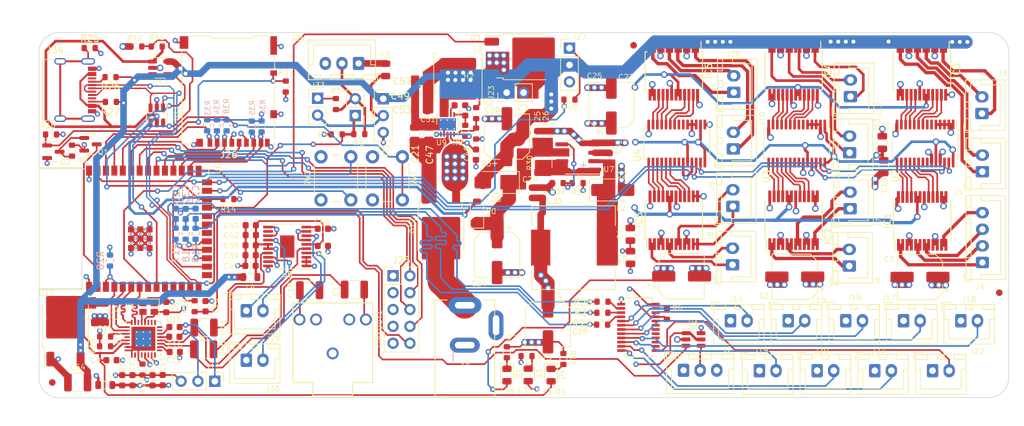
<source format=kicad_pcb>
(kicad_pcb (version 20221018) (generator pcbnew)
  (layers (0 "F.Cu" signal) (1 "In1.Cu" signal) (2 "In2.Cu" signal) (31 "B.Cu" signal) (34 "B.Paste" user) (35 "F.Paste" user) (36 "B.SilkS" user "B.Silkscreen") (37 "F.SilkS" user "F.Silkscreen") (38 "B.Mask" user) (39 "F.Mask" user) (44 "Edge.Cuts" user))
  (net 0 "")
  (net 1 "GND")
  (net 2 "Net-(IC1-AO1')")
  (net 3 "Net-(IC1-AO2')")
  (net 4 "Net-(IC1-BO2')")
  (net 5 "Net-(IC1-BO1')")
  (net 6 "Net-(IC2-AO1')")
  (net 7 "Net-(IC2-AO2')")
  (net 8 "Net-(IC2-BO2')")
  (net 9 "Net-(IC2-BO1')")
  (net 10 "Net-(IC3-AO1')")
  (net 11 "Net-(IC3-AO2')")
  (net 12 "Net-(IC3-BO2')")
  (net 13 "Net-(IC3-BO1')")
  (net 14 "Net-(IC4-AO1')")
  (net 15 "Net-(IC4-AO2')")
  (net 16 "Net-(IC4-BO2')")
  (net 17 "Net-(IC4-BO1')")
  (net 18 "Net-(IC5-AO1')")
  (net 19 "Net-(IC5-AO2')")
  (net 20 "Net-(IC5-BO2')")
  (net 21 "Net-(IC5-BO1')")
  (net 22 "Net-(IC6-AO1')")
  (net 23 "Net-(IC6-AO2')")
  (net 24 "/PWM1_8")
  (net 25 "/PWM1_9")
  (net 26 "/PWM1_10")
  (net 27 "/PWM1_11")
  (net 28 "/PWM1_12")
  (net 29 "/PWM1_13")
  (net 30 "/PWM2_8")
  (net 31 "/PWM2_9")
  (net 32 "/PWM2_10")
  (net 33 "/PWM2_11")
  (net 34 "/PWM2_12")
  (net 35 "/PWM2_13")
  (net 36 "/PWM1_2")
  (net 37 "/PWM1_3")
  (net 38 "/PWM1_4")
  (net 39 "/PWM1_5")
  (net 40 "/PWM1_6")
  (net 41 "/PWM1_7")
  (net 42 "/PWM2_2")
  (net 43 "/PWM2_3")
  (net 44 "/PWM2_4")
  (net 45 "/PWM2_5")
  (net 46 "/PWM2_6")
  (net 47 "/PWM2_7")
  (net 48 "/PWM3_8")
  (net 49 "/PWM3_9")
  (net 50 "/PWM3_10")
  (net 51 "/PWM3_11")
  (net 52 "/PWM3_12")
  (net 53 "/PWM3_13")
  (net 54 "/PWM3_7")
  (net 55 "/PWM3_6")
  (net 56 "/PWM3_5")
  (net 57 "/PWM3_4")
  (net 58 "/PWM3_3")
  (net 59 "/PWM3_2")
  (net 72 "Net-(J1-1)")
  (net 73 "Net-(D1-K)")
  (net 74 "Net-(J2-Pin_2)")
  (net 75 "Net-(J24-Pin_1)")
  (net 76 "Net-(J24-Pin_2)")
  (net 77 "/LED1")
  (net 78 "/LED2")
  (net 79 "/LED3")
  (net 80 "Net-(U5-REXT)")
  (net 81 "/LED4")
  (net 82 "/LED5")
  (net 83 "/LED6")
  (net 84 "/LED7")
  (net 85 "/LED8")
  (net 86 "/LED9")
  (net 95 "/MTMS")
  (net 96 "/MTCK")
  (net 97 "/MTDO")
  (net 99 "/SCL")
  (net 100 "/SDA")
  (net 101 "/NEO_CLK")
  (net 102 "/NEO_MISO")
  (net 103 "/NEO_MOSI")
  (net 104 "/LED_LE")
  (net 105 "/LED_MOSI")
  (net 106 "/LED_CLK")
  (net 107 "/I2S_LRCLK")
  (net 108 "/I2S_SCLK")
  (net 109 "/I2S_DOUT")
  (net 110 "/I2S_DIN")
  (net 111 "/SD_CMD")
  (net 112 "/SD_D0")
  (net 113 "/SD_D1")
  (net 114 "/SD_D2")
  (net 115 "/SD_D3")
  (net 116 "+3V3")
  (net 117 "+1V8")
  (net 118 "+3.3VA")
  (net 119 "GNDA")
  (net 120 "Net-(IC7-LINEIN_L)")
  (net 121 "Net-(J11-Pin_1)")
  (net 122 "Net-(IC7-LINEIN_R)")
  (net 123 "Net-(J11-Pin_2)")
  (net 124 "Net-(C17-Pad2)")
  (net 125 "Net-(C18-Pad2)")
  (net 126 "Net-(IC7-VAG)")
  (net 135 "Net-(IC7-SYS_MCLK)")
  (net 137 "/I2C_SDA_B")
  (net 139 "/I2C_SCL_B")
  (net 143 "/PROX_IP")
  (net 144 "Net-(U7-TC)")
  (net 145 "Net-(D2-K)")
  (net 146 "Net-(U7-DC)")
  (net 147 "Net-(U7-Vfb)")
  (net 148 "Net-(J34-CC1)")
  (net 149 "/SD_CK")
  (net 150 "/SD_DETECT")
  (net 151 "Net-(J27-Pin_1)")
  (net 152 "/SERVO")
  (net 153 "Net-(U8-BYPASS)")
  (net 154 "Net-(IC7-LINOUT_L)")
  (net 155 "Net-(U8-RIN-)")
  (net 156 "Net-(IC7-LINOUT_R)")
  (net 157 "Net-(U8-LIN-)")
  (net 158 "Net-(IC6-BO1')")
  (net 159 "Net-(IC6-BO2')")
  (net 160 "Net-(J29-Pin_1)")
  (net 161 "Net-(J29-Pin_2)")
  (net 162 "Net-(J30-Pin_1)")
  (net 163 "Net-(J30-Pin_2)")
  (net 164 "+12V")
  (net 165 "Net-(U9-VCC)")
  (net 166 "Net-(C51-Pad1)")
  (net 167 "Net-(U9-FB)")
  (net 168 "Net-(U9-BOOT)")
  (net 169 "Net-(U9-PGOOD)")
  (net 170 "Net-(J32-Pin_2)")
  (net 171 "Net-(J33-Pin_1)")
  (net 172 "Net-(Q1-G)")
  (net 173 "Net-(Q1-D)")
  (net 174 "Net-(Q2-G)")
  (net 179 "/D_N")
  (net 180 "/D_P")
  (net 183 "+5V")
  (net 184 "/BOOT_MODE_A")
  (net 185 "/BOOT_MODE_B")
  (net 186 "/USB_VBUS_DET")
  (net 187 "/USB_VBUS_EN")
  (net 191 "Net-(J23-Pin_2)")
  (net 192 "/LED_PWM")
  (net 193 "Net-(D3-K)")
  (net 194 "Net-(D4-K)")
  (net 195 "Net-(J34-CC2)")
  (net 196 "Net-(D5-K)")
  (net 197 "/VBUS")
  (net 198 "/AMP_VDD")
  (net 199 "Net-(U6-IO8)")
  (net 200 "Net-(U6-IO10)")
  (net 201 "Net-(U6-IO11)")
  (net 202 "Net-(U6-IO9)")
  (net 203 "Net-(U5-SDI)")
  (net 204 "Net-(U5-CLK)")
  (net 205 "Net-(U5-LE)")
  (net 206 "Net-(J34-SHIELD)")
  (net 209 "/MTDI")
  (net 210 "/nRESET")
  (footprint "Resistor_SMD:R_0603_1608Metric" (layer "F.Cu") (at 55.4496 91.48493)
    (fp_text reference "R23")
    (fp_text value "2k2")
  )
  (footprint "Oscillator:Oscillator_SMD_SeikoEpson_SG210-4Pin_2.5x2.0mm" (layer "F.Cu") (at 62 85.65 180)
    (fp_text reference "X1")
    (fp_text value "SG-210SDF (11.2896MHz)")
  )
  (footprint "Fuse:Fuse_0805_2012Metric" (layer "F.Cu") (at 97.7 49.845 -90)
    (fp_text reference "F2")
    (fp_text value "Polyfuse")
  )
  (footprint "Capacitor_SMD:C_0805_2012Metric" (layer "F.Cu") (at 102.09 59.47 -90)
    (fp_text reference "C21")
    (fp_text value "10uF 25V")
  )
  (footprint "Capacitor_SMD:C_0805_2012Metric" (layer "F.Cu") (at 103.01 53.69)
    (fp_text reference "C49")
    (fp_text value "22uF 25V")
  )
  (footprint "Inductor_SMD:L_12x12mm_H4.5mm" (layer "F.Cu") (at 126 76.62)
    (fp_text reference "L2")
    (fp_text value "220uH")
  )
  (footprint "Inductor_SMD:L_0805_2012Metric" (layer "F.Cu") (at 77.3125 81.06 180)
    (fp_text reference "L4")
    (fp_text value "15uH")
  )
  (footprint "Capacitor_SMD:C_0805_2012Metric" (layer "F.Cu") (at 172.505 60.795 90)
    (fp_text reference "C6")
    (fp_text value "10uF")
  )
  (footprint "Connector_PinHeader_2.54mm:PinHeader_1x03_P2.54mm_Vertical" (layer "F.Cu") (at 71.97 96.74 -90)
    (fp_text reference "J11")
    (fp_text value "Conn_01x03_Male")
  )
  (footprint "PLH:StereoJack_3.5mm_Switch_Cliff_JY039-5P_Horizontal" (layer "F.Cu") (at 95.72 98.95 180)
    (fp_text reference "LINEOUT1")
    (fp_text value "Phonejack_Stereo_SW" hide)
  )
  (footprint "Resistor_SMD:R_0603_1608Metric" (layer "F.Cu") (at 140.06 86.6 -90)
    (fp_text reference "R6")
    (fp_text value "R")
  )
  (footprint "Capacitor_SMD:C_0603_1608Metric" (layer "F.Cu") (at 119.75 68.36 90)
    (fp_text reference "C29")
    (fp_text value "100nF")
  )
  (footprint "Connector_JST:JST_XH_B2B-XH-A_1x02_P2.50mm_Vertical" (layer "F.Cu") (at 167.013125 87.63)
    (fp_text reference "J16")
    (fp_text value "Conn_01x02_Pin")
  )
  (footprint "Capacitor_SMD:C_0603_1608Metric" (layer "F.Cu") (at 65.94 92.34)
    (fp_text reference "C19")
    (fp_text value "100nF")
  )
  (footprint "Connector_JST:JST_XH_B2B-XH-A_1x02_P2.50mm_Vertical" (layer "F.Cu") (at 150.13 53.24 90)
    (fp_text reference "J28")
    (fp_text value "Conn_01x02_Pin")
  )
  (footprint "Package_DFN_QFN:QFN-32-1EP_5x5mm_P0.5mm_EP3.6x3.6mm_ThermalVias" (layer "F.Cu") (at 61.2096 90.34493 90)
    (fp_text reference "IC7")
    (fp_text value "SGTL5000")
  )
  (footprint "PLH:SW_PUSH_6mm" (layer "F.Cu") (at 87.96 69.44 90)
    (fp_text reference "SW2")
    (fp_text value "SW_Push_Dual")
  )
  (footprint "Resistor_SMD:R_0603_1608Metric" (layer "F.Cu") (at 124.47 93.39 -90)
    (fp_text reference "R15")
    (fp_text value "1K")
  )
  (footprint "Package_TO_SOT_SMD:SOT-23-6" (layer "F.Cu") (at 63.235 56.705 -90)
    (fp_text reference "U11")
    (fp_text value "USBLC6-4SC6")
  )
  (footprint "Package_SO:SSOP-24_5.3x8.2mm_P0.65mm" (layer "F.Cu") (at 178.505 72.595 90)
    (fp_text reference "IC1")
    (fp_text value "TB6612FNG")
  )
  (footprint "Resistor_SMD:R_0603_1608Metric" (layer "F.Cu") (at 130.31 88.22)
    (fp_text reference "R22")
    (fp_text value "120R")
  )
  (footprint "Connector_JST:JST_XH_B2B-XH-A_1x02_P2.50mm_Vertical" (layer "F.Cu") (at 167.575 62.32 90)
    (fp_text reference "J13")
    (fp_text value "Conn_01x02_Pin")
  )
  (footprint "Resistor_SMD:R_0603_1608Metric" (layer "F.Cu") (at 68.93 85.445 90)
    (fp_text reference "R16")
    (fp_text value "10k")
  )
  (footprint "Connector_JST:JST_XH_B2B-XH-A_1x02_P2.50mm_Vertical" (layer "F.Cu") (at 187.575 65.18 90)
    (fp_text reference "J5")
    (fp_text value "Conn_01x02_Pin")
  )
  (footprint "Connector_JST:JST_XH_B2B-XH-A_1x02_P2.50mm_Vertical" (layer "F.Cu") (at 162.683125 95.15)
    (fp_text reference "J20")
    (fp_text value "Conn_01x02_Pin")
  )
  (footprint "Capacitor_SMD:C_0603_1608Metric" (layer "F.Cu") (at 88.2425 76.365)
    (fp_text reference "C41")
    (fp_text value "10nF")
  )
  (footprint "Connector_JST:JST_XH_B2B-XH-A_1x02_P2.50mm_Vertical" (layer "F.Cu") (at 167.53 79.39 90)
    (fp_text reference "J6")
    (fp_text value "Conn_01x02_Pin")
  )
  (footprint "Connector_PinHeader_2.54mm:PinHeader_1x03_P2.54mm_Vertical" (layer "F.Cu") (at 97.34 54.2)
    (fp_text reference "J32")
    (fp_text value "Conn_01x03_Male")
  )
  (footprint "Capacitor_SMD:CP_Elec_6.3x7.7" (layer "F.Cu") (at 142.28 80.93)
    (fp_text reference "C4")
    (fp_text value "47uF/16V")
  )
  (footprint "Resistor_SMD:R_0603_1608Metric" (layer "F.Cu") (at 130.34 86.43)
    (fp_text reference "R21")
    (fp_text value "120R")
  )
  (footprint "Resistor_SMD:R_0603_1608Metric" (layer "F.Cu") (at 125.38 54.33)
    (fp_text reference "R45")
    (fp_text value "1k")
  )
  (footprint "PLH:microSD_HC_Hirose_DM3AT-SF-PEJM5" (layer "F.Cu") (at 74.005 53.1 180)
    (fp_text reference "J26")
    (fp_text value "Micro_SD_Card_Det")
  )
  (footprint "Capacitor_SMD:C_0603_1608Metric" (layer "F.Cu") (at 77.3675 76.275 180)
    (fp_text reference "C38")
    (fp_text value "100nF")
  )
  (footprint "Capacitor_SMD:C_0805_2012Metric" (layer "F.Cu") (at 172.72 64.42 -90)
    (fp_text reference "C10")
    (fp_text value "10uF")
  )
  (footprint "Resistor_SMD:R_0603_1608Metric" (layer "F.Cu") (at 111.33 59.44 -90)
    (fp_text reference "R3")
    (fp_text value "3k")
  )
  (footprint "Capacitor_SMD:C_1210_3225Metric" (layer "F.Cu") (at 51.32 96.93)
    (fp_text reference "C54")
    (fp_text value "10uF")
  )
  (footprint "PLH:XCVR_ESP32-S3-WROOM-1-N16R2" (layer "F.Cu") (at 58.2896 73.77493 90)
    (fp_text reference "U6")
    (fp_text value "ESP32-S3-WROOM-1-N16R2")
  )
  (footprint "Resistor_SMD:R_0603_1608Metric" (layer "F.Cu") (at 90.33 59.56 180)
    (fp_text reference "R4")
    (fp_text value "13k")
  )
  (footprint "Resistor_SMD:R_0603_1608Metric" (layer "F.Cu") (at 118.92 92.96)
    (fp_text reference "R13")
    (fp_text value "1K")
  )
  (footprint "Capacitor_SMD:C_0603_1608Metric" (layer "F.Cu") (at 111.3 62.62 90)
    (fp_text reference "C48")
    (fp_text value "0.1uF")
  )
  (footprint "Connector_JST:JST_XH_B2B-XH-A_1x02_P2.50mm_Vertical" (layer "F.Cu") (at 184.338093 87.63)
    (fp_text reference "J18")
    (fp_text value "Conn_01x02_Pin")
  )
  (footprint "Connector_JST:JST_XH_B2B-XH-A_1x02_P2.50mm_Vertical" (layer "F.Cu") (at 76.72 93.575)
    (fp_text reference "J30")
    (fp_text value "Conn_01x02_Pin")
  )
  (footprint "Capacitor_SMD:C_0603_1608Metric" (layer "F.Cu") (at 64.11 96.58 90)
    (fp_text reference "C11")
    (fp_text value "100nF")
  )
  (footprint "Capacitor_SMD:C_0603_1608Metric" (layer "F.Cu") (at 77.3875 74.725 180)
    (fp_text reference "C42")
    (fp_text value "1uF")
  )
  (footprint "MountingHole:MountingHole_2.5mm" (layer "F.Cu") (at 188.565 96.2375 180)
    (fp_text reference "H1" hide)
    (fp_text value "MountingHole")
  )
  (footprint "Resistor_SMD:R_0603_1608Metric" (layer "F.Cu") (at 111.33 56.37 -90)
    (fp_text reference "R2")
    (fp_text value "22k")
  )
  (footprint "Capacitor_SMD:CP_Elec_6.3x7.7" (layer "F.Cu") (at 178.18 81.055 180)
    (fp_text reference "C7")
    (fp_text value "47uF/16V")
  )
  (footprint "Resistor_SMD:R_0603_1608Metric" (layer "F.Cu") (at 115.95 92.38 -90)
    (fp_text reference "R7")
    (fp_text value "1K")
  )
  (footprint "Capacitor_SMD:C_1210_3225Metric" (layer "F.Cu") (at 70.2896 91.93493)
    (fp_text reference "C46")
    (fp_text value "100uF 10V")
  )
  (footprint "Connector_JST:JST_XH_B2B-XH-A_1x02_P2.50mm_Vertical" (layer "F.Cu") (at 175.7 87.63)
    (fp_text reference "J17")
    (fp_text value "Conn_01x02_Pin")
  )
  (footprint "Capacitor_SMD:C_0603_1608Metric" (layer "F.Cu") (at 59.57 96.6 -90)
    (fp_text reference "C13")
    (fp_text value "100nF")
  )
  (footprint "Connector_JST:JST_XH_B2B-XH-A_1x02_P2.50mm_Vertical" (layer "F.Cu") (at 149.94 79.21 90)
    (fp_text reference "J8")
    (fp_text value "Conn_01x02_Pin")
  )
  (footprint "Connector_PinHeader_2.54mm:PinHeader_1x02_P2.54mm_Vertical" (layer "F.Cu") (at 93.13 56.725 180)
    (fp_text reference "J31")
    (fp_text value "Conn_01x02_Pin")
  )
  (footprint "Resistor_SMD:R_0603_1608Metric" (layer "F.Cu") (at 126.62 66.9 180)
    (fp_text reference "R31")
    (fp_text value "6k2")
  )
  (footprint "Capacitor_SMD:C_1210_3225Metric" (layer "F.Cu") (at 92.9975 82.9375)
    (fp_text reference "C17")
    (fp_text value "100uF 10V")
  )
  (footprint "PLH:TO-252-3_TabPin2" (layer "F.Cu") (at 118.72 47.88)
    (fp_text reference "Q3")
    (fp_text value "N0400P-ZK-E1-AY")
  )
  (footprint "Connector_JST:JST_XH_B2B-XH-A_1x02_P2.50mm_Vertical" (layer "F.Cu") (at 171.37 95.15)
    (fp_text reference "J21")
    (fp_text value "Conn_01x02_Pin")
  )
  (footprint "Capacitor_SMD:CP_Elec_6.3x7.7" (layer "F.Cu") (at 122.15 88.11 -90)
    (fp_text reference "C28")
    (fp_text value "220uF")
  )
  (footprint "Capacitor_SMD:C_1210_3225Metric" (layer "F.Cu") (at 70.3496 88.65493)
    (fp_text reference "C45")
    (fp_text value "100uF 10V")
  )
  (footprint "Resistor_SMD:R_0603_1608Metric" (layer "F.Cu") (at 74.015 69.31)
    (fp_text reference "R14")
    (fp_text value "22k")
  )
  (footprint "Package_SO:SSOP-24_3.9x8.7mm_P0.635mm" (layer "F.Cu") (at 135.77 88.63)
    (fp_text reference "U5" hide)
    (fp_text value "FM6124")
  )
  (footprint "Connector_USB:USB_C_Receptacle_G-Switch_GT-USB-7010ASV" (layer "F.Cu") (at 49.76 52.88 -90)
    (fp_text reference "J34")
    (fp_text value "USB_C_Receptacle")
  )
  (footprint "Resistor_SMD:R_0603_1608Metric" (layer "F.Cu") (at 130.36 84.76)
    (fp_text reference "R20")
    (fp_text value "120R")
  )
  (footprint "Package_SO:SSOP-24_5.3x8.2mm_P0.65mm" (layer "F.Cu") (at 159.1325 50 -90)
    (fp_text reference "IC4")
    (fp_text value "TB6612FNG")
  )
  (footprint "PLH:TO-252-3_TabPin2" (layer "F.Cu") (at 106.03 73.94 -90)
    (fp_text reference "Q12")
    (fp_text value "PMOS")
  )
  (footprint "Diode_SMD:D_SMA" (layer "F.Cu") (at 131.91 67.94)
    (fp_text reference "D2")
    (fp_text value "STPS2150A")
  )
  (footprint "Package_TO_SOT_SMD:TO-252-2" (layer "F.Cu") (at 49.48 88.36 90)
    (fp_text reference "U10")
    (fp_text value "AZ1084-1.8")
  )
  (footprint "LED_SMD:LED_0805_2012Metric" (layer "F.Cu") (at 122.61 95.8175 -90)
    (fp_text reference "D4")
    (fp_text value "LED")
  )
  (footprint "Package_TO_SOT_SMD:SOT-23-6" (layer "F.Cu") (at 144.07 90.45)
    (fp_text reference "U1")
    (fp_text value "SN74LVC1T45DBV")
  )
  (footprint "Resistor_SMD:R_0603_1608Metric" (layer "F.Cu") (at 60.145 46.335 180)
    (fp_text reference "R12")
    (fp_text value "649k")
  )
  (footprint "Capacitor_SMD:C_1210_3225Metric" (layer "F.Cu") (at 86.2575 83.0275 180)
    (fp_text reference "C18")
    (fp_text value "100uF 10V")
  )
  (footprint "Fiducial:Fiducial_1mm_Mask2mm" (layer "F.Cu") (at 135.04 46.15)
    (fp_text reference "FID3" hide)
    (fp_text value "FIDUCIAL\"\"")
  )
  (footprint "Fiducial:Fiducial_1mm_Mask2mm" (layer "F.Cu") (at 190.12 83.41 -90)
    (fp_text reference "FID1" hide)
    (fp_text value "FIDUCIAL\"\"")
  )
  (footprint "Resistor_SMD:R_0603_1608Metric" (layer "F.Cu") (at 56.26 50.94 180)
    (fp_text reference "R26")
    (fp_text value "5.1k")
  )
  (footprint "Connector_PinHeader_2.54mm:PinHeader_1x03_P2.54mm_Vertical" (layer "F.Cu") (at 125.39 46.57)
    (fp_text reference "J27")
    (fp_text value "Conn_01x03_Male")
  )
  (footprint "Capacitor_SMD:C_0603_1608Metric" (layer "F.Cu") (at 88.2425 73.775)
    (fp_text reference "C44")
    (fp_text value "100nF")
  )
  (footprint "Connector_JST:JST_XH_B2B-XH-A_1x02_P2.50mm_Vertical" (layer "F.Cu") (at 150.07 61.76 90)
    (fp_text reference "J10")
    (fp_text value "Conn_01x02_Pin")
  )
  (footprint "Capacitor_SMD:C_0603_1608Metric" (layer "F.Cu") (at 121.34 68.36 90)
    (fp_text reference "C30")
    (fp_text value "10nF")
  )
  (footprint "Connector_PinHeader_2.54mm:PinHeader_1x02_P2.54mm_Vertical" (layer "F.Cu") (at 115.925 53.27 90)
    (fp_text reference "J23")
    (fp_text value "Conn_01x02_Pin")
  )
  (footprint "Connector_JST:JST_XH_B3B-XH-A_1x03_P2.50mm_Vertical" (layer "F.Cu") (at 93.62 48.875 180)
    (fp_text reference "J24")
    (fp_text value "Conn_01x03_Socket")
  )
  (footprint "Package_SO:SSOP-24_5.3x8.2mm_P0.65mm" (layer "F.Cu") (at 159.1325 72.49 90)
    (fp_text reference "IC2")
    (fp_text value "TB6612FNG")
  )
  (footprint "Connector_JST:JST_XH_B2B-XH-A_1x02_P2.50mm_Vertical" (layer "F.Cu") (at 187.51 56.42 90)
    (fp_text reference "J3")
    (fp_text value "Conn_01x02_Pin")
  )
  (footprint "Connector_JST:JST_XH_B2B-XH-A_1x02_P2.50mm_Vertical" (layer "F.Cu") (at 150 70.41 90)
    (fp_text reference "J9")
    (fp_text value "Conn_01x02_Pin")
  )
  (footprint "Resistor_SMD:R_0603_1608Metric" (layer "F.Cu") (at 63.225 46.335 180)
    (fp_text reference "R11")
    (fp_text value "348k")
  )
  (footprint "Package_DFN_QFN:WDFN-10-1EP_3x3mm_P0.5mm_EP1.8x2.5mm_ThermalVias" (layer "F.Cu") (at 107.01 58.06 90)
    (fp_text reference "U9")
    (fp_text value "RT6219")
  )
  (footprint "Capacitor_SMD:C_0603_1608Metric" (layer "F.Cu") (at 122.1 59.85 90)
    (fp_text reference "C26")
    (fp_text value "10nF")
  )
  (footprint "LED_SMD:LED_0805_2012Metric" (layer "F.Cu") (at 119.17 95.79 -90)
    (fp_text reference "D3")
    (fp_text value "LED")
  )
  (footprint "Capacitor_SMD:C_0805_2012Metric" (layer "F.Cu") (at 104.22 59.45 -90)
    (fp_text reference "C47")
    (fp_text value "10uF 25V")
  )
  (footprint "Connector_JST:JST_XH_B2B-XH-A_1x02_P2.50mm_Vertical" (layer "F.Cu") (at 153.99625 95.15)
    (fp_text reference "J19")
    (fp_text value "Conn_01x02_Pin")
  )
  (footprint "Connector_JST:JST_XH_B2B-XH-A_1x02_P2.50mm_Vertical" (layer "F.Cu") (at 76.72 86.115)
    (fp_text reference "J29")
    (fp_text value "Conn_01x02_Pin")
  )
  (footprint "Resistor_SMD:R_0603_1608Metric" (layer "F.Cu") (at 56.32 54.68 180)
    (fp_text reference "R27")
    (fp_text value "5.1k")
  )
  (footprint "Capacitor_SMD:C_0603_1608Metric" (layer "F.Cu") (at 62.58 96.6 -90)
    (fp_text reference "C14")
    (fp_text value "4u7F")
  )
  (footprint "Capacitor_SMD:CP_Elec_6.3x7.7" (layer "F.Cu") (at 159.32 81.01 180)
    (fp_text reference "C5")
    (fp_text value "47uF/16V")
  )
  (footprint "Resistor_SMD:R_0603_1608Metric" (layer "F.Cu") (at 61.07 94.98 90)
    (fp_text reference "R29")
    (fp_text value "0R")
  )
  (footprint "Package_SO:SSOP-24_5.3x8.2mm_P0.65mm" (layer "F.Cu") (at 141.1 50 -90)
    (fp_text reference "IC6")
    (fp_text value "TB6612FNG")
  )
  (footprint "Capacitor_SMD:C_0805_2012Metric" (layer "F.Cu") (at 103.02 51.47)
    (fp_text reference "C52")
    (fp_text value "22uF 25V")
  )
  (footprint "Package_TO_SOT_SMD:SOT-23" (layer "F.Cu") (at 47.65 62.18)
    (fp_text reference "Q2")
    (fp_text value "FDN337N")
  )
  (footprint "Resistor_SMD:R_0603_1608Metric" (layer "F.Cu") (at 90.205 55 90)
    (fp_text reference "R1")
    (fp_text value "6.8k")
  )
  (footprint "Package_SO:SSOP-24_5.3x8.2mm_P0.65mm" (layer "F.Cu") (at 141.1 72.49 90)
    (fp_text reference "IC5")
    (fp_text value "TB6612FNG")
  )
  (footprint "Capacitor_SMD:CP_Elec_6.3x7.7" (layer "F.Cu") (at 115.97 59.91 90)
    (fp_text reference "C2")
    (fp_text value "47uF/16V")
  )
  (footprint "Capacitor_SMD:C_1210_3225Metric" (layer "F.Cu") (at 54.67 86.42 90)
    (fp_text reference "C55")
    (fp_text value "22uF")
  )
  (footprint "Capacitor_SMD:C_0603_1608Metric" (layer "F.Cu") (at 65.8996 88.58493)
    (fp_text reference "C15")
    (fp_text value "1uF")
  )
  (footprint "Resistor_SMD:R_0603_1608Metric" (layer "F.Cu") (at 82.65 52.355 90)
    (fp_text reference "R37")
    (fp_text value "22k")
  )
  (footprint "Package_SO:SSOP-24_5.3x8.2mm_P0.65mm" (layer "F.Cu") (at 178.465 50 -90)
    (fp_text reference "IC3")
    (fp_text value "TB6612FNG")
  )
  (footprint "Resistor_SMD:R_0603_1608Metric" (layer "F.Cu") (at 53.12 46.57)
    (fp_text reference "R25")
    (fp_text value "1M")
  )
  (footprint "Connector_JST:JST_XH_B3B-XH-A_1x03_P2.50mm_Vertical" (layer "F.Cu") (at 142.56625 95.095)
    (fp_text reference "J2")
    (fp_text value "Conn_01x03_Socket")
  )
  (footprint "Package_SO:TSSOP-28_4.4x9.7mm_P0.65mm" (layer "F.Cu") (at 178.945 60.9425 -90)
    (fp_text reference "U2")
    (fp_text value "PCA9685")
  )
  (footprint "Package_SO:TSSOP-28_4.4x9.7mm_P0.65mm" (layer "F.Cu") (at 141.5475 60.9425 -90)
    (fp_text reference "U4")
    (fp_text value "PCA9685")
  )
  (footprint "MountingHole:MountingHole_2.5mm" (layer "F.Cu") (at 101.765 96.2375 180)
    (fp_text reference "H5" hide)
    (fp_text value "MountingHole")
  )
  (footprint "Capacitor_SMD:C_0603_1608Metric" (layer "F.Cu") (at 70.57 85.45 90)
    (fp_text reference "C20")
    (fp_text value "10nF")
  )
  (footprint "Connector_PinHeader_2.54mm:PinHeader_1x02_P2.54mm_Vertical" (layer "F.Cu") (at 87.45 54.13)
    (fp_text reference "J33")
    (fp_text value "Conn_01x02_Pin")
  )
  (footprint "PLH:SW_PUSH_6mm" (layer "F.Cu") (at 95.72 69.44 90)
    (fp_text reference "SW1")
    (fp_text value "SW_Push_Dual")
  )
  (footprint "Capacitor_SMD:C_0805_2012Metric" (layer "F.Cu") (at 103.01 55.82)
    (fp_text reference "C53")
    (fp_text value "22uF 25V")
  )
  (footprint "Capacitor_SMD:C_0603_1608Metric" (layer "F.Cu") (at 77.3875 73.245 180)
    (fp_text reference "C40")
    (fp_text value "100nF")
  )
  (footprint "Package_SO:TSSOP-28_4.4x9.7mm_P0.65mm" (layer "F.Cu") (at 159.615 60.9425 -90)
    (fp_text reference "U3")
    (fp_text value "PCA9685")
  )
  (footprint "Capacitor_SMD:C_0603_1608Metric" (layer "F.Cu") (at 131.43 61.61 90)
    (fp_text reference "C31")
    (fp_text value "120pF")
  )
  (footprint "Capacitor_SMD:CP_Elec_6.3x7.7" (layer "F.Cu") (at 114.49 77.68 -90)
    (fp_text reference "C24")
    (fp_text value "100uF")
  )
  (footprint "Connector_PinHeader_2.54mm:PinHeader_2x05_P2.54mm_Vertical" (layer "F.Cu") (at 98.815 80.865)
    (fp_text reference "J25")
    (fp_text value "Conn_02x05_Odd_Even")
  )
  (footprint "Capacitor_SMD:C_0603_1608Metric" (layer "F.Cu") (at 77.3625 77.755 180)
    (fp_text reference "C39")
    (fp_text value "10nF")
  )
  (footprint "LED_SMD:LED_0805_2012Metric" (layer "F.Cu") (at 115.97 95.81 -90)
    (fp_text reference "D1")
    (fp_text value "LED")
  )
  (footprint "Resistor_SMD:R_0603_1608Metric" (layer "F.Cu") (at 109.69 59.03 -90)
    (fp_text reference "R8")
    (fp_text value "100k")
  )
  (footprint "Connector_JST:JST_XH_B2B-XH-A_1x02_P2.50mm_Vertical" (layer "F.Cu") (at 167.65 70.76 90)
    (fp_text reference "J7")
    (fp_text value "Conn_01x02_Pin")
  )
  (footprint "Package_TO_SOT_SMD:SOT-23" (layer "F.Cu") (at 53.24 61.06)
    (fp_text reference "Q1")
    (fp_text value "FDN340P")
  )
  (footprint "Capacitor_SMD:C_0805_2012Metric" (layer "F.Cu") (at 134.5775 78.10875 -90)
    (fp_text reference "C3")
    (fp_text value "0.1uF")
  )
  (footprint "MountingHole:MountingHole_2.5mm" (layer "F.Cu") (at 130.565 47.2375 180)
    (fp_text reference "H4" hide)
    (fp_text value "MountingHole")
  )
  (footprint "Package_SO:TSSOP-20-1EP_4.4x6.5mm_P0.65mm_EP2.15x3.35mm" (layer "F.Cu") (at 82.8725 76.455 180)
    (fp_text reference "U8")
    (fp_text value "TPA6017A2")
  )
  (footprint "MountingHole:MountingHole_2.5mm" (layer "F.Cu") (at 101.765 47.2275 180)
    (fp_text reference "H6" hide)
    (fp_text value "MountingHole")
  )
  (footprint "Resistor_SMD:R_0603_1608Metric" (layer "F.Cu") (at 93.73 59.53 180)
    (fp_text reference "R5")
    (fp_text value "6.8k")
  )
  (footprint "Connector_JST:JST_XH_B2B-XH-A_1x02_P2.50mm_Vertical" (layer "F.Cu") (at 167.705 53.87 90)
    (fp_text reference "J12")
    (fp_text value "Conn_01x02_Pin")
  )
  (footprint "Capacitor_SMD:CP_Elec_6.3x7.7" (layer "F.Cu") (at 131.69 55.16 90)
    (fp_text reference "C27")
    (fp_text value "220uF")
  )
  (footprint "Package_SO:SOIC-8_3.9x4.9mm_P1.27mm" (layer "F.Cu") (at 126.71 62.97 180)
    (fp_text reference "U7")
    (fp_text value "MC33063ADR")
  )
  (footprint "Capacitor_SMD:C_0603_1608Metric" (layer "F.Cu") (at 65.8746 90.04493)
    (fp_text reference "C16")
    (fp_text value "1uF")
  )
  (footprint "Capacitor_SMD:C_0805_2012Metric" (layer "F.Cu") (at 134.56 74.62 90)
    (fp_text reference "C1")
    (fp_text value "0.1uF")
  )
  (footprint "MountingHole:MountingHole_2.5mm" (layer "F.Cu") (at 130.565 96.2375 180)
    (fp_text reference "H3" hide)
    (fp_text value "MountingHole")
  )
  (footprint "Capacitor_SMD:C_0603_1608Metric" (layer "F.Cu") (at 120.53 59.85 90)
    (fp_text reference "C25")
    (fp_text value "100nF")
  )
  (footprint "Package_TO_SOT_SMD:SOT-23-5" (layer "F.Cu") (at 63.7275 49.545)
    (fp_text reference "U12")
    (fp_text value "STMPS2151STR")
  )
  (footprint "Connector_JST:JST_XH_B2B-XH-A_1x02_P2.50mm_Vertical" (layer "F.Cu") (at 158.32625 87.63)
    (fp_text reference "J15")
    (fp_text value "Conn_01x02_Pin")
  )
  (footprint "Capacitor_SMD:C_0603_1608Metric" (layer "F.Cu") (at 56.405 93.58)
    (fp_text reference "C9")
    (fp_text value "100nF")
  )
  (footprint "Resistor_SMD:R_1210_3225Metric" (layer "F.Cu") (at 121.4 63.81 90)
    (fp_text reference "R30")
    (fp_text value "0R33")
  )
  (footprint "Resistor_SMD:R_0603_1608Metric" (layer "F.Cu") (at 50.46 62.01 -90)
    (fp_text reference "R9")
    (fp_text value "10k")
  )
  (footprint "Capacitor_SMD:C_0603_1608Metric" (layer "F.Cu") (at 64.6504 85.58507 90)
    (fp_text reference "C8")
    (fp_text value "100nF")
  )
  (footprint "Resistor_SMD:R_0603_1608Metric" (layer "F.Cu") (at 47.31 59.58 180)
    (fp_text reference "R10")
    (fp_text value "10k")
  )
  (footprint "Diode_SMD:D_SMA" (layer "F.Cu") (at 114.33 66.81 180)
    (fp_text reference "D5")
    (fp_text value "D")
  )
  (footprint "Capacitor_SMD:C_0603_1608Metric" (layer "F.Cu") (at 58.02 96.6 -90)
    (fp_text reference "C12")
    (fp_text value "10nF")
  )
  (footprint "Connector_JST:JST_XH_B2B-XH-A_1x02_P2.50mm_Vertical" (layer "F.Cu") (at 180.07 95.15)
    (fp_text reference "J22")
    (fp_text value "Conn_01x02_Pin")
  )
  (footprint "PLH:CUI_PJ-037A" (layer "F.Cu") (at 109.625 85.31 -90)
    (fp_text reference "J1")
    (fp_text value "PJ-037A")
  )
  (footprint "MountingHole:MountingHole_2.5mm" (layer "F.Cu") (at 188.565 47.2375 180)
    (fp_text reference "H2" hide)
    (fp_text value "MountingHole")
  )
  (footprint "Connector_JST:JST_XH_B4B-XH-A_1x04_P2.50mm_Vertical" (layer "F.Cu") (at 187.58 78.8575 90)
    (fp_text reference "J4")
    (fp_text value "Conn_01x04_Pin")
  )
  (footprint "Fiducial:Fiducial_1mm_Mask2mm" (layer "F.Cu") (at 47.49 96.93)
    (fp_text reference "FID2" hide)
    (fp_text value "FIDUCIAL\"\"")
  )
  (footprint "Inductor_SMD:L_Coilcraft_XAL6060-XXX" (layer "F.Cu") (at 108.58 50.89 90)
    (fp_text reference "L3")
    (fp_text value "2.2uH 6x6")
  )
  (footprint "Capacitor_SMD:C_0603_1608Metric" (layer "F.Cu") (at 107.31 55.19)
    (fp_text reference "C51")
    (fp_text value "0.1uF 50V")
  )
  (footprint "Resistor_SMD:R_0603_1608Metric" (layer "F.Cu") (at 123.61 66.9 180)
    (fp_text reference "R32")
    (fp_text value "3k9")
  )
  (footprint "Resistor_SMD:R_0603_1608Metric" (layer "F.Cu") (at 55.4596 90.01493)
    (fp_text reference "R24")
    (fp_text value "2k2")
  )
  (footprint "Capacitor_SMD:C_0603_1608Metric" (layer "F.Cu") (at 77.3375 79.365 180)
    (fp_text reference "C43")
    (fp_text value "1uF")
  )
  (footprint "Connector_JST:JST_XH_B2B-XH-A_1x02_P2.50mm_Vertical" (layer "F.Cu") (at 149.639375 87.63)
    (fp_text reference "J14")
    (fp_text value "Conn_01x02_Pin")
  )
  (footprint "Capacitor_SMD:C_0603_1608Metric" (layer "F.Cu") (at 109.69 55.96 90)
    (fp_text reference "C50")
    (fp_text value "0.1uF")
  )
  (footprint "Diode_SMD:D_SOD-123" (layer "F.Cu") (at 111.46 71.32 90)
    (fp_text reference "D6")
    (fp_text value "D")
  )
  (footprint "Inductor_SMD:L_0805_2012Metric" (layer "F.Cu") (at 55.47 97.32)
    (fp_text reference "L1")
    (fp_text value "15uH")
  )
  (footprint "Capacitor_SMD:C_0603_1608Metric" (layer "B.Cu") (at 66.08 71.52 90)
    (fp_text reference "C23")
    (fp_text value "10nF")
  )
  (footprint "Capacitor_SMD:C_0603_1608Metric" (layer "B.Cu") (at 67.58 71.55 90)
    (fp_text reference "C32")
    (fp_text value "10nF")
  )
  (footprint "Resistor_SMD:R_0603_1608Metric" (layer "B.Cu") (at 69.07 74.53 -90)
    (fp_text reference "R19")
    (fp_text value "10k")
  )
  (footprint "Resistor_SMD:R_0603_1608Metric" (layer "B.Cu") (at 79.01 58.365 -90)
    (fp_text reference "R36")
    (fp_text value "22k")
  )
  (footprint "Resistor_SMD:R_0603_1608Metric" (layer "B.Cu") (at 72.28 58.205 -90)
    (fp_text reference "R34")
    (fp_text value "22k")
  )
  (footprint "Capacitor_SMD:C_0603_1608Metric" (layer "B.Cu") (at 69.08 71.52 90)
    (fp_text reference "C22")
    (fp_text value "10nF")
  )
  (footprint "Resistor_SMD:R_0603_1608Metric" (layer "B.Cu") (at 70.82 58.205 -90)
    (fp_text reference "R33")
    (fp_text value "22k")
  )
  (footprint "Resistor_SMD:R_0603_1608Metric" (layer "B.Cu") (at 67.58 74.525 -90)
    (fp_text reference "R18")
    (fp_text value "10k")
  )
  (footprint "Resistor_SMD:R_0603_1608Metric" (layer "B.Cu") (at 73.75 58.21 -90)
    (fp_text reference "R38")
    (fp_text value "22k")
  )
  (footprint "Resistor_SMD:R_0603_1608Metric" (layer "B.Cu") (at 66.06 74.52 -90)
    (fp_text reference "R17")
    (fp_text value "10k")
  )
  (footprint "Resistor_SMD:R_0603_1608Metric" (layer "B.Cu") (at 77.54 58.385 -90)
    (fp_text reference "R35")
    (fp_text value "22k")
  )
  (footprint "Resistor_SMD:R_0603_1608Metric" (layer "B.Cu") (at 56.18 78.565 -90)
    (fp_text reference "R28")
    (fp_text value "10k")
  )
  (gr_line (start 51.96152 82.92) (end 51.95768 64.59993) (stroke (width 0.1)) (layer "Edge.Cuts"))
  (gr_arc (start 45.4896 47.22493) (mid 46.370045 45.106744) (end 48.489599 44.229596) (stroke (width 0.1)) (layer "Edge.Cuts"))
  (gr_arc (start 48.4756 99.23243) (mid 46.366975 98.346989) (end 45.49579 96.232435) (stroke (width 0.1)) (layer "Edge.Cuts"))
  (gr_arc (start 191.54368 96.20618) (mid 190.665006 98.327506) (end 188.54368 99.20618) (stroke (width 0.1)) (layer "Edge.Cuts"))
  (gr_line (start 45.49579 96.232435) (end 45.49384 82.92) (stroke (width 0.1)) (layer "Edge.Cuts"))
  (gr_arc (start 188.565 44.2275) (mid 190.68632 45.10618) (end 191.565 47.2275) (stroke (width 0.1)) (layer "Edge.Cuts"))
  (gr_line (start 45.49 64.6) (end 45.4896 47.22493) (stroke (width 0.1)) (layer "Edge.Cuts"))
  (gr_line (start 48.4896 44.22493) (end 188.565 44.2275) (stroke (width 0.1)) (layer "Edge.Cuts"))
  (gr_line (start 51.95768 64.59993) (end 45.49 64.6) (stroke (width 0.1)) (layer "Edge.Cuts"))
  (gr_line (start 45.49384 82.92) (end 51.96152 82.92) (stroke (width 0.1)) (layer "Edge.Cuts"))
  (gr_line (start 191.565 47.2275) (end 191.54368 96.20618) (stroke (width 0.1)) (layer "Edge.Cuts"))
  (gr_line (start 188.54368 99.20618) (end 48.4756 99.23243) (stroke (width 0.1)) (layer "Edge.Cuts"))
  (gr_text "+5V" (at 114.6 98.67) (layer "F.SilkS") (effects (font (size 0.8 0.8) (thickness 0.1) bold) (justify left bottom)))
  (gr_text "+3.3V" (at 117.3 98.61) (layer "F.SilkS") (effects (font (size 0.8 0.8) (thickness 0.1) bold) (justify left bottom)))
  (gr_text "C25" (at 129.15 50.77) (layer "F.SilkS") (effects (font (size 0.8 0.8) (thickness 0.1))))
  (gr_text "+1.8V" (at 121.1 98.69) (layer "F.SilkS") (effects (font (size 0.8 0.8) (thickness 0.1) bold) (justify left bottom)))
  (gr_text "H2" (at 110.22 50.8) (layer "F.SilkS") (effects (font (size 0.8 0.8) (thickness 0.1))))
  (segment (start 59.3496 75.27493) (end 60.7496 76.67493) (width 0.3) (layer "F.Cu") (net 1))
  (segment (start 115.95 91.555) (end 117.9425 91.555) (width 0.25) (layer "F.Cu") (net 1))
  (segment (start 156.7125 82.1775) (end 157.7125 82.1775) (width 1) (layer "F.Cu") (net 1))
  (segment (start 66.305 45.725) (end 66.005 45.425) (width 0.25) (layer "F.Cu") (net 1))
  (segment (start 114.81 57.205) (end 114.785 57.23) (width 1) (layer "F.Cu") (net 1))
  (segment (start 143.04 46.5125) (end 143.04 47.7625) (width 0.5) (layer "F.Cu") (net 1))
  (segment (start 80.835 56.52) (end 80.83 56.525) (width 0.25) (layer "F.Cu") (net 1))
  (segment (start 180.4 46.596) (end 180.4 47.744) (width 0.5) (layer "F.Cu") (net 1))
  (segment (start 53.945 46.57) (end 54 46.57) (width 0.25) (layer "F.Cu") (net 1))
  (segment (start 69.105 60.825) (end 68.785 61.145) (width 0.25) (layer "F.Cu") (net 1))
  (segment (start 172.255 65.445) (end 171.4175 66.2825) (width 1) (layer "F.Cu") (net 1))
  (segment (start 114.7125 80.36) (end 116.0875 80.36) (width 1) (layer "F.Cu") (net 1))
  (segment (start 139.6775 87.0425) (end 140.06 87.425) (width 0.25) (layer "F.Cu") (net 1))
  (segment (start 127.265 60.835) (end 131.43 60.835) (width 1) (layer "F.Cu") (net 1))
  (segment (start 60.7496 73.87493) (end 62.1496 75.27493) (width 0.3) (layer "F.Cu") (net 1))
  (segment (start 157.18 76.0325) (end 157.18 74.75) (width 0.4) (layer "F.Cu") (net 1))
  (segment (start 79.805 60.83) (end 80.42 61.445) (width 0.25) (layer "F.Cu") (net 1))
  (segment (start 142.5225 65.6925) (end 142.91 66.08) (width 0.4) (layer "F.Cu") (net 1))
  (segment (start 46.7125 63.9025) (end 46.72 63.91) (width 0.25) (layer "F.Cu") (net 1))
  (segment (start 53.0296 65.02493) (end 53.0296 66.3696) (width 0.25) (layer "F.Cu") (net 1))
  (segment (start 161.4275 46.44) (end 161.08 46.44) (width 0.25) (layer "F.Cu") (net 1))
  (segment (start 160.59 63.805) (end 160.59 65.34) (width 0.4) (layer "F.Cu") (net 1))
  (segment (start 60.7496 75.27493) (end 62.1496 76.67493) (width 0.3) (layer "F.Cu") (net 1))
  (segment (start 144.895 79.75) (end 143.895 79.75) (width 1) (layer "F.Cu") (net 1))
  (segment (start 140.775 52.135) (end 140.5 51.86) (width 0.4) (layer "F.Cu") (net 1))
  (segment (start 109.69 55.185) (end 109.725 55.185) (width 0.25) (layer "F.Cu") (net 1))
  (segment (start 62.1496 73.87493) (end 62.1496 73.0604) (width 0.3) (layer "F.Cu") (net 1))
  (segment (start 176.51 46.702) (end 176.51 47.75) (width 0.5) (layer "F.Cu") (net 1))
  (segment (start 157.4875 46.42) (end 157.175 46.42) (width 0.25) (layer "F.Cu") (net 1))
  (segment (start 81.92 56.52) (end 80.835 56.52) (width 0.25) (layer "F.Cu") (net 1))
  (segment (start 159.17 55.22) (end 159.045 55.22) (width 0.4) (layer "F.Cu") (net 1))
  (segment (start 133.2 67.86) (end 133.2 66.485) (width 1) (layer "F.Cu") (net 1))
  (segment (start 122.15 67.585) (end 122.15 67.6) (width 1) (layer "F.Cu") (net 1))
  (segment (start 172.505 59.845) (end 172.505 58.745) (width 0.5) (layer "F.Cu") (net 1))
  (segment (start 116.1375 80.36) (end 117.1625 80.36) (width 1) (layer "F.Cu") (net 1))
  (segment (start 133.17 85.1375) (end 133.17 84.4) (width 0.25) (layer "F.Cu") (net 1))
  (segment (start 133.2 65.36) (end 133.2 64.36) (width 1) (layer "F.Cu") (net 1))
  (segment (start 61.15 85) (end 61.95 84.2) (width 0.25) (layer "F.Cu") (net 1))
  (segment (start 60.4596 92.79493) (end 60.4596 91.09493) (width 0.25) (layer "F.Cu") (net 1))
  (segment (start 61.95 84.2) (end 64.04033 84.2) (width 0.25) (layer "F.Cu") (net 1))
  (segment (start 49.845 96.045) (end 49.845 96.93) (width 1) (layer "F.Cu") (net 1))
  (segment (start 157.175 46.42) (end 156.8525 46.42) (width 0.25) (layer "F.Cu") (net 1))
  (segment (start 157.175 46.42) (end 157.175 47.545) (width 0.5) (layer "F.Cu") (net 1))
  (segment (start 161.89 63.805) (end 161.89 65.33) (width 0.4) (layer "F.Cu") (net 1))
  (segment (start 59.9596 91.59493) (end 61.2096 90.34493) (width 0.25) (layer "F.Cu") (net 1))
  (segment (start 137.3225 59.4975) (end 137.31 59.51) (width 0.4) (layer "F.Cu") (net 1))
  (segment (start 171.4225 67.47) (end 171.4175 66.2825) (width 1) (layer "F.Cu") (net 1))
  (segment (start 133.17 84.4) (end 133.19 84.38) (width 0.25) (layer "F.Cu") (net 1))
  (segment (start 121.34 67.585) (end 122.15 67.585) (width 1) (layer "F.Cu") (net 1))
  (segment (start 54 46.57) (end 54.81 47.38) (width 0.25) (layer "F.Cu") (net 1))
  (segment (start 159.045 55.22) (end 158.815 54.99) (width 0.4) (layer "F.Cu") (net 1))
  (segment (start 159.4575 71.065) (end 159.5075 71.115) (width 0.4) (layer "F.Cu") (net 1))
  (segment (start 158.815 54.99) (end 158.815 53.7475) (width 0.4) (layer "F.Cu") (net 1))
  (segment (start 47.2 93.4) (end 48.38 93.4) (width 0.25) (layer "F.Cu") (net 1))
  (segment (start 175.49 82.195) (end 176.49 82.195) (width 1) (layer "F.Cu") (net 1))
  (segment (start 60.4596 93.5446) (end 61.07 94.155) (width 0.25) (layer "F.Cu") (net 1))
  (segment (start 139.2 75.97) (end 139.2 74.8) (width 0.5) (layer "F.Cu") (net 1))
  (segment (start 161.08 46.44) (end 161.08 47.69) (width 0.5) (layer "F.Cu") (net 1))
  (segment (start 179.92 62.7) (end 179.45 62.23) (width 0.5) (layer "F.Cu") (net 1))
  (segment (start 53.88 56.08) (end 54.29 56.49) (width 0.4) (layer "F.Cu") (net 1))
  (segment (start 179.92 63.805) (end 179.92 62.7) (width 0.5) (layer "F.Cu") (net 1))
  (segment (start 46.7125 63.13) (end 46.7125 63.9025) (width 0.25) (layer "F.Cu") (net 1))
  (segment (start 172.505 65.445) (end 172.255 65.445) (width 1) (layer "F.Cu") (net 1))
  (segment (start 64.04033 84.2) (end 64.6504 84.81007) (width 0.25) (layer "F.Cu") (net 1))
  (segment (start 139.2 74.8) (end 139.21 74.79) (width 0.5) (layer "F.Cu") (net 1))
  (segment (start 138.37 87.0425) (end 137.6025 87.0425) (width 0.25) (layer "F.Cu") (net 1))
  (segment (start 140.775 53.6) (end 140.775 52.135) (width 0.4) (layer "F.Cu") (net 1))
  (segment (start 64.6504 84.81007) (end 65.5054 84.81007) (width 0.25) (layer "F.Cu") (net 1))
  (segment (start 161.24 58.08) (end 163.19 58.08) (width 0.4) (layer "F.Cu") (net 1))
  (segment (start 81.805 46.175) (end 81.955 46.325) (width 0.25) (layer "F.Cu") (net 1))
  (segment (start 53.485 56.08) (end 53.88 56.08) (width 0.4) (layer "F.Cu") (net 1))
  (segment (start 131.62 52.54) (end 130.245 52.54) (width 1) (layer "F.Cu") (net 1))
  (segment (start 76.655 60.18) (end 75.91 59.435) (width 0.25) (layer "F.Cu") (net 1))
  (segment (start 59.35 73.857265) (end 59.35 73.022735) (width 0.3) (layer "F.Cu") (net 1))
  (segment (start 53.0296 82.52493) (end 53.0296 81.4196) (width 0.25) (layer "F.Cu") (net 1))
  (segment (start 89.505 59.56) (end 88.42 59.56) (width 0.4) (layer "F.Cu") (net 1))
  (segment (start 47.2 93.4) (end 49.845 96.045) (width 1) (layer "F.Cu") (net 1))
  (segment (start 74.84 69.31) (end 75.69 69.31) (width 0.25) (layer "F.Cu") (net 1))
  (segment (start 122.15 90.81) (end 123.73 90.81) (width 0.25) (layer "F.Cu") (net 1))
  (segment (start 80.83 46.175) (end 81.805 46.175) (width 0.25) (layer "F.Cu") (net 1))
  (segment (start 176.57 74.81) (end 176.57 76.1) (width 0.5) (layer "F.Cu") (net 1))
  (segment (start 161.07 75.9875) (end 161.07 74.75) (width 0.4) (layer "F.Cu") (net 1))
  (segment (start 141.4175 69.03) (end 141.4175 70.1975) (width 0.4) (layer "F.Cu") (net 1))
  (segment (start 60.4596 91.09493) (end 61.2096 90.34493) (width 0.25) (layer "F.Cu") (net 1))
  (segment (start 143.8225 65.1675) (end 142.91 66.08) (width 0.4) (layer "F.Cu") (net 1))
  (segment (start 124.47 91.55) (end 124.47 92.565) (width 0.25) (layer "F.Cu") (net 1))
  (segment (start 120.7325 90.89) (end 119.7075 90.89) (width 1) (layer "F.Cu") (net 1))
  (segment (start 62.1496 76.67493) (end 62.1496 77.5504) (width 0.3) (layer "F.Cu") (net 1))
  (segment (start 76.655 60.83) (end 76.655 60.18) (width 0.25) (layer "F.Cu") (net 1))
  (segment (start 53.485 49.68) (end 54.48 49.68) (width 0.4) (layer "F.Cu") (net 1))
  (segment (start 178.14 53.6) (end 178.14 51.91) (width 0.4) (layer "F.Cu") (net 1))
  (segment (start 54.48 49.68) (end 54.53 49.63) (width 0.4) (layer "F.Cu") (net 1))
  (segment (start 59.3496 73.87493) (end 60.7496 75.27493) (width 0.3) (layer "F.Cu") (net 1))
  (segment (start 71.495 84.675) (end 71.5 84.67) (width 0.25) (layer "F.Cu") (net 1))
  (segment (start 114.835 57.23) (end 114.81 57.205) (width 1) (layer "F.Cu") (net 1))
  (segment (start 117.9425 91.555) (end 118.6325 90.865) (width 0.25) (layer "F.Cu") (net 1))
  (segment (start 182.84 59.28) (end 182.84 58.10525) (width 0.5) (layer "F.Cu") (net 1))
  (segment (start 158.815 53.7475) (end 158.7825 53.715) (width 0.4) (layer "F.Cu") (net 1))
  (segment (start 143.1725 58.08) (end 144.4725 58.08) (width 0.4) (layer "F.Cu") (net 1))
  (segment (start 59.4596 92.79493) (end 59.4596 92.09493) (width 0.25) (layer "F.Cu") (net 1))
  (segment (start 123.73 90.81) (end 124.47 91.55) (width 0.25) (layer "F.Cu") (net 1))
  (segment (start 163.19 58.6295) (end 163.19 59.8975) (width 0.5) (layer "F.Cu") (net 1))
  (segment (start 106.51 59.535) (end 106.51 58.56) (width 0.25) (layer "F.Cu") (net 1))
  (segment (start 118.095 92.96) (end 118.095 93.905) (width 0.25) (layer "F.Cu") (net 1))
  (segment (start 111.33 60.265) (end 112.255 60.265) (width 0.25) (layer "F.Cu") (net 1))
  (segment (start 59.28 46.325) (end 58.115 46.325) (width 1) (layer "F.Cu") (net 1))
  (segment (start 130.195 52.54) (end 129.17 52.54) (width 1) (layer "F.Cu") (net 1))
  (segment (start 146.46 58.08) (end 146.47 58.09) (width 0.4) (layer "F.Cu") (net 1))
  (segment (start 161.89 65.33) (end 161.83 65.39) (width 0.4) (layer "F.Cu") (net 1))
  (segment (start 181.22 58.08) (end 180.57 58.08) (width 0.4) (layer "F.Cu") (net 1))
  (segment (start 69.68 60.825) (end 69.105 60.825) (width 0.25) (layer "F.Cu") (net 1))
  (segment (start 60.4596 92.79493) (end 60.4596 93.5446) (width 0.25) (layer "F.Cu") (net 1))
  (segment (start 134.5775 80.1925) (end 134.57 80.2) (width 0.25) (layer "F.Cu") (net 1))
  (segment (start 120.53 59.075) (end 125.505 59.075) (width 1) (layer "F.Cu") (net 1))
  (segment (start 114.785 57.23) (end 113.76 57.23) (width 1) (layer "F.Cu") (net 1))
  (segment (start 118.095 93.905) (end 118.1 93.91) (width 0.25) (layer "F.Cu") (net 1))
  (segment (start 60.7496 73.87493) (end 59.3496 75.27493) (width 0.3) (layer "F.Cu") (net 1))
  (segment (start 122.15 67.585) (end 122.785 66.95) (width 1) (layer "F.Cu") (net 1))
  (segment (start 109.725 55.185) (end 110.22 55.68) (width 0.25) (layer "F.Cu") (net 1))
  (segment (start 131.625 60.82) (end 133.815 60.835) (width 1) (layer "F.Cu") (net 1))
  (segment (start 116.21 57.23) (end 114.835 57.23) (width 1) (layer "F.Cu") (net 1))
  (segment (start 106.51 58.56) (end 107.01 58.06) (width 0.25) (layer "F.Cu") (net 1))
  (segment (start 80.42 61.445) (end 80.42 61.455) (width 0.25) (layer "F.Cu") (net 1))
  (segment (start 134.5775 73.55875) (end 134.5775 72.53375) (width 0.5) (layer "F.Cu") (net 1))
  (segment (start 57.18 93.58) (end 58.08 93.58) (width 0.25) (layer "F.Cu") (net 1))
  (segment (start 181.22 63.805) (end 181.22 62.56) (width 0.5) (layer "F.Cu") (net 1))
  (segment (start 163.19 59.8975) (end 163.2075 59.915) (width 0.5) (layer "F.Cu") (net 1))
  (segment (start 157.175 47.545) (end 157.225 47.595) (width 0.5) (layer "F.Cu") (net 1))
  (segment (start 62.4675 49.545) (end 63.635 49.545) (width 0.5) (layer "F.Cu") (net 1))
  (segment (start 143.8225 58.08) (end 143.8225 59.4675) (width 0.4) (layer "F.Cu") (net 1))
  (segment (start 70.57 84.675) (end 71.495 84.675) (width 0.25) (layer "F.Cu") (net 1))
  (segment (start 178.8 69.24125) (end 178.8 70.45875) (width 0.4) (layer "F.Cu") (net 1))
  (segment (start 59.34 76.68547) (end 59.34 77.54) (width 0.3) (layer "F.Cu") (net 1))
  (segment (start 145.7725 58.08) (end 146.46 58.08) (width 0.4) (layer "F.Cu") (net 1))
  (segment (start 62.1496 75.27493) (end 60.7496 76.67493) (width 0.3) (layer "F.Cu") (net 1))
  (segment (start 54.67 86.91) (end 54.68 86.9) (width 0.4) (layer "F.Cu") (net 1))
  (segment (start 122.1575 90.89) (end 120.7825 90.89) (width 1) (layer "F.Cu") (net 1))
  (segment (start 183.17 58.08) (end 181.22 58.08) (width 0.4) (layer "F.Cu") (net 1))
  (segment (start 142.9325 90.45) (end 141.62 90.45) (width 0.4) (layer "F.Cu") (net 1))
  (segment (start 143.8225 63.805) (end 143.8225 65.1675) (width 0.4) (layer "F.Cu") (net 1))
  (segment (start 122.15 67.6) (end 122.83 68.28) (width 1) (layer "F.Cu") (net 1))
  (segment (start 59.4596 92.09493) (end 61.2096 90.34493) (width 0.25) (layer "F.Cu") (net 1))
  (segment (start 143 75.97) (end 143 74.76) (width 0.4) (layer "F.Cu") (net 1))
  (segment (start 174.415 82.195) (end 175.44 82.195) (width 1) (layer "F.Cu") (net 1))
  (segment (start 142.5225 63.805) (end 142.5225 65.6925) (width 0.4) (layer "F.Cu") (net 1))
  (segment (start 137.6025 87.0425) (end 135.52 84.96) (width 0.25) (layer "F.Cu") (net 1))
  (segment (start 117.2125 80.36) (end 118.2125 80.36) (width 1) (layer "F.Cu") (net 1))
  (segment (start 60.7496 75.27493) (end 59.3496 76.67493) (width 0.3) (layer "F.Cu") (net 1))
  (segment (start 119.75 67.585) (end 121.34 67.585) (width 1) (layer "F.Cu") (net 1))
  (segment (start 174.68 58.017375) (end 174.68 59.342625) (width 0.5) (layer "F.Cu") (net 1))
  (segment (start 125.505 59.075) (end 127.265 60.835) (width 1) (layer "F.Cu") (net 1))
  (segment (start 111.3 63.395) (end 111.3 64.44) (width 0.25) (layer "F.Cu") (net 1))
  (segment (start 63.235 55.5675) (end 63.235 54.355) (width 0.4) (layer "F.Cu") (net 1))
  (segment (start 143.8225 59.4675) (end 143.81 59.48) (width 0.4) (layer "F.Cu") (net 1))
  (segment (start 53.0296 81.4196) (end 52.6 80.99) (width 0.25) (layer "F.Cu") (net 1))
  (segment (start 65.5054 84.81007) (end 65.5404 84.77507) (width 0.25) (layer "F.Cu") (net 1))
  (segment (start 139.11 46.54) (end 139.11 47.615) (width 0.5) (layer "F.Cu") (net 1))
  (segment (start 141.4175 70.1975) (end 141.475 70.255) (width 0.4) (layer "F.Cu") (net 1))
  (segment (start 161.08 46.44) (end 160.7925 46.44) (width 0.25) (layer "F.Cu") (net 1))
  (segment (start 137.3225 58.08) (end 137.3225 59.4975) (width 0.4) (layer "F.Cu") (net 1))
  (segment (start 145.97 79.75) (end 144.945 79.75) (width 1) (layer "F.Cu") (net 1))
  (segment (start 155.39 58.6295) (end 155.39 59.7725) (width 0.5) (layer "F.Cu") (net 1))
  (segment (start 138.37 87.0425) (end 139.6775 87.0425) (width 0.25) (layer "F.Cu") (net 1))
  (segment (start 159.4575 68.89) (end 159.4575 71.065) (width 0.4) (layer "F.Cu") (net 1))
  (segment (start 181.22 62.56) (end 181.59 62.19) (width 0.5) (layer "F.Cu") (net 1))
  (segment (start 155.6375 82.1775) (end 156.6625 82.1775) (width 1) (layer "F.Cu") (net 1))
  (segment (start 108.13 66.2) (end 108.13 62.9) (width 4) (layer "F.Cu") (net 1))
  (segment (start 129.12 52.54) (end 128.12 52.54) (width 1) (layer "F.Cu") (net 1))
  (segment (start 159.45 71.0575) (end 159.5075 71.115) (width 0.4) (layer "F.Cu") (net 1))
  (segment (start 119.6575 90.89) (end 118.6575 90.89) (width 1) (layer "F.Cu") (net 1))
  (segment (start 58.7596 91.59493) (end 59.9596 91.59493) (width 0.25) (layer "F.Cu") (net 1))
  (segment (start 113.76 57.23) (end 113.735 57.205) (width 1) (layer "F.Cu") (net 1))
  (segment (start 62.1496 73.87493) (end 60.7496 75.27493) (width 0.3) (layer "F.Cu") (net 1))
  (segment (start 67.33 45.725) (end 66.305 45.725) (width 0.25) (layer "F.Cu") (net 1))
  (segment (start 53.0296 66.3696) (end 53.03 66.37) (width 0.25) (layer "F.Cu") (net 1))
  (segment (start 155.39 59.7725) (end 155.6575 60.04) (width 0.5) (layer "F.Cu") (net 1))
  (segment (start 58.7596 92.09493) (end 59.4596 92.09493) (width 0.25) (layer "F.Cu") (net 1))
  (segment (start 113.71 57.23) (end 112.71 57.23) (width 1) (layer "F.Cu") (net 1))
  (segment (start 133.2 66.435) (end 133.2 65.41) (width 1) (layer "F.Cu") (net 1))
  (segment (start 134.5775 79.05875) (end 134.5775 80.1925) (width 0.25) (layer "F.Cu") (net 1))
  (segment (start 180.46 76.07) (end 180.46 74.92) (width 0.5) (layer "F.Cu") (net 1))
  (segment (start 113.735 57.205) (end 113.71 57.23) (width 1) (layer "F.Cu") (net 1))
  (via (at 66.8 71.39) (size 0.8) (drill 0.4) (layers "F.Cu" "B.Cu") (net 1))
  (via (at 63.235 54.355) (size 0.8) (drill 0.4) (layers "F.Cu" "B.Cu") (net 1))
  (via (at 134.5775 72.53375) (size 1) (drill 0.6) (layers "F.Cu" "B.Cu") (net 1))
  (via (at 180.4 47.744) (size 1) (drill 0.6) (layers "F.Cu" "B.Cu") (net 1))
  (via (at 143.04 47.7625) (size 1) (drill 0.6) (layers "F.Cu" "B.Cu") (net 1))
  (via (at 108.13 62.9) (size 1) (drill 0.6) (layers "F.Cu" "B.Cu") (net 1))
  (via (at 53.83 86.9) (size 0.8) (drill 0.4) (layers "F.Cu" "B.Cu") (net 1))
  (via (at 174.39 82.22) (size 1) (drill 0.6) (layers "F.Cu" "B.Cu") (net 1))
  (via (at 115.48 47.67) (size 1) (drill 0.6) (layers "F.Cu" "B.Cu") (net 1))
  (via (at 106.93 66.2) (size 1) (drill 0.6) (layers "F.Cu" "B.Cu") (net 1))
  (via (at 139.22 74.42) (size 1) (drill 0.6) (layers "F.Cu" "B.Cu") (net 1))
  (via (at 124.61 59.07) (size 1) (drill 0.6) (layers "F.Cu" "B.Cu") (net 1))
  (via (at 106.93 64) (size 1) (drill 0.6) (layers "F.Cu" "B.Cu") (net 1))
  (via (at 62.14 77.56) (size 0.8) (drill 0.4) (layers "F.Cu" "B.Cu") (net 1))
  (via (at 75.91 59.435) (size 0.8) (drill 0.4) (layers "F.Cu" "B.Cu") (net 1))
  (via (at 112.26 60.26) (size 0.8) (drill 0.4) (layers "F.Cu" "B.Cu") (net 1))
  (via (at 106.93 65.1) (size 1) (drill 0.6) (layers "F.Cu" "B.Cu") (net 1))
  (via (at 141.62 90.45) (size 1) (drill 0.6) (layers "F.Cu" "B.Cu") (net 1))
  (via (at 118.6325 90.865) (size 1) (drill 0.6) (layers "F.Cu" "B.Cu") (net 1))
  (via (at 108.13 65.1) (size 1) (drill 0.6) (layers "F.Cu" "B.Cu") (net 1))
  (via (at 112.6675 57.215) (size 1) (drill 0.6) (layers "F.Cu" "B.Cu") (net 1))
  (via (at 63.7275 49.545) (size 1) (drill 0.6) (layers "F.Cu" "B.Cu") (net 1))
  (via (at 182.82725 59.29275) (size 1) (drill 0.6) (layers "F.Cu" "B.Cu") (net 1))
  (via (at 114.81 57.205) (size 1) (drill 0.6) (layers "F.Cu" "B.Cu") (net 1))
  (via (at 114.43 48.77) (size 1) (drill 0.6) (layers "F.Cu" "B.Cu") (net 1))
  (via (at 66.005 45.425) (size 0.8) (drill 0.4) (layers "F.Cu" "B.Cu") (net 1))
  (via (at 160.59 65.34) (size 1) (drill 0.6) (layers "F.Cu" "B.Cu") (net 1))
  (via (at 157.1875 74.7425) (size 1) (drill 0.6) (layers "F.Cu" "B.Cu") (net 1))
  (via (at 133.225 64.335) (size 1) (drill 0.6) (layers "F.Cu" "B.Cu") (net 1))
  (via (at 106.93 62.9) (size 1) (drill 0.6) (layers "F.Cu" "B.Cu") (net 1))
  (via (at 113.35 48.77) (size 1) (drill 0.6) (layers "F.Cu" "B.Cu") (net 1))
  (via (at 109.33 65.1) (size 1) (drill 0.6) (layers "F.Cu" "B.Cu") (net 1))
  (via (at 126.8 60.35) (size 1) (drill 0.6) (layers "F.Cu" "B.Cu") (net 1))
  (via (at 142.91 66.08) (size 0.8) (drill 0.4) (layers "F.Cu" "B.Cu") (net 1))
  (via (at 181.59 62.19) (size 1) (drill 0.6) (layers "F.Cu" "B.Cu") (net 1))
  (via (at 171.4175 66.2825) (size 1) (drill 0.6) (layers "F.Cu" "B.Cu") (net 1))
  (via (at 52.6 80.99) (size 0.8) (drill 0.4) (layers "F.Cu" "B.Cu") (net 1))
  (via (at 133.19 84.38) (size 0.8) (drill 0.4) (layers "F.Cu" "B.Cu") (net 1))
  (via (at 117.1875 80.385) (size 1) (drill 0.6) (layers "F.Cu" "B.Cu") (net 1))
  (via (at 108.13 64) (size 1) (drill 0.6) (layers "F.Cu" "B.Cu") (net 1))
  (via (at 155.6575 60.04) (size 1) (drill 0.6) (layers "F.Cu" "B.Cu") (net 1))
  (via (at 59.35507 77.55507) (size 0.8) (drill 0.4) (layers "F.Cu" "B.Cu") (net 1))
  (via (at 157.7375 82.2025) (size 1) (drill 0.6) (layers "F.Cu" "B.Cu") (net 1))
  (via (at 163.2075 59.915) (size 1) (drill 0.6) (layers "F.Cu" "B.Cu") (net 1))
  (via (at 161.0675 74.7475) (size 1) (drill 0.6) (layers "F.Cu" "B.Cu") (net 1))
  (via (at 120.7575 90.865) (size 1) (drill 0.6) (layers "F.Cu" "B.Cu") (net 1))
  (via (at 178.14 51.91) (size 1) (drill 0.6) (layers "F.Cu" "B.Cu") (net 1))
  (via (at 180.46 74.92) (size 1) (drill 0.6) (layers "F.Cu" "B.Cu") (net 1))
  (via (at 128.095 52.515) (size 1) (drill 0.6) (layers "F.Cu" "B.Cu") (net 1))
  (via (at 134.57 80.2) (size 0.8) (drill 0.4) (layers "F.Cu" "B.Cu") (net 1))
  (via (at 129.145 52.515) (size 1) (drill 0.6) (layers "F.Cu" "B.Cu") (net 1))
  (via (at 122.83 68.28) (size 1) (drill 0.6) (layers "F.Cu" "B.Cu") (net 1))
  (via (at 81.92 56.52) (size 0.8) (drill 0.4) (layers "F.Cu" "B.Cu") (net 1))
  (via (at 139.085 47.7475) (size 1) (drill 0.6) (layers "F.Cu" "B.Cu") (net 1))
  (via (at 108.13 66.2) (size 1) (drill 0.6) (layers "F.Cu" "B.Cu") (net 1))
  (via (at 157.18 47.62) (size 1) (drill 0.6) (layers "F.Cu" "B.Cu") (net 1))
  (via (at 113.735 57.205) (size 1) (drill 0.6) (layers "F.Cu" "B.Cu") (net 1))
  (via (at 143.87 79.725) (size 1) (drill 0.6) (layers "F.Cu" "B.Cu") (net 1))
  (via (at 137.31 59.51) (size 1) (drill 0.6) (layers "F.Cu" "B.Cu") (net 1))
  (via (at 155.6125 82.2025) (size 1) (drill 0.6) (layers "F.Cu" "B.Cu") (net 1))
  (via (at 114.42 47.67) (size 1) (drill 0.6) (layers "F.Cu" "B.Cu") (net 1))
  (via (at 54.66 86.9) (size 0.8) (drill 0.4) (layers "F.Cu" "B.Cu") (net 1))
  (via (at 116.1125 80.385) (size 1) (drill 0.6) (layers "F.Cu" "B.Cu") (net 1))
  (via (at 159.5075 71.115) (size 1) (drill 0.6) (layers "F.Cu" "B.Cu") (net 1))
  (via (at 54.53 49.63) (size 0.8) (drill 0.4) (layers "F.Cu" "B.Cu") (net 1))
  (via (at 58.08 93.58) (size 0.8) (drill 0.4) (layers "F.Cu" "B.Cu") (net 1))
  (via (at 176.57 74.81) (size 1) (drill 0.6) (layers "F.Cu" "B.Cu") (net 1))
  (via (at 54.29 56.49) (size 0.8) (drill 0.4) (layers "F.Cu" "B.Cu") (net 1))
  (via (at 123.55 59.06) (size 1) (drill 0.6) (layers "F.Cu" "B.Cu") (net 1))
  (via (at 126.03 59.61) (size 1) (drill 0.6) (layers "F.Cu" "B.Cu") (net 1))
  (via (at 135.52 84.96) (size 0.8) (drill 0.4) (layers "F.Cu" "B.Cu") (net 1))
  (via (at 144.92 79.725) (size 1) (drill 0.6) (layers "F.Cu" "B.Cu") (net 1))
  (via (at 133.225 65.385) (size 1) (drill 0.6) (layers "F.Cu" "B.Cu") (net 1))
  (via (at 172.505 58.745) (size 1) (drill 0.6) (layers "F.Cu" "B.Cu") (net 1))
  (via (at 178.8325 70.49125) (size 1) (drill 0.6) (layers "F.Cu" "B.Cu") (net 1))
  (via (at 143.01 74.42) (size 1) (drill 0.6) (layers "F.Cu" "B.Cu") (net 1))
  (via (at 113.35 47.67) (size 1) (drill 0.6) (layers "F.Cu" "B.Cu") (net 1))
  (via (at 68.785 61.145) (size 0.8) (drill 0.4) (layers "F.Cu" "B.Cu") (net 1))
  (via (at 48.38 93.4) (size 0.8) (drill 0.4) (layers "F.Cu" "B.Cu") (net 1))
  (via (at 88.42 59.56) (size 0.8) (drill 0.4) (layers "F.Cu" "B.Cu") (net 1))
  (via (at 115.5 48.78) (size 1) (drill 0.6) (layers "F.Cu" "B.Cu") (net 1))
  (via (at 115.51 49.86) (size 1) (drill 0.6) (layers "F.Cu" "B.Cu") (net 1))
  (via (at 132.675 60.82) (size 1) (drill 0.6) (layers "F.Cu" "B.Cu") (net 1))
  (via (at 71.5 84.67) (size 0.8) (drill 0.4) (layers "F.Cu" "B.Cu") (net 1))
  (via (at 140.5 51.86) (size 1) (drill 0.6) (layers "F.Cu" "B.Cu") (net 1))
  (via (at 118.1 93.91) (size 0.8) (drill 0.4) (layers "F.Cu" "B.Cu") (net 1))
  (via (at 146.47 58.09) (size 1) (drill 0.6) (layers "F.Cu" "B.Cu") (net 1))
  (via (at 81.955 46.325) (size 0.8) (drill 0.4) (layers "F.Cu" "B.Cu") (net 1))
  (via (at 176.515 82.22) (size 1) (drill 0.6) (layers "F.Cu" "B.Cu") (net 1))
  (via (at 58.11 46.33) (size 1) (drill 0.6) (layers "F.Cu" "B.Cu") (net 1))
  (via (at 175.465 82.22) (size 1) (drill 0.6) (layers "F.Cu" "B.Cu") (net 1))
  (via (at 109.33 64) (size 1) (drill 0.6) (layers "F.Cu" "B.Cu") (net 1))
  (via (at 145.995 79.725) (size 1) (drill 0.6) (layers "F.Cu" "B.Cu") (net 1))
  (via (at 46.72 63.91) (size 0.8) (drill 0.4) (layers "F.Cu" "B.Cu") (net 1))
  (via (at 110.22 55.68) (size 0.8) (drill 0.4) (layers "F.Cu" "B.Cu") (net 1))
  (via (at 75.69 69.31) (size 0.8) (drill 0.4) (layers "F.Cu" "B.Cu") (net 1))
  (via (at 161.83 65.39) (size 1) (drill 0.6) (layers "F.Cu" "B.Cu") (net 1))
  (via (at 156.6875 82.2025) (size 1) (drill 0.6) (layers "F.Cu" "B.Cu") (net 1))
  (via (at 109.33 66.2) (size 1) (drill 0.6) (layers "F.Cu" "B.Cu") (net 1))
  (via (at 141.57 70.47) (size 1) (drill 0.6) (layers "F.Cu" "B.Cu") (net 1))
  (via (at 54.81 47.38) (size 0.8) (drill 0.4) (layers "F.Cu" "B.Cu") (net 1))
  (via (at 59.33493 73.007665) (size 0.8) (drill 0.4) (layers "F.Cu" "B.Cu") (net 1))
  (via (at 174.47 59.52) (size 1) (drill 0.6) (layers "F.Cu" "B.Cu") (net 1))
  (via (at 133.75 60.82) (size 1) (drill 0.6) (layers "F.Cu" "B.Cu") (net 1))
  (via (at 62.16 73.05) (size 0.8) (drill 0.4) (layers "F.Cu" "B.Cu") (net 1))
  (via (at 133.225 66.46) (size 1) (drill 0.6) (layers "F.Cu" "B.Cu") (net 1))
  (via (at 118.2375 80.385) (size 1) (drill 0.6) (layers "F.Cu" "B.Cu") (net 1))
  (via (at 111.3 64.44) (size 0.8) (drill 0.4) (layers "F.Cu" "B.Cu") (net 1))
  (via (at 130.22 52.515) (size 1) (drill 0.6) (layers "F.Cu" "B.Cu") (net 1))
  (via (at 109.33 62.9) (size 1) (drill 0.6) (layers "F.Cu" "B.Cu") (net 1))
  (via (at 161.08 47.69) (size 1) (drill 0.6) (layers "F.Cu" "B.Cu") (net 1))
  (via (at 171.4225 67.47) (size 1) (drill 0.6) (layers "F.Cu" "B.Cu") (net 1))
  (via (at 179.45 62.23) (size 1) (drill 0.6) (layers "F.Cu" "B.Cu") (net 1))
  (via (at 176.51 47.75) (size 1) (drill 0.6) (layers "F.Cu" "B.Cu") (net 1))
  (via (at 143.81 59.48) (size 1) (drill 0.6) (layers "F.Cu" "B.Cu") (net 1))
  (via (at 159.17 55.22) (size 1) (drill 0.6) (layers "F.Cu" "B.Cu") (net 1))
  (via (at 80.42 61.455) (size 0.8) (drill 0.4) (layers "F.Cu" "B.Cu") (net 1))
  (via (at 65.5404 84.77507) (size 0.8) (drill 0.4) (layers "F.Cu" "B.Cu") (net 1))
  (via (at 119.6825 90.865) (size 1) (drill 0.6) (layers "F.Cu" "B.Cu") (net 1))
  (via (at 53.03 66.37) (size 0.8) (drill 0.4) (layers "F.Cu" "B.Cu") (net 1))
  (via (at 55.5 86.9) (size 0.8) (drill 0.4) (layers "F.Cu" "B.Cu") (net 1))
  (segment (start 66.08 70.745) (end 69.08 70.745) (width 0.25) (layer "B.Cu") (net 1))
  (segment (start 67.58 70.775) (end 67.415 70.775) (width 0.25) (layer "B.Cu") (net 1))
  (segment (start 67.415 70.775) (end 66.8 71.39) (width 0.25) (layer "B.Cu") (net 1))
  (segment (start 187.2275 79.21) (end 187.58 78.8575) (width 0.5) (layer "F.Cu") (net 2))
  (segment (start 175.26 76.25) (end 175.26 78) (width 0.5) (layer "F.Cu") (net 2))
  (segment (start 175.26 78) (end 176.47 79.21) (width 0.5) (layer "F.Cu") (net 2))
  (segment (start 176.47 79.21) (end 187.2275 79.21) (width 0.5) (layer "F.Cu") (net 2))
  (segment (start 178.89 78.51) (end 184.98 78.51) (width 0.5) (layer "F.Cu") (net 3))
  (segment (start 184.98 78.51) (end 187.1325 76.3575) (width 0.5) (layer "F.Cu") (net 3))
  (segment (start 187.1325 76.3575) (end 187.58 76.3575) (width 0.5) (layer "F.Cu") (net 3))
  (segment (start 177.86 76.2) (end 177.86 77.48) (width 0.5) (layer "F.Cu") (net 3))
  (segment (start 177.86 77.48) (end 178.89 78.51) (width 0.5) (layer "F.Cu") (net 3))
  (segment (start 185.23 76.37) (end 183.8 77.8) (width 0.5) (layer "F.Cu") (net 4))
  (segment (start 179.7 77.8) (end 179.39 77.49) (width 0.5) (layer "F.Cu") (net 4))
  (segment (start 182.16 77.8) (end 179.7 77.8) (width 0.5) (layer "F.Cu") (net 4))
  (segment (start 183.8 77.8) (end 182.16 77.8) (width 0.5) (layer "F.Cu") (net 4))
  (segment (start 187.58 74.02) (end 185.23 76.37) (width 0.5) (layer "F.Cu") (net 4))
  (segment (start 179.16 77.26) (end 179.16 76.16) (width 0.5) (layer "F.Cu") (net 4))
  (segment (start 179.39 77.49) (end 179.16 77.26) (width 0.5) (layer "F.Cu") (net 4))
  (segment (start 187.58 73.8575) (end 187.58 74.02) (width 0.5) (layer "F.Cu") (net 4))
  (segment (start 182.84 73.81) (end 181.77 74.88) (width 0.5) (layer "F.Cu") (net 5))
  (segment (start 181.77 74.88) (end 181.77 76.25) (width 0.5) (layer "F.Cu") (net 5))
  (segment (start 185.2925 71.3575) (end 182.84 73.81) (width 0.5) (layer "F.Cu") (net 5))
  (segment (start 187.58 71.3575) (end 185.2925 71.3575) (width 0.5) (layer "F.Cu") (net 5))
  (segment (start 156.45 78.26) (end 156.02 77.83) (width 0.5) (layer "F.Cu") (net 6))
  (segment (start 167.53 79.39) (end 166.5 79.39) (width 0.5) (layer "F.Cu") (net 6))
  (segment (start 162.84 78.26) (end 156.45 78.26) (width 0.5) (layer "F.Cu") (net 6))
  (segment (start 166.1 78.99) (end 165.37 78.26) (width 0.5) (layer "F.Cu") (net 6))
  (segment (start 156.02 77.83) (end 155.87 77.68) (width 0.5) (layer "F.Cu") (net 6))
  (segment (start 155.87 77.68) (end 155.87 76.11) (width 0.5) (layer "F.Cu") (net 6))
  (segment (start 166.5 79.39) (end 166.1 78.99) (width 0.5) (layer "F.Cu") (net 6))
  (segment (start 165.37 78.26) (end 162.84 78.26) (width 0.5) (layer "F.Cu") (net 6))
  (segment (start 158.51 77.04) (end 158.51 76.08) (width 0.5) (layer "F.Cu") (net 7))
  (segment (start 159.02 77.55) (end 158.72 77.25) (width 0.5) (layer "F.Cu") (net 7))
  (segment (start 165.02 77.55) (end 159.02 77.55) (width 0.5) (layer "F.Cu") (net 7))
  (segment (start 167.53 76.89) (end 165.68 76.89) (width 0.5) (layer "F.Cu") (net 7))
  (segment (start 158.72 77.25) (end 158.51 77.04) (width 0.5) (layer "F.Cu") (net 7))
  (segment (start 165.68 76.89) (end 165.02 77.55) (width 0.5) (layer "F.Cu") (net 7))
  (segment (start 159.7325 75.09) (end 159.7325 76.0725) (width 0.5) (layer "F.Cu") (net 8))
  (segment (start 159.7325 76.0725) (end 159.74 76.08) (width 0.5) (layer "F.Cu") (net 8))
  (segment (start 163.6 72.02) (end 164.92 70.7) (width 0.5) (layer "F.Cu") (net 8))
  (segment (start 166.28 68.26) (end 167.65 68.26) (width 0.5) (layer "F.Cu") (net 8))
  (segment (start 160.68 72.02) (end 163.6 72.02) (width 0.5) (layer "F.Cu") (net 8))
  (segment (start 164.92 69.62) (end 166.28 68.26) (width 0.5) (layer "F.Cu") (net 8))
  (segment (start 164.92 70.7) (end 164.92 69.62) (width 0.5) (layer "F.Cu") (net 8))
  (segment (start 159.7325 75.09) (end 159.7325 72.9675) (width 0.5) (layer "F.Cu") (net 8))
  (segment (start 159.7325 72.9675) (end 160.68 72.02) (width 0.5) (layer "F.Cu") (net 8))
  (segment (start 162.34 75.04) (end 162.34 76.09) (width 0.5) (layer "F.Cu") (net 9))
  (segment (start 165.94 70.76) (end 164.86 71.84) (width 0.5) (layer "F.Cu") (net 9))
  (segment (start 162.34 74.36) (end 162.34 75.04) (width 0.5) (layer "F.Cu") (net 9))
  (segment (start 167.65 70.76) (end 165.94 70.76) (width 0.5) (layer "F.Cu") (net 9))
  (segment (start 162.34 76.09) (end 162.36 76.11) (width 0.5) (layer "F.Cu") (net 9))
  (segment (start 164.86 71.84) (end 162.34 74.36) (width 0.5) (layer "F.Cu") (net 9))
  (segment (start 187.51 56.42) (end 188.84 56.42) (width 0.5) (layer "F.Cu") (net 10))
  (segment (start 187.94 49.99) (end 186.46 49.99) (width 0.5) (layer "F.Cu") (net 10))
  (segment (start 189.42 52.71) (end 189.42 51.47) (width 0.5) (layer "F.Cu") (net 10))
  (segment (start 189.19 56.07) (end 189.42 55.84) (width 0.5) (layer "F.Cu") (net 10))
  (segment (start 182.53 49.42) (end 181.66 48.55) (width 0.5) (layer "F.Cu") (net 10))
  (segment (start 188.84 56.42) (end 189.19 56.07) (width 0.5) (layer "F.Cu") (net 10))
  (segment (start 183.1 49.99) (end 182.53 49.42) (width 0.5) (layer "F.Cu") (net 10))
  (segment (start 181.66 48.55) (end 181.66 46.52) (width 0.5) (layer "F.Cu") (net 10))
  (segment (start 186.46 49.99) (end 183.1 49.99) (width 0.5) (layer "F.Cu") (net 10))
  (segment (start 188.74 50.79) (end 187.94 49.99) (width 0.5) (layer "F.Cu") (net 10))
  (segment (start 189.42 51.47) (end 188.74 50.79) (width 0.5) (layer "F.Cu") (net 10))
  (segment (start 189.42 55.84) (end 189.42 52.71) (width 0.5) (layer "F.Cu") (net 10))
  (segment (start 179.82 48.82) (end 180.87 48.82) (width 0.5) (layer "F.Cu") (net 11))
  (segment (start 179.07 46.47) (end 179.13 46.53) (width 0.5) (layer "F.Cu") (net 11))
  (segment (start 184.3 50.71) (end 187.51 53.92) (width 0.5) (layer "F.Cu") (net 11))
  (segment (start 179.13 48.13) (end 179.82 48.82) (width 0.5) (layer "F.Cu") (net 11))
  (segment (start 182.76 50.71) (end 184.3 50.71) (width 0.5) (layer "F.Cu") (net 11))
  (segment (start 180.87 48.82) (end 182.76 50.71) (width 0.5) (layer "F.Cu") (net 11))
  (segment (start 179.13 46.53) (end 179.13 48.13) (width 0.5) (layer "F.Cu") (net 11))
  (segment (start 183.290712 51.48) (end 182.91 51.48) (width 0.5) (layer "F.Cu") (net 12))
  (segment (start 177.78 47.96) (end 179.39 49.57) (width 0.5) (layer "F.Cu") (net 12))
  (segment (start 179.39 49.57) (end 180.63005 49.57) (width 0.5) (layer "F.Cu") (net 12))
  (segment (start 186.22 62.68) (end 185.615 62.075) (width 0.5) (layer "F.Cu") (net 12))
  (segment (start 182.54005 51.48) (end 182.91 51.48) (width 0.5) (layer "F.Cu") (net 12))
  (segment (start 187.575 62.68) (end 186.22 62.68) (width 0.5) (layer "F.Cu") (net 12))
  (segment (start 185.615 62.075) (end 185.22 61.68) (width 0.5) (layer "F.Cu") (net 12))
  (segment (start 180.63005 49.57) (end 182.54005 51.48) (width 0.5) (layer "F.Cu") (net 12))
  (segment (start 177.78 47.73) (end 177.78 46.665) (width 0.5) (layer "F.Cu") (net 12))
  (segment (start 177.78 47.73) (end 177.78 47.96) (width 0.5) (layer "F.Cu") (net 12))
  (segment (start 185.22 53.409288) (end 183.290712 51.48) (width 0.5) (layer "F.Cu") (net 12))
  (segment (start 185.22 61.68) (end 185.22 53.409288) (width 0.5) (layer "F.Cu") (net 12))
  (segment (start 182.2501 52.18) (end 183.000762 52.18) (width 0.5) (layer "F.Cu") (net 13))
  (segment (start 179.10005 50.27) (end 180.3401 50.27) (width 0.5) (layer "F.Cu") (net 13))
  (segment (start 184.52 53.699238) (end 184.52 63.45) (width 0.5) (layer "F.Cu") (net 13))
  (segment (start 177.82005 48.99) (end 179.10005 50.27) (width 0.5) (layer "F.Cu") (net 13))
  (segment (start 175.95 48.99) (end 177.82005 48.99) (width 0.5) (layer "F.Cu") (net 13))
  (segment (start 175.22 48.26) (end 175.95 48.99) (width 0.5) (layer "F.Cu") (net 13))
  (segment (start 186.25 65.18) (end 187.575 65.18) (width 0.5) (layer "F.Cu") (net 13))
  (segment (start 180.3401 50.27) (end 182.2501 52.18) (width 0.5) (layer "F.Cu") (net 13))
  (segment (start 183.000762 52.18) (end 184.52 53.699238) (width 0.5) (layer "F.Cu") (net 13))
  (segment (start 175.22 46.4) (end 175.22 48.26) (width 0.5) (layer "F.Cu") (net 13))
  (segment (start 184.52 63.45) (end 186.25 65.18) (width 0.5) (layer "F.Cu") (net 13))
  (segment (start 168.78 53.79) (end 169.64 52.93) (width 0.4) (layer "F.Cu") (net 14))
  (segment (start 167.705 53.87) (end 167.705 53.865) (width 0.4) (layer "F.Cu") (net 14))
  (segment (start 167.63 53.79) (end 168.78 53.79) (width 0.4) (layer "F.Cu") (net 14))
  (segment (start 169.64 52.93) (end 169.64 50.55) (width 0.4) (layer "F.Cu") (net 14))
  (segment (start 168.5 49.41) (end 163.17 49.41) (width 0.4) (layer "F.Cu") (net 14))
  (segment (start 162.36 48.6) (end 162.36 46.4) (width 0.4) (layer "F.Cu") (net 14))
  (segment (start 162.0575 46.4) (end 162.36 46.4) (width 0.4) (layer "F.Cu") (net 14))
  (segment (start 163.17 49.41) (end 162.36 48.6) (width 0.4) (layer "F.Cu") (net 14))
  (segment (start 167.705 53.865) (end 167.63 53.79) (width 0.4) (layer "F.Cu") (net 14))
  (segment (start 162.36 46.4) (end 162.7075 46.4) (width 0.4) (layer "F.Cu") (net 14))
  (segment (start 169.64 50.55) (end 168.5 49.41) (width 0.4) (layer "F.Cu") (net 14))
  (segment (start 159.96 49.72) (end 159.96 46.6) (width 0.4) (layer "F.Cu") (net 15))
  (segment (start 159.76 46.4) (end 160.1075 46.4) (width 0.4) (layer "F.Cu") (net 15))
  (segment (start 159.4575 46.4) (end 159.76 46.4) (width 0.4) (layer "F.Cu") (net 15))
  (segment (start 164.98 51.37) (end 163.85 50.24) (width 0.4) (layer "F.Cu") (net 15))
  (segment (start 160.48 50.24) (end 159.96 49.72) (width 0.4) (layer "F.Cu") (net 15))
  (segment (start 167.705 51.37) (end 164.98 51.37) (width 0.4) (layer "F.Cu") (net 15))
  (segment (start 159.96 46.6) (end 159.76 46.4) (width 0.4) (layer "F.Cu") (net 15))
  (segment (start 163.85 50.24) (end 160.48 50.24) (width 0.4) (layer "F.Cu") (net 15))
  (segment (start 158.47 50.23) (end 158.47 46.4) (width 0.4) (layer "F.Cu") (net 16))
  (segment (start 158.47 46.4) (end 158.8075 46.4) (width 0.4) (layer "F.Cu") (net 16))
  (segment (start 167.575 59.82) (end 166.35 59.82) (width 0.4) (layer "F.Cu") (net 16))
  (segment (start 165.36 52.92) (end 163.28 50.84) (width 0.4) (layer "F.Cu") (net 16))
  (segment (start 158.1575 46.4) (end 158.47 46.4) (width 0.4) (layer "F.Cu") (net 16))
  (segment (start 159.08 50.84) (end 158.47 50.23) (width 0.4) (layer "F.Cu") (net 16))
  (segment (start 166.35 59.82) (end 165.36 58.83) (width 0.4) (layer "F.Cu") (net 16))
  (segment (start 165.36 58.83) (end 165.36 52.92) (width 0.4) (layer "F.Cu") (net 16))
  (segment (start 163.28 50.84) (end 159.08 50.84) (width 0.4) (layer "F.Cu") (net 16))
  (segment (start 156.06 50.99) (end 155.85 50.78) (width 0.4) (layer "F.Cu") (net 17))
  (segment (start 164.92 60.29) (end 164.76 60.13) (width 0.4) (layer "F.Cu") (net 17))
  (segment (start 155.85 50.78) (end 155.85 46.39) (width 0.4) (layer "F.Cu") (net 17))
  (segment (start 166.95 62.32) (end 164.92 60.29) (width 0.4) (layer "F.Cu") (net 17))
  (segment (start 167.575 62.32) (end 166.95 62.32) (width 0.4) (layer "F.Cu") (net 17))
  (segment (start 164.76 60.13) (end 164.76 58.8) (width 0.4) (layer "F.Cu") (net 17))
  (segment (start 163.29 51.72) (end 163.04 51.47) (width 0.4) (layer "F.Cu") (net 17))
  (segment (start 157.01 51.47) (end 156.54 51.47) (width 0.4) (layer "F.Cu") (net 17))
  (segment (start 163.04 51.47) (end 157.01 51.47) (width 0.4) (layer "F.Cu") (net 17))
  (segment (start 164.76 58.8) (end 164.76 53.19) (width 0.4) (layer "F.Cu") (net 17))
  (segment (start 156.54 51.47) (end 156.06 50.99) (width 0.4) (layer "F.Cu") (net 17))
  (segment (start 164.76 53.19) (end 163.29 51.72) (width 0.4) (layer "F.Cu") (net 17))
  (segment (start 149.94 79.21) (end 147.28 79.21) (width 0.4) (layer "F.Cu") (net 18))
  (segment (start 138.07 78.32) (end 137.8 78.05) (width 0.4) (layer "F.Cu") (net 18))
  (segment (start 146.75 78.68) (end 138.43 78.68) (width 0.4) (layer "F.Cu") (net 18))
  (segment (start 147.28 79.21) (end 146.75 78.68) (width 0.4) (layer "F.Cu") (net 18))
  (segment (start 138.43 78.68) (end 138.07 78.32) (width 0.4) (layer "F.Cu") (net 18))
  (segment (start 137.8 78.05) (end 137.8 76.07) (width 0.4) (layer "F.Cu") (net 18))
  (segment (start 148.38 76.71) (end 147.21 77.88) (width 0.4) (layer "F.Cu") (net 19))
  (segment (start 141 78.05) (end 140.55 77.6) (width 0.4) (layer "F.Cu") (net 19))
  (segment (start 147.21 77.88) (end 147.04 78.05) (width 0.4) (layer "F.Cu") (net 19))
  (segment (start 147.04 78.05) (end 144.71 78.05) (width 0.4) (layer "F.Cu") (net 19))
  (segment (start 149.94 76.71) (end 148.38 76.71) (width 0.4) (layer "F.Cu") (net 19))
  (segment (start 144.71 78.05) (end 141 78.05) (width 0.4) (layer "F.Cu") (net 19))
  (segment (start 140.55 77.6) (end 140.47 77.52) (width 0.4) (layer "F.Cu") (net 19))
  (segment (start 140.47 77.52) (end 140.47 76.05) (width 0.4) (layer "F.Cu") (net 19))
  (segment (start 144.12 73.38) (end 142.15 73.38) (width 0.4) (layer "F.Cu") (net 20))
  (segment (start 147.46 73.28) (end 147.36 73.38) (width 0.4) (layer "F.Cu") (net 20))
  (segment (start 142.15 73.38) (end 141.83 73.7) (width 0.4) (layer "F.Cu") (net 20))
  (segment (start 147.36 73.38) (end 144.12 73.38) (width 0.4) (layer "F.Cu") (net 20))
  (segment (start 149.41 67.91) (end 147.97 69.35) (width 0.4) (layer "F.Cu") (net 20))
  (segment (start 150 67.91) (end 149.41 67.91) (width 0.4) (layer "F.Cu") (net 20))
  (segment (start 147.97 72.77) (end 147.46 73.28) (width 0.4) (layer "F.Cu") (net 20))
  (segment (start 141.83 75.99) (end 141.73 76.09) (width 0.4) (layer "F.Cu") (net 20))
  (segment (start 147.97 69.35) (end 147.97 72.77) (width 0.4) (layer "F.Cu") (net 20))
  (segment (start 141.83 73.7) (end 141.83 75.99) (width 0.4) (layer "F.Cu") (net 20))
  (segment (start 150 70.41) (end 150 73.18) (width 0.4) (layer "F.Cu") (net 21))
  (segment (start 150 73.18) (end 147.09 76.09) (width 0.4) (layer "F.Cu") (net 21))
  (segment (start 147.09 76.09) (end 144.025 76.09) (width 0.4) (layer "F.Cu") (net 21))
  (segment (start 152.95 55.47) (end 152.95 49.45) (width 0.5) (layer "F.Cu") (net 22))
  (segment (start 144.39 46.39) (end 144.33 46.33) (width 0.5) (layer "F.Cu") (net 22))
  (segment (start 150.78 61.76) (end 152.58 59.96) (width 0.5) (layer "F.Cu") (net 22))
  (segment (start 149.95 48.45) (end 144.9 48.45) (width 0.5) (layer "F.Cu") (net 22))
  (segment (start 151.95 48.45) (end 149.95 48.45) (width 0.5) (layer "F.Cu") (net 22))
  (segment (start 144.39 47.94) (end 144.39 46.39) (width 0.5) (layer "F.Cu") (net 22))
  (segment (start 152.58 59.96) (end 152.95 59.59) (width 0.5) (layer "F.Cu") (net 22))
  (segment (start 150.07 61.76) (end 150.78 61.76) (width 0.5) (layer "F.Cu") (net 22))
  (segment (start 152.95 49.45) (end 152.12 48.62) (width 0.5) (layer "F.Cu") (net 22))
  (segment (start 152.95 59.59) (end 152.95 55.47) (width 0.5) (layer "F.Cu") (net 22))
  (segment (start 152.12 48.62) (end 151.95 48.45) (width 0.5) (layer "F.Cu") (net 22))
  (segment (start 144.9 48.45) (end 144.39 47.94) (width 0.5) (layer "F.Cu") (net 22))
  (segment (start 142.53 49.21) (end 141.7 48.38) (width 0.5) (layer "F.Cu") (net 23))
  (segment (start 150.07 59.26) (end 150.24 59.26) (width 0.5) (layer "F.Cu") (net 23))
  (segment (start 141.7 48.38) (end 141.7 46.46) (width 0.5) (layer "F.Cu") (net 23))
  (segment (start 151.32 49.21) (end 142.53 49.21) (width 0.5) (layer "F.Cu") (net 23))
  (segment (start 152.22 50.11) (end 151.32 49.21) (width 0.5) (layer "F.Cu") (net 23))
  (segment (start 152.22 57.28) (end 152.22 50.11) (width 0.5) (layer "F.Cu") (net 23))
  (segment (start 150.24 59.26) (end 152.22 57.28) (width 0.5) (layer "F.Cu") (net 23))
  (segment (start 174.72 65.266396) (end 175.58 66.126396) (width 0.25) (layer "F.Cu") (net 24))
  (segment (start 175.58 66.126396) (end 175.58 68.995) (width 0.25) (layer "F.Cu") (net 24))
  (segment (start 174.72 63.805) (end 174.72 65.266396) (width 0.25) (layer "F.Cu") (net 24))
  (segment (start 176.23 66.14) (end 176.23 68.995) (width 0.25) (layer "F.Cu") (net 25))
  (segment (start 175.37 63.805) (end 175.37 65.28) (width 0.25) (layer "F.Cu") (net 25))
  (segment (start 175.37 65.28) (end 176.23 66.14) (width 0.25) (layer "F.Cu") (net 25))
  (segment (start 176.02 63.805) (end 176.02 65.29) (width 0.25) (layer "F.Cu") (net 26))
  (segment (start 176.88 66.15) (end 176.88 68.995) (width 0.25) (layer "F.Cu") (net 26))
  (segment (start 176.02 65.29) (end 176.88 66.15) (width 0.25) (layer "F.Cu") (net 26))
  (segment (start 176.67 63.805) (end 176.67 64.75) (width 0.25) (layer "F.Cu") (net 27))
  (segment (start 178.98 66.03) (end 179.48 66.53) (width 0.25) (layer "F.Cu") (net 27))
  (segment (start 176.67 64.75) (end 177.95 66.03) (width 0.25) (layer "F.Cu") (net 27))
  (segment (start 177.95 66.03) (end 178.98 66.03) (width 0.25) (layer "F.Cu") (net 27))
  (segment (start 179.48 66.53) (end 179.48 68.995) (width 0.25) (layer "F.Cu") (net 27))
  (segment (start 178.19 65.58) (end 179.67 65.58) (width 0.25) (layer "F.Cu") (net 28))
  (segment (start 177.32 64.71) (end 178.19 65.58) (width 0.25) (layer "F.Cu") (net 28))
  (segment (start 177.32 63.805) (end 177.32 64.71) (width 0.25) (layer "F.Cu") (net 28))
  (segment (start 179.67 65.58) (end 180.13 66.04) (width 0.25) (layer "F.Cu") (net 28))
  (segment (start 180.13 66.04) (end 180.13 68.995) (width 0.25) (layer "F.Cu") (net 28))
  (segment (start 178.44 65.13) (end 180.38 65.13) (width 0.25) (layer "F.Cu") (net 29))
  (segment (start 180.78 65.53) (end 180.78 68.995) (width 0.25) (layer "F.Cu") (net 29))
  (segment (start 177.97 64.66) (end 178.44 65.13) (width 0.25) (layer "F.Cu") (net 29))
  (segment (start 177.97 63.805) (end 177.97 64.66) (width 0.25) (layer "F.Cu") (net 29))
  (segment (start 180.38 65.13) (end 180.78 65.53) (width 0.25) (layer "F.Cu") (net 29))
  (segment (start 156.2075 66.3475) (end 156.2075 68.89) (width 0.25) (layer "F.Cu") (net 30))
  (segment (start 155.39 64.97) (end 155.39 63.805) (width 0.25) (layer "F.Cu") (net 30))
  (segment (start 155.39 64.97) (end 155.39 65.53) (width 0.25) (layer "F.Cu") (net 30))
  (segment (start 155.39 65.53) (end 156.2075 66.3475) (width 0.25) (layer "F.Cu") (net 30))
  (segment (start 156.8575 66.1375) (end 156.8575 68.89) (width 0.25) (layer "F.Cu") (net 31))
  (segment (start 156.04 64.81) (end 156.04 65.32) (width 0.25) (layer "F.Cu") (net 31))
  (segment (start 156.04 65.32) (end 156.8575 66.1375) (width 0.25) (layer "F.Cu") (net 31))
  (segment (start 156.04 64.81) (end 156.04 63.805) (width 0.25) (layer "F.Cu") (net 31))
  (segment (start 156.69 64.95) (end 156.69 63.805) (width 0.25) (layer "F.Cu") (net 32))
  (segment (start 157.5075 66.0975) (end 157.5075 68.89) (width 0.25) (layer "F.Cu") (net 32))
  (segment (start 156.69 65.28) (end 157.5075 66.0975) (width 0.25) (layer "F.Cu") (net 32))
  (segment (start 156.69 64.95) (end 156.69 65.28) (width 0.25) (layer "F.Cu") (net 32))
  (segment (start 160.1075 67.3375) (end 160.1075 68.89) (width 0.25) (layer "F.Cu") (net 33))
  (segment (start 157.34 64.82) (end 157.34 65.242792) (width 0.25) (layer "F.Cu") (net 33))
  (segment (start 157.34 65.242792) (end 159.207208 67.11) (width 0.25) (layer "F.Cu") (net 33))
  (segment (start 159.88 67.11) (end 160.1075 67.3375) (width 0.25) (layer "F.Cu") (net 33))
  (segment (start 159.207208 67.11) (end 159.88 67.11) (width 0.25) (layer "F.Cu") (net 33))
  (segment (start 157.34 64.82) (end 157.34 63.805) (width 0.25) (layer "F.Cu") (net 33))
  (segment (start 160.42 66.66) (end 160.7575 66.9975) (width 0.25) (layer "F.Cu") (net 34))
  (segment (start 157.99 64.62) (end 157.99 65.256396) (width 0.25) (layer "F.Cu") (net 34))
  (segment (start 157.99 65.256396) (end 159.393604 66.66) (width 0.25) (layer "F.Cu") (net 34))
  (segment (start 157.99 64.62) (end 157.99 63.805) (width 0.25) (layer "F.Cu") (net 34))
  (segment (start 159.393604 66.66) (end 160.42 66.66) (width 0.25) (layer "F.Cu") (net 34))
  (segment (start 160.7575 66.9975) (end 160.7575 68.89) (width 0.25) (layer "F.Cu") (net 34))
  (segment (start 161.4075 66.6675) (end 161.4075 68.89) (width 0.25) (layer "F.Cu") (net 35))
  (segment (start 160.95 66.21) (end 161.4075 66.6675) (width 0.25) (layer "F.Cu") (net 35))
  (segment (start 158.64 65.27) (end 159.58 66.21) (width 0.25) (layer "F.Cu") (net 35))
  (segment (start 158.64 64.6) (end 158.64 63.805) (width 0.25) (layer "F.Cu") (net 35))
  (segment (start 158.64 64.6) (end 158.64 65.27) (width 0.25) (layer "F.Cu") (net 35))
  (segment (start 159.58 66.21) (end 160.95 66.21) (width 0.25) (layer "F.Cu") (net 35))
  (segment (start 178.98 56.9) (end 180.78 56.9) (width 0.25) (layer "F.Cu") (net 36))
  (segment (start 181.39 56.29) (end 181.39 53.6) (width 0.25) (layer "F.Cu") (net 36))
  (segment (start 180.78 56.9) (end 181.39 56.29) (width 0.25) (layer "F.Cu") (net 36))
  (segment (start 178.62 58.08) (end 178.62 57.26) (width 0.25) (layer "F.Cu") (net 36))
  (segment (start 178.62 57.26) (end 178.98 56.9) (width 0.25) (layer "F.Cu") (net 36))
  (segment (start 180.27 56.45) (end 180.74 55.98) (width 0.25) (layer "F.Cu") (net 37))
  (segment (start 177.97 57.18) (end 178.7 56.45) (width 0.25) (layer "F.Cu") (net 37))
  (segment (start 177.97 58.08) (end 177.97 57.18) (width 0.25) (layer "F.Cu") (net 37))
  (segment (start 180.74 55.98) (end 180.74 53.6) (width 0.25) (layer "F.Cu") (net 37))
  (segment (start 178.7 56.45) (end 180.27 56.45) (width 0.25) (layer "F.Cu") (net 37))
  (segment (start 179.535 55.975) (end 180.09 55.42) (width 0.25) (layer "F.Cu") (net 38))
  (segment (start 177.32 58.08) (end 177.32 57.1) (width 0.25) (layer "F.Cu") (net 38))
  (segment (start 177.32 57.1) (end 178.445 55.975) (width 0.25) (layer "F.Cu") (net 38))
  (segment (start 180.09 55.42) (end 180.09 53.6) (width 0.25) (layer "F.Cu") (net 38))
  (segment (start 178.445 55.975) (end 179.535 55.975) (width 0.25) (layer "F.Cu") (net 38))
  (segment (start 177.49 55.96) (end 177.49 53.6) (width 0.25) (layer "F.Cu") (net 39))
  (segment (start 176.67 58.08) (end 176.67 56.78) (width 0.25) (layer "F.Cu") (net 39))
  (segment (start 176.67 56.78) (end 177.49 55.96) (width 0.25) (layer "F.Cu") (net 39))
  (segment (start 176.02 58.08) (end 176.02 56.75) (width 0.25) (layer "F.Cu") (net 40))
  (segment (start 176.02 56.75) (end 176.84 55.93) (width 0.25) (layer "F.Cu") (net 40))
  (segment (start 176.84 55.93) (end 176.84 53.6) (width 0.25) (layer "F.Cu") (net 40))
  (segment (start 175.37 56.61) (end 176.19 55.79) (width 0.25) (layer "F.Cu") (net 41))
  (segment (start 176.19 55.79) (end 176.19 53.6) (width 0.25) (layer "F.Cu") (net 41))
  (segment (start 175.37 58.08) (end 175.37 56.61) (width 0.25) (layer "F.Cu") (net 41))
  (segment (start 161.99 53.6675) (end 161.99 55.8325) (width 0.25) (layer "F.Cu") (net 42))
  (segment (start 160.8325 56.99) (end 160.01 56.99) (width 0.25) (layer "F.Cu") (net 42))
  (segment (start 160.01 56.99) (end 159.7325 56.99) (width 0.25) (layer "F.Cu") (net 42))
  (segment (start 161.99 55.8325) (end 160.8325 56.99) (width 0.25) (layer "F.Cu") (net 42))
  (segment (start 159.29 57.4325) (end 159.29 58.6295) (width 0.25) (layer "F.Cu") (net 42))
  (segment (start 162.0575 53.6) (end 161.99 53.6675) (width 0.25) (layer "F.Cu") (net 42))
  (segment (start 160.01 56.99) (end 159.505292 56.99) (width 0.25) (layer "F.Cu") (net 42))
  (segment (start 159.29 57.205292) (end 159.29 58.08) (width 0.25) (layer "F.Cu") (net 42))
  (segment (start 159.505292 56.99) (end 159.29 57.205292) (width 0.25) (layer "F.Cu") (net 42))
  (segment (start 161.355 53.6525) (end 161.4075 53.6) (width 0.25) (layer "F.Cu") (net 43))
  (segment (start 158.64 58.6295) (end 158.64 57.218896) (width 0.25) (layer "F.Cu") (net 43))
  (segment (start 158.64 57.218896) (end 159.318896 56.54) (width 0.25) (layer "F.Cu") (net 43))
  (segment (start 159.318896 56.54) (end 160.5825 56.54) (width 0.25) (layer "F.Cu") (net 43))
  (segment (start 161.355 55.7675) (end 161.355 53.6525) (width 0.25) (layer "F.Cu") (net 43))
  (segment (start 160.5825 56.54) (end 161.355 55.7675) (width 0.25) (layer "F.Cu") (net 43))
  (segment (start 157.99 58.6295) (end 157.99 57.2325) (width 0.25) (layer "F.Cu") (net 44))
  (segment (start 159.1325 56.09) (end 160.3325 56.09) (width 0.25) (layer "F.Cu") (net 44))
  (segment (start 157.99 57.2325) (end 159.1325 56.09) (width 0.25) (layer "F.Cu") (net 44))
  (segment (start 160.72 55.7025) (end 160.72 53.6375) (width 0.25) (layer "F.Cu") (net 44))
  (segment (start 160.3325 56.09) (end 160.72 55.7025) (width 0.25) (layer "F.Cu") (net 44))
  (segment (start 160.72 53.6375) (end 160.7575 53.6) (width 0.25) (layer "F.Cu") (net 44))
  (segment (start 158.18 53.6225) (end 158.1575 53.6) (width 0.25) (layer "F.Cu") (net 45))
  (segment (start 157.34 58.6295) (end 157.34 57.0825) (width 0.25) (layer "F.Cu") (net 45))
  (segment (start 158.18 56.2425) (end 158.18 53.6225) (width 0.25) (layer "F.Cu") (net 45))
  (segment (start 157.34 57.0825) (end 158.18 56.2425) (width 0.25) (layer "F.Cu") (net 45))
  (segment (start 157.545 53.6375) (end 157.5075 53.6) (width 0.25) (layer "F.Cu") (net 46))
  (segment (start 156.69 58.6295) (end 156.69 57.0325) (width 0.25) (layer "F.Cu") (net 46))
  (segment (start 156.69 57.0325) (end 157.545 56.1775) (width 0.25) (layer "F.Cu") (net 46))
  (segment (start 157.545 56.1775) (end 157.545 53.6375) (width 0.25) (layer "F.Cu") (net 46))
  (segment (start 156.91 53.6525) (end 156.8575 53.6) (width 0.25) (layer "F.Cu") (net 47))
  (segment (start 156.91 56.1125) (end 156.91 53.6525) (width 0.25) (layer "F.Cu") (net 47))
  (segment (start 156.04 56.9825) (end 156.91 56.1125) (width 0.25) (layer "F.Cu") (net 47))
  (segment (start 156.04 58.6295) (end 156.04 56.9825) (width 0.25) (layer "F.Cu") (net 47))
  (segment (start 138.175 68.89) (end 138.175 67.735) (width 0.25) (layer "F.Cu") (net 48))
  (segment (start 138.175 67.735) (end 137.3225 66.8825) (width 0.25) (layer "F.Cu") (net 48))
  (segment (start 137.3225 66.8825) (end 137.3225 63.805) (width 0.25) (layer "F.Cu") (net 48))
  (segment (start 137.9725 66.7325) (end 137.9725 63.805) (width 0.25) (layer "F.Cu") (net 49))
  (segment (start 138.825 67.585) (end 137.9725 66.7325) (width 0.25) (layer "F.Cu") (net 49))
  (segment (start 138.825 68.89) (end 138.825 67.585) (width 0.25) (layer "F.Cu") (net 49))
  (segment (start 138.6225 66.6725) (end 138.6225 63.805) (width 0.25) (layer "F.Cu") (net 50))
  (segment (start 139.475 67.525) (end 138.6225 66.6725) (width 0.25) (layer "F.Cu") (net 50))
  (segment (start 139.475 68.89) (end 139.475 67.525) (width 0.25) (layer "F.Cu") (net 50))
  (segment (start 142.075 67.965) (end 141.49 67.38) (width 0.25) (layer "F.Cu") (net 51))
  (segment (start 140.33 67.38) (end 139.2725 66.3225) (width 0.25) (layer "F.Cu") (net 51))
  (segment (start 142.075 68.89) (end 142.075 67.965) (width 0.25) (layer "F.Cu") (net 51))
  (segment (start 141.49 67.38) (end 140.33 67.38) (width 0.25) (layer "F.Cu") (net 51))
  (segment (start 139.2725 66.3225) (end 139.2725 63.805) (width 0.25) (layer "F.Cu") (net 51))
  (segment (start 141.77 66.89) (end 140.68 66.89) (width 0.25) (layer "F.Cu") (net 52))
  (segment (start 139.9225 66.1325) (end 139.9225 63.805) (width 0.25) (layer "F.Cu") (net 52))
  (segment (start 142.725 67.845) (end 141.77 66.89) (width 0.25) (layer "F.Cu") (net 52))
  (segment (start 140.68 66.89) (end 139.9225 66.1325) (width 0.25) (layer "F.Cu") (net 52))
  (segment (start 142.725 68.89) (end 142.725 67.845) (width 0.25) (layer "F.Cu") (net 52))
  (segment (start 143.375 67.635) (end 142.18 66.44) (width 0.25) (layer "F.Cu") (net 53))
  (segment (start 140.5725 65.6925) (end 140.5725 63.805) (width 0.25) (layer "F.Cu") (net 53))
  (segment (start 142.18 66.44) (end 141.32 66.44) (width 0.25) (layer "F.Cu") (net 53))
  (segment (start 143.375 68.89) (end 143.375 67.635) (width 0.25) (layer "F.Cu") (net 53))
  (segment (start 141.32 66.44) (end 140.5725 65.6925) (width 0.25) (layer "F.Cu") (net 53))
  (segment (start 137.9725 56.3075) (end 138.825 55.455) (width 0.25) (layer "F.Cu") (net 54))
  (segment (start 138.825 55.455) (end 138.825 53.6) (width 0.25) (layer "F.Cu") (net 54))
  (segment (start 137.9725 58.08) (end 137.9725 56.3075) (width 0.25) (layer "F.Cu") (net 54))
  (segment (start 138.6225 58.08) (end 138.6225 56.3775) (width 0.25) (layer "F.Cu") (net 55))
  (segment (start 139.475 55.525) (end 139.475 53.6) (width 0.25) (layer "F.Cu") (net 55))
  (segment (start 138.6225 56.3775) (end 139.475 55.525) (width 0.25) (layer "F.Cu") (net 55))
  (segment (start 139.2725 56.4475) (end 140.125 55.595) (width 0.25) (layer "F.Cu") (net 56))
  (segment (start 140.125 55.595) (end 140.125 53.6) (width 0.25) (layer "F.Cu") (net 56))
  (segment (start 139.2725 58.08) (end 139.2725 56.4475) (width 0.25) (layer "F.Cu") (net 56))
  (segment (start 139.9225 56.7775) (end 140.79 55.91) (width 0.25) (layer "F.Cu") (net 57))
  (segment (start 140.79 55.91) (end 142.25 55.91) (width 0.25) (layer "F.Cu") (net 57))
  (segment (start 139.9225 58.08) (end 139.9225 56.7775) (width 0.25) (layer "F.Cu") (net 57))
  (segment (start 142.25 55.91) (end 142.725 55.435) (width 0.25) (layer "F.Cu") (net 57))
  (segment (start 142.725 55.435) (end 142.725 53.6) (width 0.25) (layer "F.Cu") (net 57))
  (segment (start 141.42 56.36) (end 142.95 56.36) (width 0.25) (layer "F.Cu") (net 58))
  (segment (start 142.95 56.36) (end 143.375 55.935) (width 0.25) (layer "F.Cu") (net 58))
  (segment (start 143.375 55.935) (end 143.375 53.6) (width 0.25) (layer "F.Cu") (net 58))
  (segment (start 140.5725 58.08) (end 140.5725 57.2075) (width 0.25) (layer "F.Cu") (net 58))
  (segment (start 140.5725 57.2075) (end 141.42 56.36) (width 0.25) (layer "F.Cu") (net 58))
  (segment (start 141.2225 57.2775) (end 141.69 56.81) (width 0.25) (layer "F.Cu") (net 59))
  (segment (start 141.2225 58.08) (end 141.2225 57.2775) (width 0.25) (layer "F.Cu") (net 59))
  (segment (start 144.025 56.365) (end 144.025 53.6) (width 0.25) (layer "F.Cu") (net 59))
  (segment (start 141.69 56.81) (end 143.58 56.81) (width 0.25) (layer "F.Cu") (net 59))
  (segment (start 143.58 56.81) (end 144.025 56.365) (width 0.25) (layer "F.Cu") (net 59))
  (segment (start 109.625 85.31) (end 109.59 85.31) (width 4) (layer "F.Cu") (net 72))
  (segment (start 106.03 81.75) (end 106.03 75.2) (width 4) (layer "F.Cu") (net 72))
  (segment (start 109.59 85.31) (end 106.03 81.75) (width 4) (layer "F.Cu") (net 72))
  (segment (start 115.95 93.205) (end 115.97 93.225) (width 0.25) (layer "F.Cu") (net 73))
  (segment (start 115.98 93.235) (end 115.95 93.205) (width 0.25) (layer "F.Cu") (net 73))
  (segment (start 115.97 93.225) (end 115.97 94.8725) (width 0.25) (layer "F.Cu") (net 73))
  (segment (start 145.2075 92.1425) (end 145.2075 91.4) (width 0.25) (layer "F.Cu") (net 74))
  (segment (start 145.06625 95.095) (end 145.06625 92.28375) (width 0.25) (layer "F.Cu") (net 74))
  (segment (start 145.06625 92.28375) (end 145.2075 92.1425) (width 0.25) (layer "F.Cu") (net 74))
  (segment (start 93.62 48.875) (end 97.6675 48.875) (width 1) (layer "F.Cu") (net 75))
  (segment (start 97.6675 48.875) (end 97.7 48.9075) (width 1) (layer "F.Cu") (net 75))
  (segment (start 92.675 54.185) (end 93.13 54.185) (width 0.4) (layer "F.Cu") (net 76))
  (segment (start 94.555 55.61) (end 93.13 54.185) (width 0.4) (layer "F.Cu") (net 76))
  (segment (start 94.555 59.53) (end 94.555 55.61) (width 0.4) (layer "F.Cu") (net 76))
  (segment (start 91.12 48.875) (end 91.12 52.175) (width 0.4) (layer "F.Cu") (net 76))
  (segment (start 90.205 55.825) (end 91.035 55.825) (width 0.4) (layer "F.Cu") (net 76))
  (segment (start 91.035 55.825) (end 92.675 54.185) (width 0.4) (layer "F.Cu") (net 76))
  (segment (start 91.12 52.175) (end 93.13 54.185) (width 0.4) (layer "F.Cu") (net 76))
  (segment (start 134.2525 87.6775) (end 134.7 87.23) (width 0.25) (layer "F.Cu") (net 77))
  (segment (start 133.17 87.6775) (end 134.2525 87.6775) (width 0.25) (layer "F.Cu") (net 77))
  (via (at 134.7 87.23) (size 0.8) (drill 0.4) (layers "F.Cu" "B.Cu") (net 77))
  (segment (start 150.96 85.375) (end 152.139375 86.554375) (width 0.25) (layer "B.Cu") (net 77))
  (segment (start 150.96 85.375) (end 136.555 85.375) (width 0.25) (layer "B.Cu") (net 77))
  (segment (start 152.139375 86.554375) (end 152.139375 87.63) (width 0.25) (layer "B.Cu") (net 77))
  (segment (start 136.555 85.375) (end 134.7 87.23) (width 0.25) (layer "B.Cu") (net 77))
  (segment (start 135.0375 88.3125) (end 135.39 87.96) (width 0.25) (layer "F.Cu") (net 78))
  (segment (start 133.17 88.3125) (end 135.0375 88.3125) (width 0.25) (layer "F.Cu") (net 78))
  (via (at 135.39 87.96) (size 0.8) (drill 0.4) (layers "F.Cu" "B.Cu") (net 78))
  (segment (start 158.95125 89.505) (end 148.94 89.505) (width 0.25) (layer "B.Cu") (net 78))
  (segment (start 137.51 85.84) (end 135.39 87.96) (width 0.25) (layer "B.Cu") (net 78))
  (segment (start 145.275 85.84) (end 137.51 85.84) (width 0.25) (layer "B.Cu") (net 78))
  (segment (start 148.94 89.505) (end 145.275 85.84) (width 0.25) (layer "B.Cu") (net 78))
  (segment (start 160.82625 87.63) (end 158.95125 89.505) (width 0.25) (layer "B.Cu") (net 78))
  (segment (start 133.17 88.9475) (end 135.9425 88.9475) (width 0.25) (layer "F.Cu") (net 79))
  (segment (start 135.9425 88.9475) (end 136.13 88.76) (width 0.25) (layer "F.Cu") (net 79))
  (via (at 136.13 88.76) (size 0.8) (drill 0.4) (layers "F.Cu" "B.Cu") (net 79))
  (segment (start 144.965 86.3) (end 138.59 86.3) (width 0.25) (layer "B.Cu") (net 79))
  (segment (start 148.62 89.955) (end 144.965 86.3) (width 0.25) (layer "B.Cu") (net 79))
  (segment (start 169.513125 88.871875) (end 168.43 89.955) (width 0.25) (layer "B.Cu") (net 79))
  (segment (start 138.59 86.3) (end 136.13 88.76) (width 0.25) (layer "B.Cu") (net 79))
  (segment (start 169.513125 87.63) (end 169.513125 88.871875) (width 0.25) (layer "B.Cu") (net 79))
  (segment (start 168.43 89.955) (end 148.62 89.955) (width 0.25) (layer "B.Cu") (net 79))
  (segment (start 138.37 85.7725) (end 139.9075 85.7725) (width 0.25) (layer "F.Cu") (net 80))
  (segment (start 136.8575 89.5825) (end 137 89.44) (width 0.25) (layer "F.Cu") (net 81))
  (segment (start 133.17 89.5825) (end 136.8575 89.5825) (width 0.25) (layer "F.Cu") (net 81))
  (via (at 137 89.44) (size 0.8) (drill 0.4) (layers "F.Cu" "B.Cu") (net 81))
  (segment (start 176.91 90.485) (end 178.2 89.195) (width 0.25) (layer "B.Cu") (net 81))
  (segment (start 145.49 87.65) (end 138.79 87.65) (width 0.25) (layer "B.Cu") (net 81))
  (segment (start 147.7375 89.8725) (end 148.35 90.485) (width 0.25) (layer "B.Cu") (net 81))
  (segment (start 178.2 89.195) (end 178.2 87.63) (width 0.25) (layer "B.Cu") (net 81))
  (segment (start 147.7125 89.8725) (end 145.49 87.65) (width 0.25) (layer "B.Cu") (net 81))
  (segment (start 147.7375 89.8725) (end 147.7125 89.8725) (width 0.25) (layer "B.Cu") (net 81))
  (segment (start 138.79 87.65) (end 137 89.44) (width 0.25) (layer "B.Cu") (net 81))
  (segment (start 148.35 90.485) (end 176.91 90.485) (width 0.25) (layer "B.Cu") (net 81))
  (segment (start 133.17 90.2175) (end 136.2675 90.2175) (width 0.25) (layer "F.Cu") (net 82))
  (segment (start 136.2675 90.2175) (end 136.36 90.31) (width 0.25) (layer "F.Cu") (net 82))
  (via (at 136.36 90.31) (size 0.8) (drill 0.4) (layers "F.Cu" "B.Cu") (net 82))
  (segment (start 138.345 90.31) (end 139.47 91.435) (width 0.25) (layer "B.Cu") (net 82))
  (segment (start 136.36 90.31) (end 138.345 90.31) (width 0.25) (layer "B.Cu") (net 82))
  (segment (start 139.47 91.435) (end 185.43 91.435) (width 0.25) (layer "B.Cu") (net 82))
  (segment (start 185.43 91.435) (end 186.838093 90.026907) (width 0.25) (layer "B.Cu") (net 82))
  (segment (start 186.838093 90.026907) (end 186.838093 87.63) (width 0.25) (layer "B.Cu") (net 82))
  (segment (start 133.17 90.8525) (end 135.3125 90.8525) (width 0.25) (layer "F.Cu") (net 83))
  (segment (start 135.3125 90.8525) (end 135.43 90.97) (width 0.25) (layer "F.Cu") (net 83))
  (via (at 135.43 90.97) (size 0.8) (drill 0.4) (layers "F.Cu" "B.Cu") (net 83))
  (segment (start 137.6 91.24) (end 138.56 92.2) (width 0.25) (layer "B.Cu") (net 83))
  (segment (start 135.79 90.97) (end 136.06 91.24) (width 0.25) (layer "B.Cu") (net 83))
  (segment (start 155.23 92.2) (end 156.49625 93.46625) (width 0.25) (layer "B.Cu") (net 83))
  (segment (start 136.06 91.24) (end 137.6 91.24) (width 0.25) (layer "B.Cu") (net 83))
  (segment (start 156.49625 93.46625) (end 156.49625 95.15) (width 0.25) (layer "B.Cu") (net 83))
  (segment (start 135.43 90.97) (end 135.79 90.97) (width 0.25) (layer "B.Cu") (net 83))
  (segment (start 138.56 92.2) (end 155.23 92.2) (width 0.25) (layer "B.Cu") (net 83))
  (segment (start 135.14 92.06) (end 136.26 92.06) (width 0.25) (layer "F.Cu") (net 84))
  (segment (start 134.81 91.73) (end 135.14 92.06) (width 0.25) (layer "F.Cu") (net 84))
  (segment (start 133.17 91.4875) (end 134.5675 91.4875) (width 0.25) (layer "F.Cu") (net 84))
  (segment (start 134.5675 91.4875) (end 134.81 91.73) (width 0.25) (layer "F.Cu") (net 84))
  (via (at 136.26 92.06) (size 0.8) (drill 0.4) (layers "F.Cu" "B.Cu") (net 84))
  (segment (start 142.55 97.465) (end 163.96 97.465) (width 0.25) (layer "B.Cu") (net 84))
  (segment (start 163.96 97.465) (end 165.183125 96.241875) (width 0.25) (layer "B.Cu") (net 84))
  (segment (start 165.183125 96.241875) (end 165.183125 95.15) (width 0.25) (layer "B.Cu") (net 84))
  (segment (start 136.26 92.06) (end 141.665 97.465) (width 0.25) (layer "B.Cu") (net 84))
  (segment (start 141.665 97.465) (end 142.55 97.465) (width 0.25) (layer "B.Cu") (net 84))
  (segment (start 134.0125 92.1225) (end 134.43 92.54) (width 0.25) (layer "F.Cu") (net 85))
  (segment (start 133.17 92.1225) (end 134.0125 92.1225) (width 0.25) (layer "F.Cu") (net 85))
  (via (at 134.43 92.54) (size 0.8) (drill 0.4) (layers "F.Cu" "B.Cu") (net 85))
  (segment (start 134.43 92.54) (end 135.17 93.28) (width 0.25) (layer "B.Cu") (net 85))
  (segment (start 136.57 93.28) (end 141.205 97.915) (width 0.25) (layer "B.Cu") (net 85))
  (segment (start 172.19 97.915) (end 173.87 96.235) (width 0.25) (layer "B.Cu") (net 85))
  (segment (start 173.87 96.235) (end 173.87 95.15) (width 0.25) (layer "B.Cu") (net 85))
  (segment (start 135.17 93.28) (end 136.57 93.28) (width 0.25) (layer "B.Cu") (net 85))
  (segment (start 141.205 97.915) (end 172.19 97.915) (width 0.25) (layer "B.Cu") (net 85))
  (segment (start 139.3575 92.1225) (end 140.09 91.39) (width 0.25) (layer "F.Cu") (net 86))
  (segment (start 146.05 87.79) (end 150.3 92.04) (width 0.25) (layer "F.Cu") (net 86))
  (segment (start 150.3 92.04) (end 181.1 92.04) (width 0.25) (layer "F.Cu") (net 86))
  (segment (start 140.09 91.39) (end 140.09 88.97) (width 0.25) (layer "F.Cu") (net 86))
  (segment (start 138.37 92.1225) (end 139.3575 92.1225) (width 0.25) (layer "F.Cu") (net 86))
  (segment (start 182.57 93.51) (end 182.57 95.15) (width 0.25) (layer "F.Cu") (net 86))
  (segment (start 181.1 92.04) (end 182.57 93.51) (width 0.25) (layer "F.Cu") (net 86))
  (segment (start 141.27 87.79) (end 146.05 87.79) (width 0.25) (layer "F.Cu") (net 86))
  (segment (start 140.09 88.97) (end 141.27 87.79) (width 0.25) (layer "F.Cu") (net 86))
  (segment (start 60.13 61.35) (end 60.33 61.15) (width 0.25) (layer "F.Cu") (net 95))
  (segment (start 97.153604 65.52) (end 85.51 65.52) (width 0.25) (layer "F.Cu") (net 95))
  (segment (start 66.02 61.15) (end 66.42 61.55) (width 0.25) (layer "F.Cu") (net 95))
  (segment (start 59.3796 62.1004) (end 60.13 61.35) (width 0.25) (layer "F.Cu") (net 95))
  (segment (start 97.89 66.256396) (end 97.153604 65.52) (width 0.25) (layer "F.Cu") (net 95))
  (segment (start 85.51 65.52) (end 85.13 65.14) (width 0.25) (layer "F.Cu") (net 95))
  (segment (start 99.16 72.84) (end 97.89 71.57) (width 0.25) (layer "F.Cu") (net 95))
  (segment (start 101.355 80.865) (end 101.355 73.315) (width 0.25) (layer "F.Cu") (net 95))
  (segment (start 60.81 61.15) (end 66.02 61.15) (width 0.25) (layer "F.Cu") (net 95))
  (segment (start 60.33 61.15) (end 60.81 61.15) (width 0.25) (layer "F.Cu") (net 95))
  (segment (start 97.89 71.57) (end 97.89 66.256396) (width 0.25) (layer "F.Cu") (net 95))
  (segment (start 100.88 72.84) (end 99.16 72.84) (width 0.25) (layer "F.Cu") (net 95))
  (segment (start 85.13 65.14) (end 85.13 62.31) (width 0.25) (layer "F.Cu") (net 95))
  (segment (start 101.355 73.315) (end 100.88 72.84) (width 0.25) (layer "F.Cu") (net 95))
  (segment (start 59.3796 65.02493) (end 59.3796 62.1004) (width 0.25) (layer "F.Cu") (net 95))
  (via (at 66.42 61.55) (size 0.8) (drill 0.4) (layers "F.Cu" "B.Cu") (net 95))
  (via (at 85.13 62.31) (size 0.8) (drill 0.4) (layers "F.Cu" "B.Cu") (net 95))
  (segment (start 79.73 62.07) (end 79.84 62.18) (width 0.25) (layer "B.Cu") (net 95))
  (segment (start 66.42 61.55) (end 66.94 62.07) (width 0.25) (layer "B.Cu") (net 95))
  (segment (start 79.84 62.18) (end 79.97 62.31) (width 0.25) (layer "B.Cu") (net 95))
  (segment (start 69.66 62.07) (end 79.73 62.07) (width 0.25) (layer "B.Cu") (net 95))
  (segment (start 66.94 62.07) (end 69.66 62.07) (width 0.25) (layer "B.Cu") (net 95))
  (segment (start 79.97 62.31) (end 85.13 62.31) (width 0.25) (layer "B.Cu") (net 95))
  (segment (start 86.5 65.06) (end 86.08 64.64) (width 0.25) (layer "F.Cu") (net 96))
  (segment (start 98.4 71.39) (end 98.4 70.35) (width 0.25) (layer "F.Cu") (net 96))
  (segment (start 101.805 74.23) (end 101.805 73.115) (width 0.25) (layer "F.Cu") (net 96))
  (segment (start 63.1896 63.5304) (end 63.44 63.28) (width 0.25) (layer "F.Cu") (net 96))
  (segment (start 102.55 82.28) (end 102.55 79.51) (width 0.25) (layer "F.Cu") (net 96))
  (segment (start 101.355 83.405) (end 101.425 83.405) (width 0.25) (layer "F.Cu") (net 96))
  (segment (start 101.805 72.875) (end 101.32 72.39) (width 0.25) (layer "F.Cu") (net 96))
  (segment (start 101.425 83.405) (end 102.51 82.32) (width 0.25) (layer "F.Cu") (net 96))
  (segment (start 97.49 65.22) (end 97.33 65.06) (width 0.25) (layer "F.Cu") (net 96))
  (segment (start 101.805 73.115) (end 101.81 73.11) (width 0.25) (layer "F.Cu") (net 96))
  (segment (start 102.55 79.51) (end 101.805 78.765) (width 0.25) (layer "F.Cu") (net 96))
  (segment (start 101.805 78.19) (end 101.805 74.23) (width 0.25) (layer "F.Cu") (net 96))
  (segment (start 95.87 65.06) (end 86.5 65.06) (width 0.25) (layer "F.Cu") (net 96))
  (segment (start 101.805 73.115) (end 101.805 72.875) (width 0.25) (layer "F.Cu") (net 96))
  (segment (start 101.805 78.765) (end 101.805 78.19) (width 0.25) (layer "F.Cu") (net 96))
  (segment (start 63.1896 65.02493) (end 63.1896 64.2804) (width 0.25) (layer "F.Cu") (net 96))
  (segment (start 102.51 82.32) (end 102.55 82.28) (width 0.25) (layer "F.Cu") (net 96))
  (segment (start 99.4 72.39) (end 98.91 71.9) (width 0.25) (layer "F.Cu") (net 96))
  (segment (start 97.33 65.06) (end 95.87 65.06) (width 0.25) (layer "F.Cu") (net 96))
  (segment (start 63.1896 64.2804) (end 63.1896 63.5304) (width 0.25) (layer "F.Cu") (net 96))
  (segment (start 98.91 71.9) (end 98.4 71.39) (width 0.25) (layer "F.Cu") (net 96))
  (segment (start 98.4 66.13) (end 97.49 65.22) (width 0.25) (layer "F.Cu") (net 96))
  (segment (start 101.32 72.39) (end 99.4 72.39) (width 0.25) (layer "F.Cu") (net 96))
  (segment (start 98.4 70.35) (end 98.4 66.13) (width 0.25) (layer "F.Cu") (net 96))
  (via (at 86.08 64.64) (size 0.8) (drill 0.4) (layers "F.Cu" "B.Cu") (net 96))
  (via (at 63.44 63.28) (size 0.8) (drill 0.4) (layers "F.Cu" "B.Cu") (net 96))
  (segment (start 83.11 63.85) (end 85.29 63.85) (width 0.25) (layer "B.Cu") (net 96))
  (segment (start 63.44 63.28) (end 63.61 63.45) (width 0.25) (layer "B.Cu") (net 96))
  (segment (start 85.29 63.85) (end 86.08 64.64) (width 0.25) (layer "B.Cu") (net 96))
  (segment (start 63.61 63.45) (end 65.1 63.45) (width 0.25) (layer "B.Cu") (net 96))
  (segment (start 82.67 64.29) (end 83.11 63.85) (width 0.25) (layer "B.Cu") (net 96))
  (segment (start 77.68 63.45) (end 79.08 63.45) (width 0.25) (layer "B.Cu") (net 96))
  (segment (start 79.08 63.45) (end 79.92 64.29) (width 0.25) (layer "B.Cu") (net 96))
  (segment (start 65.1 63.45) (end 77.68 63.45) (width 0.25) (layer "B.Cu") (net 96))
  (segment (start 79.92 64.29) (end 82.67 64.29) (width 0.25) (layer "B.Cu") (net 96))
  (segment (start 100.21 84.87) (end 99.99 84.65) (width 0.25) (layer "F.Cu") (net 97))
  (segment (start 82.17 65.02) (end 82.17 63.54) (width 0.25) (layer "F.Cu") (net 97))
  (segment (start 61.9196 63.0904) (end 62.39 62.62) (width 0.25) (layer "F.Cu") (net 97))
  (segment (start 61.9196 65.02493) (end 61.9196 63.0904) (width 0.25) (layer "F.Cu") (net 97))
  (segment (start 97.44 66.55) (end 96.9 66.01) (width 0.25) (layer "F.Cu") (net 97))
  (segment (start 96.9 66.01) (end 83.16 66.01) (width 0.25) (layer "F.Cu") (net 97))
  (segment (start 100.28 84.87) (end 100.21 84.87) (width 0.25) (layer "F.Cu") (net 97))
  (segment (start 62.76 62.25) (end 63.73 62.25) (width 0.25) (layer "F.Cu") (net 97))
  (segment (start 64.1 62.25) (end 64.3 62.45) (width 0.25) (layer "F.Cu") (net 97))
  (segment (start 99.99 84.65) (end 99.99 79.45) (width 0.25) (layer "F.Cu") (net 97))
  (segment (start 101.355 85.945) (end 100.28 84.87) (width 0.25) (layer "F.Cu") (net 97))
  (segment (start 98.9 73.29) (end 97.44 71.83) (width 0.25) (layer "F.Cu") (net 97))
  (segment (start 100.905 73.615) (end 100.58 73.29) (width 0.25) (layer "F.Cu") (net 97))
  (segment (start 63.73 62.25) (end 64.1 62.25) (width 0.25) (layer "F.Cu") (net 97))
  (segment (start 97.44 71.83) (end 97.44 66.55) (width 0.25) (layer "F.Cu") (net 97))
  (segment (start 99.99 79.45) (end 100.905 78.535) (width 0.25) (layer "F.Cu") (net 97))
  (segment (start 100.905 78.535) (end 100.905 73.615) (width 0.25) (layer "F.Cu") (net 97))
  (segment (start 83.16 66.01) (end 82.17 65.02) (width 0.25) (layer "F.Cu") (net 97))
  (segment (start 62.39 62.62) (end 62.76 62.25) (width 0.25) (layer "F.Cu") (net 97))
  (segment (start 100.58 73.29) (end 98.9 73.29) (width 0.25) (layer "F.Cu") (net 97))
  (via (at 64.3 62.45) (size 0.8) (drill 0.4) (layers "F.Cu" "B.Cu") (net 97))
  (via (at 82.17 63.54) (size 0.8) (drill 0.4) (layers "F.Cu" "B.Cu") (net 97))
  (segment (start 79.655 63.285) (end 79.36 62.99) (width 0.25) (layer "B.Cu") (net 97))
  (segment (start 64.84 62.99) (end 64.3 62.45) (width 0.25) (layer "B.Cu") (net 97))
  (segment (start 81.915 63.285) (end 79.655 63.285) (width 0.25) (layer "B.Cu") (net 97))
  (segment (start 79.36 62.99) (end 64.84 62.99) (width 0.25) (layer "B.Cu") (net 97))
  (segment (start 82.17 63.54) (end 81.915 63.285) (width 0.25) (layer "B.Cu") (net 97))
  (segment (start 70.7896 68.05993) (end 72.70993 68.05993) (width 0.25) (layer "F.Cu") (net 99))
  (segment (start 181.83 64.87) (end 181.83 63.845) (width 0.25) (layer "F.Cu") (net 99))
  (segment (start 144.19 65.6) (end 144.4725 65.3175) (width 0.25) (layer "F.Cu") (net 99))
  (segment (start 181.47 65.18) (end 181.52 65.18) (width 0.25) (layer "F.Cu") (net 99))
  (segment (start 181.52 65.18) (end 181.83 64.87) (width 0.25) (layer "F.Cu") (net 99))
  (segment (start 162.54 63.805) (end 162.54 64.89) (width 0.25) (layer "F.Cu") (net 99))
  (segment (start 72.70993 68.05993) (end 72.73 68.08) (width 0.25) (layer "F.Cu") (net 99))
  (segment (start 144.19 65.98) (end 144.19 65.6) (width 0.25) (layer "F.Cu") (net 99))
  (segment (start 144.4725 65.3175) (end 144.4725 63.805) (width 0.25) (layer "F.Cu") (net 99))
  (segment (start 163.73 66.08) (end 163.9 66.08) (width 0.25) (layer "F.Cu") (net 99))
  (segment (start 162.54 64.89) (end 163.73 66.08) (width 0.25) (layer "F.Cu") (net 99))
  (segment (start 181.83 63.845) (end 181.87 63.805) (width 0.25) (layer "F.Cu") (net 99))
  (via (at 181.47 65.18) (size 0.8) (drill 0.4) (layers "F.Cu" "B.Cu") (net 99))
  (via (at 163.9 66.08) (size 0.8) (drill 0.4) (layers "F.Cu" "B.Cu") (net 99))
  (via (at 144.19 65.98) (size 0.8) (drill 0.4) (layers "F.Cu" "B.Cu") (net 99))
  (via (at 72.73 68.08) (size 0.8) (drill 0.4) (layers "F.Cu" "B.Cu") (net 99))
  (segment (start 170.4 64.91) (end 175.52 64.91) (width 0.25) (layer "B.Cu") (net 99))
  (segment (start 73.72 68.08) (end 74.85 66.95) (width 0.25) (layer "B.Cu") (net 99))
  (segment (start 181.2 64.91) (end 181.47 65.18) (width 0.25) (layer "B.Cu") (net 99))
  (segment (start 154.07 64.8) (end 154.48 64.39) (width 0.25) (layer "B.Cu") (net 99))
  (segment (start 131.07 70.88) (end 137.03 64.92) (width 0.25) (layer "B.Cu") (net 99))
  (segment (start 162.15 64.39) (end 163.84 66.08) (width 0.25) (layer "B.Cu") (net 99))
  (segment (start 72.73 68.08) (end 73.72 68.08) (width 0.25) (layer "B.Cu") (net 99))
  (segment (start 163.84 66.08) (end 163.9 66.08) (width 0.25) (layer "B.Cu") (net 99))
  (segment (start 170.4 64.91) (end 169.4 64.91) (width 0.25) (layer "B.Cu") (net 99))
  (segment (start 144.19 65.98) (end 152.89 65.98) (width 0.25) (layer "B.Cu") (net 99))
  (segment (start 169.4 64.91) (end 168.23 66.08) (width 0.25) (layer "B.Cu") (net 99))
  (segment (start 106.67 70.88) (end 131.07 70.88) (width 0.25) (layer "B.Cu") (net 99))
  (segment (start 143.13 64.92) (end 144.19 65.98) (width 0.25) (layer "B.Cu") (net 99))
  (segment (start 137.03 64.92) (end 143.13 64.92) (width 0.25) (layer "B.Cu") (net 99))
  (segment (start 175.52 64.91) (end 181.2 64.91) (width 0.25) (layer "B.Cu") (net 99))
  (segment (start 154.48 64.39) (end 162.15 64.39) (width 0.25) (layer "B.Cu") (net 99))
  (segment (start 168.23 66.08) (end 163.9 66.08) (width 0.25) (layer "B.Cu") (net 99))
  (segment (start 152.89 65.98) (end 154.07 64.8) (width 0.25) (layer "B.Cu") (net 99))
  (segment (start 102.74 66.95) (end 106.67 70.88) (width 0.25) (layer "B.Cu") (net 99))
  (segment (start 74.85 66.95) (end 102.74 66.95) (width 0.25) (layer "B.Cu") (net 99))
  (segment (start 72.63993 66.78993) (end 72.64 66.79) (width 0.25) (layer "F.Cu") (net 100))
  (segment (start 164.49 65.12) (end 163.59 65.12) (width 0.25) (layer "F.Cu") (net 100))
  (segment (start 163.59 65.12) (end 163.19 64.72) (width 0.25) (layer "F.Cu") (net 100))
  (segment (start 145.1225 65.1125) (end 145.1225 63.805) (width 0.25) (layer "F.Cu") (net 100))
  (segment (start 182.52 63.805) (end 182.52 65.01) (width 0.25) (layer "F.Cu") (net 100))
  (segment (start 163.19 64.72) (end 163.19 63.805) (width 0.25) (layer "F.Cu") (net 100))
  (segment (start 182.52 65.01) (end 182.61 65.1) (width 0.25) (layer "F.Cu") (net 100))
  (segment (start 70.7896 66.78993) (end 72.63993 66.78993) (width 0.25) (layer "F.Cu") (net 100))
  (segment (start 145.25 65.24) (end 145.1225 65.1125) (width 0.25) (layer "F.Cu") (net 100))
  (via (at 72.64 66.79) (size 0.8) (drill 0.4) (layers "F.Cu" "B.Cu") (net 100))
  (via (at 145.25 65.24) (size 0.8) (drill 0.4) (layers "F.Cu" "B.Cu") (net 100))
  (via (at 164.49 65.12) (size 0.8) (drill 0.4) (layers "F.Cu" "B.Cu") (net 100))
  (via (at 182.61 65.1) (size 0.8) (drill 0.4) (layers "F.Cu" "B.Cu") (net 100))
  (segment (start 73.805 66.5) (end 103.01 66.5) (width 0.25) (layer "B.Cu") (net 100))
  (segment (start 144.45 64.44) (end 145.25 65.24) (width 0.25) (layer "B.Cu") (net 100))
  (segment (start 145.25 65.24) (end 152.96 65.24) (width 0.25) (layer "B.Cu") (net 100))
  (segment (start 164.49 65.12) (end 168.31 65.12) (width 0.25) (layer "B.Cu") (net 100))
  (segment (start 152.96 65.24) (end 153.935 64.265) (width 0.25) (layer "B.Cu") (net 100))
  (segment (start 169.05 64.38) (end 175.69 64.38) (width 0.25) (layer "B.Cu") (net 100))
  (segment (start 164.49 65.12) (end 163.25 63.88) (width 0.25) (layer "B.Cu") (net 100))
  (segment (start 73.515 66.79) (end 73.805 66.5) (width 0.25) (layer "B.Cu") (net 100))
  (segment (start 72.64 66.79) (end 73.515 66.79) (width 0.25) (layer "B.Cu") (net 100))
  (segment (start 136.84 64.44) (end 144.45 64.44) (width 0.25) (layer "B.Cu") (net 100))
  (segment (start 181.89 64.38) (end 182.61 65.1) (width 0.25) (layer "B.Cu") (net 100))
  (segment (start 103.01 66.5) (end 106.94 70.43) (width 0.25) (layer "B.Cu") (net 100))
  (segment (start 154.32 63.88) (end 153.935 64.265) (width 0.25) (layer "B.Cu") (net 100))
  (segment (start 175.69 64.38) (end 181.89 64.38) (width 0.25) (layer "B.Cu") (net 100))
  (segment (start 130.85 70.43) (end 136.84 64.44) (width 0.25) (layer "B.Cu") (net 100))
  (segment (start 168.31 65.12) (end 169.05 64.38) (width 0.25) (layer "B.Cu") (net 100))
  (segment (start 163.25 63.88) (end 154.32 63.88) (width 0.25) (layer "B.Cu") (net 100))
  (segment (start 106.94 70.43) (end 130.85 70.43) (width 0.25) (layer "B.Cu") (net 100))
  (segment (start 106.96 94.17) (end 112.57 94.17) (width 0.25) (layer "F.Cu") (net 103))
  (segment (start 93.79 78.86) (end 94.72 79.79) (width 0.25) (layer "F.Cu") (net 103))
  (segment (start 94.72 79.79) (end 96.05 79.79) (width 0.25) (layer "F.Cu") (net 103))
  (segment (start 135.16 95.92) (end 138.86 95.92) (width 0.25) (layer "F.Cu") (net 103))
  (segment (start 93.79 72.12) (end 93.79 78.86) (width 0.25) (layer "F.Cu") (net 103))
  (segment (start 117.37 92.02) (end 120.44 92.02) (width 0.25) (layer "F.Cu") (net 103))
  (segment (start 132.63 93.39) (end 135.16 95.92) (width 0.25) (layer "F.Cu") (net 103))
  (segment (start 97.23 93.47) (end 106.26 93.47) (width 0.25) (layer "F.Cu") (net 103))
  (segment (start 72.3146 71.931796) (end 72.746466 71.49993) (width 0.25) (layer "F.Cu") (net 103))
  (segment (start 71.64 86.27) (end 72.3146 85.5954) (width 0.25) (layer "F.Cu") (net 103))
  (segment (start 114.3075 92.4325) (end 116.9575 92.4325) (width 0.25) (layer "F.Cu") (net 103))
  (segment (start 121.81 93.39) (end 132.63 93.39) (width 0.25) (layer "F.Cu") (net 103))
  (segment (start 93.16993 71.49993) (end 93.79 72.12) (width 0.25) (layer "F.Cu") (net 103))
  (segment (start 106.26 93.47) (end 106.96 94.17) (width 0.25) (layer "F.Cu") (net 103))
  (segment (start 116.9575 92.4325) (end 117.37 92.02) (width 0.25) (layer "F.Cu") (net 103))
  (segment (start 72.3146 85.5954) (end 72.3146 71.931796) (width 0.25) (layer "F.Cu") (net 103))
  (segment (start 96.68 80.42) (end 96.68 92.92) (width 0.25) (layer "F.Cu") (net 103))
  (segment (start 68.93 86.27) (end 71.64 86.27) (width 0.25) (layer "F.Cu") (net 103))
  (segment (start 112.57 94.17) (end 114.3075 92.4325) (width 0.25) (layer "F.Cu") (net 103))
  (segment (start 142.9325 91.8475) (end 142.9325 91.4) (width 0.25) (layer "F.Cu") (net 103))
  (segment (start 96.05 79.79) (end 96.68 80.42) (width 0.25) (layer "F.Cu") (net 103))
  (segment (start 96.68 92.92) (end 97.23 93.47) (width 0.25) (layer "F.Cu") (net 103))
  (segment (start 138.86 95.92) (end 142.9325 91.8475) (width 0.25) (layer "F.Cu") (net 103))
  (segment (start 120.44 92.02) (end 121.81 93.39) (width 0.25) (layer "F.Cu") (net 103))
  (segment (start 72.746466 71.49993) (end 93.16993 71.49993) (width 0.25) (layer "F.Cu") (net 103))
  (segment (start 129.465 88.2) (end 129.485 88.22) (width 0.25) (layer "F.Cu") (net 104))
  (segment (start 128.49 88.2) (end 129.465 88.2) (width 0.25) (layer "F.Cu") (net 104))
  (via (at 128.49 88.2) (size 0.8) (drill 0.4) (layers "F.Cu" "B.Cu") (net 104))
  (segment (start 103.217509 76.17) (end 103.91 76.17) (width 0.25) (layer "B.Cu") (net 104))
  (segment (start 104.402513 75.57) (end 104.21 75.57) (width 0.25) (layer "B.Cu") (net 104))
  (segment (start 103.91 80.399009) (end 103.91 81.322792) (width 0.25) (layer "B.Cu") (net 104))
  (segment (start 103.91 76.17) (end 104.402513 76.17) (width 0.25) (layer "B.Cu") (net 104))
  (segment (start 117.557208 83.38) (end 122.377208 88.2) (width 0.25) (layer "B.Cu") (net 104))
  (segment (start 104.21 75.57) (end 103.217509 75.57) (width 0.25) (layer "B.Cu") (net 104))
  (segment (start 69.08 72.295) (end 69.08 73.695) (width 0.25) (layer "B.Cu") (net 104))
  (segment (start 104.21 74.97) (end 104.402513 74.97) (width 0.25) (layer "B.Cu") (net 104))
  (segment (start 104.402513 76.77) (end 103.91 76.77) (width 0.25) (layer "B.Cu") (net 104))
  (segment (start 103.91 81.322792) (end 105.967208 83.38) (width 0.25) (layer "B.Cu") (net 104))
  (segment (start 103.91 73.29) (end 103.91 74.67) (width 0.25) (layer "B.Cu") (net 104))
  (segment (start 102.3 71.68) (end 103.91 73.29) (width 0.25) (layer "B.Cu") (net 104))
  (segment (start 70.815 73.705) (end 72.84 71.68) (width 0.25) (layer "B.Cu") (net 104))
  (segment (start 122.377208 88.2) (end 128.49 88.2) (width 0.25) (layer "B.Cu") (net 104))
  (segment (start 72.84 71.68) (end 102.3 71.68) (width 0.25) (layer "B.Cu") (net 104))
  (segment (start 103.91 77.67) (end 103.91 80.399009) (width 0.25) (layer "B.Cu") (net 104))
  (segment (start 69.08 73.695) (end 69.07 73.705) (width 0.25) (layer "B.Cu") (net 104))
  (segment (start 69.07 73.705) (end 70.815 73.705) (width 0.25) (layer "B.Cu") (net 104))
  (segment (start 105.967208 83.38) (end 117.557208 83.38) (width 0.25) (layer "B.Cu") (net 104))
  (segment (start 103.217509 77.37) (end 103.61 77.37) (width 0.25) (layer "B.Cu") (net 104))
  (segment (start 103.91 76.77) (end 103.217509 76.77) (width 0.25) (layer "B.Cu") (net 104))
  (arc (start 102.917509 75.87) (mid 103.005377 76.082132) (end 103.217509 76.17) (width 0.25) (layer "B.Cu") (net 104))
  (arc (start 104.402513 74.97) (mid 104.614645 75.057868) (end 104.702513 75.27) (width 0.25) (layer "B.Cu") (net 104))
  (arc (start 102.917509 77.07) (mid 103.005377 77.282132) (end 103.217509 77.37) (width 0.25) (layer "B.Cu") (net 104))
  (arc (start 103.217509 75.57) (mid 103.005377 75.657868) (end 102.917509 75.87) (width 0.25) (layer "B.Cu") (net 104))
  (arc (start 104.702513 75.27) (mid 104.614645 75.482132) (end 104.402513 75.57) (width 0.25) (layer "B.Cu") (net 104))
  (arc (start 103.91 74.67) (mid 103.997868 74.882132) (end 104.21 74.97) (width 0.25) (layer "B.Cu") (net 104))
  (arc (start 103.61 77.37) (mid 103.822132 77.457868) (end 103.91 77.67) (width 0.25) (layer "B.Cu") (net 104))
  (arc (start 104.702513 76.47) (mid 104.614645 76.682132) (end 104.402513 76.77) (width 0.25) (layer "B.Cu") (net 104))
  (arc (start 104.402513 76.17) (mid 104.614645 76.257868) (end 104.702513 76.47) (width 0.25) (layer "B.Cu") (net 104))
  (arc (start 103.217509 76.77) (mid 103.005377 76.857868) (end 102.917509 77.07) (width 0.25) (layer "B.Cu") (net 104))
  (segment (start 129.525 84.75) (end 129.535 84.76) (width 0.25) (layer "F.Cu") (net 105))
  (segment (start 128.47 84.75) (end 129.525 84.75) (width 0.25) (layer "F.Cu") (net 105))
  (via (at 128.47 84.75) (size 0.8) (drill 0.4) (layers "F.Cu" "B.Cu") (net 105))
  (segment (start 72.23 70.78) (end 104.47 70.78) (width 0.25) (layer "B.Cu") (net 105))
  (segment (start 104.47 70.78) (end 108.45 74.76) (width 0.25) (layer "B.Cu") (net 105))
  (segment (start 64.93 71.145) (end 64.93 70.385) (width 0.25) (layer "B.Cu") (net 105))
  (segment (start 108.45 77.169966) (end 108.45 77.18) (width 0.25) (layer "B.Cu") (net 105))
  (segment (start 109.029909 75.959908) (end 109.029909 75.990046) (width 0.25) (layer "B.Cu") (net 105))
  (segment (start 65.36 69.955) (end 71.405 69.955) (width 0.25) (layer "B.Cu") (net 105))
  (segment (start 66.06 72.315) (end 66.08 72.295) (width 0.25) (layer "B.Cu") (net 105))
  (segment (start 117.88 82.43) (end 120.2 84.75) (width 0.25) (layer "B.Cu") (net 105))
  (segment (start 66.06 73.695) (end 66.06 72.315) (width 0.25) (layer "B.Cu") (net 105))
  (segment (start 108.739955 76.28) (end 108.739954 76.28) (width 0.25) (layer "B.Cu") (net 105))
  (segment (start 108.45 81.22) (end 109.66 82.43) (width 0.25) (layer "B.Cu") (net 105))
  (segment (start 71.405 69.955) (end 72.23 70.78) (width 0.25) (layer "B.Cu") (net 105))
  (segment (start 108.45 74.76) (end 108.45 75.38) (width 0.25) (layer "B.Cu") (net 105))
  (segment (start 107.870068 76.569966) (end 107.870068 76.590034) (width 0.25) (layer "B.Cu") (net 105))
  (segment (start 64.93 70.385) (end 65.36 69.955) (width 0.25) (layer "B.Cu") (net 105))
  (segment (start 109.66 82.43) (end 117.88 82.43) (width 0.25) (layer "B.Cu") (net 105))
  (segment (start 66.08 72.295) (end 64.93 71.145) (width 0.25) (layer "B.Cu") (net 105))
  (segment (start 108.45 77.18) (end 108.45 81.22) (width 0.25) (layer "B.Cu") (net 105))
  (segment (start 108.739954 75.669954) (end 108.739955 75.669954) (width 0.25) (layer "B.Cu") (net 105))
  (segment (start 120.2 84.75) (end 128.47 84.75) (width 0.25) (layer "B.Cu") (net 105))
  (segment (start 108.739954 76.28) (end 108.160034 76.28) (width 0.25) (layer "B.Cu") (net 105))
  (arc (start 107.870068 76.590034) (mid 107.954997 76.795071) (end 108.160034 76.88) (width 0.25) (layer "B.Cu") (net 105))
  (arc (start 108.739955 75.669954) (mid 108.944983 75.75488) (end 109.029909 75.959908) (width 0.25) (layer "B.Cu") (net 105))
  (arc (start 109.029909 75.990046) (mid 108.944983 76.195074) (end 108.739955 76.28) (width 0.25) (layer "B.Cu") (net 105))
  (arc (start 108.45 75.38) (mid 108.534926 75.585028) (end 108.739954 75.669954) (width 0.25) (layer "B.Cu") (net 105))
  (arc (start 108.160034 76.88) (mid 108.365071 76.964929) (end 108.45 77.169966) (width 0.25) (layer "B.Cu") (net 105))
  (arc (start 108.160034 76.28) (mid 107.954997 76.364929) (end 107.870068 76.569966) (width 0.25) (layer "B.Cu") (net 105))
  (segment (start 128.51 86.41) (end 129.495 86.41) (width 0.25) (layer "F.Cu") (net 106))
  (segment (start 129.495 86.41) (end 129.515 86.43) (width 0.25) (layer "F.Cu") (net 106))
  (via (at 128.51 86.41) (size 0.8) (drill 0.4) (layers "F.Cu" "B.Cu") (net 106))
  (segment (start 72.45 71.23) (end 103.65 71.23) (width 0.25) (layer "B.Cu") (net 106))
  (segment (start 106.3 74.32) (end 106.54152 74.32) (width 0.25) (layer "B.Cu") (net 106))
  (segment (start 105.458503 76.72) (end 105.7 76.72) (width 0.25) (layer "B.Cu") (net 106))
  (segment (start 106 77.02) (end 106 79.236588) (width 0.25) (layer "B.Cu") (net 106))
  (segment (start 106 76.12) (end 105.458503 76.12) (width 0.25) (layer "B.Cu") (net 106))
  (segment (start 67.58 72.13) (end 68.19 71.52) (width 0.25) (layer "B.Cu") (net 106))
  (segment (start 117.693604 82.88) (end 121.223604 86.41) (width 0.25) (layer "B.Cu") (net 106))
  (segment (start 72.16 71.52) (end 72.45 71.23) (width 0.25) (layer "B.Cu") (net 106))
  (segment (start 103.65 71.23) (end 106 73.58) (width 0.25) (layer "B.Cu") (net 106))
  (segment (start 67.58 73.7) (end 67.58 72.69) (width 0.25) (layer "B.Cu") (net 106))
  (segment (start 67.58 72.325) (end 67.58 72.13) (width 0.25) (layer "B.Cu") (net 106))
  (segment (start 106 81.19) (end 107.69 82.88) (width 0.25) (layer "B.Cu") (net 106))
  (segment (start 107.69 82.88) (end 117.693604 82.88) (width 0.25) (layer "B.Cu") (net 106))
  (segment (start 121.223604 86.41) (end 128.51 86.41) (width 0.25) (layer "B.Cu") (net 106))
  (segment (start 106 75.52) (end 106.54152 75.52) (width 0.25) (layer "B.Cu") (net 106))
  (segment (start 106.54152 76.12) (end 106 76.12) (width 0.25) (layer "B.Cu") (net 106))
  (segment (start 106 79.236588) (end 106 81.19) (width 0.25) (layer "B.Cu") (net 106))
  (segment (start 68.19 71.52) (end 72.16 71.52) (width 0.25) (layer "B.Cu") (net 106))
  (segment (start 106.3 74.92) (end 105.45848 74.92) (width 0.25) (layer "B.Cu") (net 106))
  (segment (start 106.54152 74.92) (end 106.3 74.92) (width 0.25) (layer "B.Cu") (net 106))
  (segment (start 105.45848 75.52) (end 106 75.52) (width 0.25) (layer "B.Cu") (net 106))
  (segment (start 106 73.58) (end 106 74.02) (width 0.25) (layer "B.Cu") (net 106))
  (arc (start 105.458503 76.12) (mid 105.246371 76.207868) (end 105.158503 76.42) (width 0.25) (layer "B.Cu") (net 106))
  (arc (start 106 74.02) (mid 106.087868 74.232132) (end 106.3 74.32) (width 0.25) (layer "B.Cu") (net 106))
  (arc (start 105.158503 76.42) (mid 105.246371 76.632132) (end 105.458503 76.72) (width 0.25) (layer "B.Cu") (net 106))
  (arc (start 106.54152 74.32) (mid 106.753652 74.407868) (end 106.84152 74.62) (width 0.25) (layer "B.Cu") (net 106))
  (arc (start 106.54152 75.52) (mid 106.753652 75.607868) (end 106.84152 75.82) (width 0.25) (layer "B.Cu") (net 106))
  (arc (start 105.45848 74.92) (mid 105.246348 75.007868) (end 105.15848 75.22) (width 0.25) (layer "B.Cu") (net 106))
  (arc (start 106.84152 74.62) (mid 106.753652 74.832132) (end 106.54152 74.92) (width 0.25) (layer "B.Cu") (net 106))
  (arc (start 106.84152 75.82) (mid 106.753652 76.032132) (end 106.54152 76.12) (width 0.25) (layer "B.Cu") (net 106))
  (arc (start 105.15848 75.22) (mid 105.246348 75.432132) (end 105.45848 75.52) (width 0.25) (layer "B.Cu") (net 106))
  (arc (start 105.7 76.72) (mid 105.912132 76.807868) (end 106 77.02) (width 0.25) (layer "B.Cu") (net 106))
  (segment (start 60.095232 85.7654) (end 59.9596 85.7654) (width 0.25) (layer "F.Cu") (net 107))
  (segment (start 59.9596 87.3404) (end 59.9596 87.89493) (width 0.25) (layer "F.Cu") (net 107))
  (segment (start 60.230863 85.451031) (end 60.230863 85.629769) (width 0.25) (layer "F.Cu") (net 107))
  (segment (start 60.6496 82.52493) (end 60.6496 83.9504) (width 0.25) (layer "F.Cu") (net 107))
  (segment (start 60.6496 83.9504) (end 59.9596 84.6404) (width 0.25) (layer "F.Cu") (net 107))
  (segment (start 59.748968 86.2154) (end 59.9596 86.2154) (width 0.25) (layer "F.Cu") (net 107))
  (segment (start 59.542927 86.873736) (end 59.542927 86.907064) (width 0.25) (layer "F.Cu") (net 107))
  (segment (start 59.542853 85.057146) (end 59.542853 85.107027) (width 0.25) (layer "F.Cu") (net 107))
  (segment (start 59.751263 87.1154) (end 59.751264 87.1154) (width 0.25) (layer "F.Cu") (net 107))
  (segment (start 60.230863 86.351031) (end 60.230863 86.529769) (width 0.25) (layer "F.Cu") (net 107))
  (segment (start 59.751227 85.3154) (end 60.095232 85.3154) (width 0.25) (layer "F.Cu") (net 107))
  (segment (start 59.9596 87.323736) (end 59.9596 87.3404) (width 0.25) (layer "F.Cu") (net 107))
  (segment (start 60.095232 86.6654) (end 59.9596 86.6654) (width 0.25) (layer "F.Cu") (net 107))
  (segment (start 59.9596 86.2154) (end 60.095232 86.2154) (width 0.25) (layer "F.Cu") (net 107))
  (segment (start 59.538337 85.976031) (end 59.538337 86.004769) (width 0.25) (layer "F.Cu") (net 107))
  (segment (start 59.751227 84.848773) (end 59.751226 84.848773) (width 0.25) (layer "F.Cu") (net 107))
  (segment (start 59.751226 85.3154) (end 59.751227 85.3154) (width 0.25) (layer "F.Cu") (net 107))
  (segment (start 59.9596 85.7654) (end 59.748968 85.7654) (width 0.25) (layer "F.Cu") (net 107))
  (segment (start 59.9596 86.6654) (end 59.751263 86.6654) (width 0.25) (layer "F.Cu") (net 107))
  (arc (start 59.542853 85.107027) (mid 59.603884 85.254369) (end 59.751226 85.3154) (width 0.25) (layer "F.Cu") (net 107))
  (arc (start 59.751226 84.848773) (mid 59.603884 84.909804) (end 59.542853 85.057146) (width 0.25) (layer "F.Cu") (net 107))
  (arc (start 60.095232 86.2154) (mid 60.191138 86.255125) (end 60.230863 86.351031) (width 0.25) (layer "F.Cu") (net 107))
  (arc (start 59.748968 85.7654) (mid 59.600029 85.827092) (end 59.538337 85.976031) (width 0.25) (layer "F.Cu") (net 107))
  (arc (start 59.9596 84.6404) (mid 59.898569 84.787742) (end 59.751227 84.848773) (width 0.25) (layer "F.Cu") (net 107))
  (arc (start 59.751263 86.6654) (mid 59.603947 86.72642) (end 59.542927 86.873736) (width 0.25) (layer "F.Cu") (net 107))
  (arc (start 60.230863 86.529769) (mid 60.191138 86.625675) (end 60.095232 86.6654) (width 0.25) (layer "F.Cu") (net 107))
  (arc (start 59.751264 87.1154) (mid 59.89858 87.17642) (end 59.9596 87.323736) (width 0.25) (layer "F.Cu") (net 107))
  (arc (start 59.538337 86.004769) (mid 59.600029 86.153708) (end 59.748968 86.2154) (width 0.25) (layer "F.Cu") (net 107))
  (arc (start 60.230863 85.629769) (mid 60.191138 85.725675) (end 60.095232 85.7654) (width 0.25) (layer "F.Cu") (net 107))
  (arc (start 60.095232 85.3154) (mid 60.191138 85.355125) (end 60.230863 85.451031) (width 0.25) (layer "F.Cu") (net 107))
  (arc (start 59.542927 86.907064) (mid 59.603947 87.05438) (end 59.751263 87.1154) (width 0.25) (layer "F.Cu") (net 107))
  (segment (start 58.15 84.35) (end 58.15 84.8) (width 0.25) (layer "F.Cu") (net 108))
  (segment (start 58.4 85.05) (end 58.4 85.275) (width 0.25) (layer "F.Cu") (net 108))
  (segment (start 59.3796 82.52493) (end 59.3796 83.1204) (width 0.25) (layer "F.Cu") (net 108))
  (segment (start 59.3796 83.1204) (end 58.15 84.35) (width 0.25) (layer "F.Cu") (net 108))
  (segment (start 58.15 86.3) (end 58.025 86.3) (width 0.25) (layer "F.Cu") (net 108))
  (segment (start 58.277734 86.3) (end 58.15 86.3) (width 0.25) (layer "F.Cu") (net 108))
  (segment (start 58.022266 85.85) (end 58.15 85.85) (width 0.25) (layer "F.Cu") (net 108))
  (segment (start 58.15 87.35) (end 58.69493 87.89493) (width 0.25) (layer "F.Cu") (net 108))
  (segment (start 58.275 85.4) (end 58.15 85.4) (width 0.25) (layer "F.Cu") (net 108))
  (segment (start 58.15 85.4) (end 58.022266 85.4) (width 0.25) (layer "F.Cu") (net 108))
  (segment (start 57.9 86.425) (end 57.9 86.625) (width 0.25) (layer "F.Cu") (net 108))
  (segment (start 58.69493 87.89493) (end 59.4596 87.89493) (width 0.25) (layer "F.Cu") (net 108))
  (segment (start 58.15 86.875) (end 58.15 87.05) (width 0.25) (layer "F.Cu") (net 108))
  (segment (start 58.15 85.85) (end 58.277734 85.85) (width 0.25) (layer "F.Cu") (net 108))
  (segment (start 58.15 87.05) (end 58.15 87.35) (width 0.25) (layer "F.Cu") (net 108))
  (segment (start 57.894532 85.527734) (end 57.894532 85.722266) (width 0.25) (layer "F.Cu") (net 108))
  (segment (start 58.405468 85.977734) (end 58.405468 86.172266) (width 0.25) (layer "F.Cu") (net 108))
  (arc (start 58.025 86.75) (mid 58.113388 86.786612) (end 58.15 86.875) (width 0.25) (layer "F.Cu") (net 108))
  (arc (start 58.277734 85.85) (mid 58.368056 85.887412) (end 58.405468 85.977734) (width 0.25) (layer "F.Cu") (net 108))
  (arc (start 58.025 86.3) (mid 57.936612 86.336612) (end 57.9 86.425) (width 0.25) (layer "F.Cu") (net 108))
  (arc (start 57.9 86.625) (mid 57.936612 86.713388) (end 58.025 86.75) (width 0.25) (layer "F.Cu") (net 108))
  (arc (start 58.275 84.925) (mid 58.363388 84.961612) (end 58.4 85.05) (width 0.25) (layer "F.Cu") (net 108))
  (arc (start 58.405468 86.172266) (mid 58.368056 86.262588) (end 58.277734 86.3) (width 0.25) (layer "F.Cu") (net 108))
  (arc (start 58.15 84.8) (mid 58.186612 84.888388) (end 58.275 84.925) (width 0.25) (layer "F.Cu") (net 108))
  (arc (start 57.894532 85.722266) (mid 57.931944 85.812588) (end 58.022266 85.85) (width 0.25) (layer "F.Cu") (net 108))
  (arc (start 58.4 85.275) (mid 58.363388 85.363388) (end 58.275 85.4) (width 0.25) (layer "F.Cu") (net 108))
  (arc (start 58.022266 85.4) (mid 57.931944 85.437412) (end 57.894532 85.527734) (width 0.25) (layer "F.Cu") (net 108))
  (segment (start 58.1096 83.45) (end 57.1 84.4596) (width 0.25) (layer "F.Cu") (net 109))
  (segment (start 57.1 85.775) (end 57.1 85.95) (width 0.25) (layer "F.Cu") (net 109))
  (segment (start 56.975 85.2) (end 57.1 85.2) (width 0.25) (layer "F.Cu") (net 109))
  (segment (start 56.85 84.85) (end 56.85 85.075) (width 0.25) (layer "F.Cu") (net 109))
  (segment (start 58.1096 82.52493) (end 58.1096 83.45) (width 0.25) (layer "F.Cu") (net 109))
  (segment (start 57.1 88.15) (end 57.54493 88.59493) (width 0.25) (layer "F.Cu") (net 109))
  (segment (start 57.54493 88.59493) (end 58.7596 88.59493) (width 0.25) (layer "F.Cu") (net 109))
  (segment (start 57.1 85.95) (end 57.1 88.15) (width 0.25) (layer "F.Cu") (net 109))
  (segment (start 57.35 85.325) (end 57.35 85.525) (width 0.25) (layer "F.Cu") (net 109))
  (segment (start 57.1 84.4596) (end 57.1 84.6) (width 0.25) (layer "F.Cu") (net 109))
  (segment (start 57.1 85.2) (end 57.225 85.2) (width 0.25) (layer "F.Cu") (net 109))
  (arc (start 56.85 85.075) (mid 56.886612 85.163388) (end 56.975 85.2) (width 0.25) (layer "F.Cu") (net 109))
  (arc (start 56.975 84.725) (mid 56.886612 84.761612) (end 56.85 84.85) (width 0.25) (layer "F.Cu") (net 109))
  (arc (start 57.35 85.525) (mid 57.313388 85.613388) (end 57.225 85.65) (width 0.25) (layer "F.Cu") (net 109))
  (arc (start 57.225 85.65) (mid 57.136612 85.686612) (end 57.1 85.775) (width 0.25) (layer "F.Cu") (net 109))
  (arc (start 57.1 84.6) (mid 57.063388 84.688388) (end 56.975 84.725) (width 0.25) (layer "F.Cu") (net 109))
  (arc (start 57.225 85.2) (mid 57.313388 85.236612) (end 57.35 85.325) (width 0.25) (layer "F.Cu") (net 109))
  (segment (start 56.79493 89.09493) (end 58.7596 89.09493) (width 0.25) (layer "F.Cu") (net 110))
  (segment (start 56.8396 82.52493) (end 56.8396 83.8204) (width 0.25) (layer "F.Cu") (net 110))
  (segment (start 56.4 84.26) (end 56.4 88.7) (width 0.25) (layer "F.Cu") (net 110))
  (segment (start 56.8396 83.8204) (end 56.4 84.26) (width 0.25) (layer "F.Cu") (net 110))
  (segment (start 56.4 88.7) (end 56.79493 89.09493) (width 0.25) (layer "F.Cu") (net 110))
  (segment (start 67.47 62.32) (end 72.82 62.32) (width 0.25) (layer "F.Cu") (net 111))
  (segment (start 73.355 60.83) (end 73.355 60.05) (width 0.25) (layer "F.Cu") (net 111))
  (segment (start 73.43 61.71) (end 73.43 60.825) (width 0.25) (layer "F.Cu") (net 111))
  (segment (start 64.4596 63.3904) (end 65.05 62.8) (width 0.25) (layer "F.Cu") (net 111))
  (segment (start 72.82 62.32) (end 73.43 61.71) (width 0.25) (layer "F.Cu") (net 111))
  (segment (start 73.355 60.05) (end 73.44 59.965) (width 0.25) (layer "F.Cu") (net 111))
  (segment (start 64.4596 65.02493) (end 64.4596 63.3904) (width 0.25) (layer "F.Cu") (net 111))
  (segment (start 66.99 62.8) (end 67.47 62.32) (width 0.25) (layer "F.Cu") (net 111))
  (segment (start 65.05 62.8) (end 66.99 62.8) (width 0.25) (layer "F.Cu") (net 111))
  (via (at 73.44 59.965) (size 0.8) (drill 0.4) (layers "F.Cu" "B.Cu") (net 111))
  (segment (start 73.44 59.345) (end 73.75 59.035) (width 0.25) (layer "B.Cu") (net 111))
  (segment (start 73.44 59.965) (end 73.44 59.345) (width 0.25) (layer "B.Cu") (net 111))
  (segment (start 67.839594 63.223198) (end 76.386802 63.223198) (width 0.25) (layer "F.Cu") (net 112))
  (segment (start 76.386802 63.223198) (end 77.83 61.78) (width 0.25) (layer "F.Cu") (net 112))
  (segment (start 77.755 59.98) (end 77.67 59.895) (width 0.25) (layer "F.Cu") (net 112))
  (segment (start 77.83 61.78) (end 77.83 60.825) (width 0.25) (layer "F.Cu") (net 112))
  (segment (start 66.9996 64.063192) (end 67.839594 63.223198) (width 0.25) (layer "F.Cu") (net 112))
  (segment (start 66.9996 65.02493) (end 66.9996 64.063192) (width 0.25) (layer "F.Cu") (net 112))
  (segment (start 77.755 60.83) (end 77.755 59.98) (width 0.25) (layer "F.Cu") (net 112))
  (via (at 77.67 59.895) (size 0.8) (drill 0.4) (layers "F.Cu" "B.Cu") (net 112))
  (segment (start 77.67 59.895) (end 77.67 59.34) (width 0.25) (layer "B.Cu") (net 112))
  (segment (start 77.67 59.34) (end 77.54 59.21) (width 0.25) (layer "B.Cu") (net 112))
  (segment (start 76.76 63.7) (end 78.93 61.53) (width 0.25) (layer "F.Cu") (net 113))
  (segment (start 78.855 60.83) (end 78.9096 60.8846) (width 0.25) (layer "F.Cu") (net 113))
  (segment (start 68.2696 64.2704) (end 68.84 63.7) (width 0.25) (layer "F.Cu") (net 113))
  (segment (start 78.855 60.83) (end 78.855 59.91) (width 0.25) (layer "F.Cu") (net 113))
  (segment (start 68.84 63.7) (end 76.76 63.7) (width 0.25) (layer "F.Cu") (net 113))
  (segment (start 68.2696 65.02493) (end 68.2696 64.2704) (width 0.25) (layer "F.Cu") (net 113))
  (segment (start 78.93 61.53) (end 78.93 60.825) (width 0.25) (layer "F.Cu") (net 113))
  (segment (start 78.855 59.91) (end 78.88 59.885) (width 0.25) (layer "F.Cu") (net 113))
  (via (at 78.88 59.885) (size 0.8) (drill 0.4) (layers "F.Cu" "B.Cu") (net 113))
  (segment (start 78.88 59.885) (end 78.88 59.32) (width 0.25) (layer "B.Cu") (net 113))
  (segment (start 78.88 59.32) (end 79.01 59.19) (width 0.25) (layer "B.Cu") (net 113))
  (segment (start 67.86 58.47) (end 70.53 58.47) (width 0.25) (layer "F.Cu") (net 114))
  (segment (start 66.365 59.965) (end 67.86 58.47) (width 0.25) (layer "F.Cu") (net 114))
  (segment (start 71.12 59.06) (end 71.12 59.865) (width 0.25) (layer "F.Cu") (net 114))
  (segment (start 57.38 59.965) (end 66.365 59.965) (width 0.25) (layer "F.Cu") (net 114))
  (segment (start 70.53 58.47) (end 71.12 59.06) (width 0.25) (layer "F.Cu") (net 114))
  (segment (start 56.8396 60.5054) (end 57.38 59.965) (width 0.25) (layer "F.Cu") (net 114))
  (segment (start 56.8396 65.02493) (end 56.8396 60.5054) (width 0.25) (layer "F.Cu") (net 114))
  (via (at 71.12 59.865) (size 0.8) (drill 0.4) (layers "F.Cu" "B.Cu") (net 114))
  (segment (start 71.12 59.33) (end 70.82 59.03) (width 0.25) (layer "B.Cu") (net 114))
  (segment (start 71.12 59.865) (end 71.12 59.33) (width 0.25) (layer "B.Cu") (net 114))
  (segment (start 59.15 60.66) (end 66.75 60.66) (width 0.25) (layer "F.Cu") (net 115))
  (segment (start 58.1096 61.7004) (end 59.15 60.66) (width 0.25) (layer "F.Cu") (net 115))
  (segment (start 72.255 59.98) (end 72.29 59.945) (width 0.25) (layer "F.Cu") (net 115))
  (segment (start 72.255 60.83) (end 72.255 59.98) (width 0.25) (layer "F.Cu") (net 115))
  (segment (start 67.96 61.87) (end 71.95 61.87) (width 0.25) (layer "F.Cu") (net 115))
  (segment (start 71.95 61.87) (end 72.33 61.49) (width 0.25) (layer "F.Cu") (net 115))
  (segment (start 72.33 61.49) (end 72.33 60.825) (width 0.25) (layer "F.Cu") (net 115))
  (segment (start 58.1096 65.02493) (end 58.1096 61.7004) (width 0.25) (layer "F.Cu") (net 115))
  (segment (start 66.75 60.66) (end 67.96 61.87) (width 0.25) (layer "F.Cu") (net 115))
  (via (at 72.29 59.945) (size 0.8) (drill 0.4) (layers "F.Cu" "B.Cu") (net 115))
  (segment (start 72.29 59.04) (end 72.28 59.03) (width 0.25) (layer "B.Cu") (net 115))
  (segment (start 72.29 59.945) (end 72.29 59.04) (width 0.25) (layer "B.Cu") (net 115))
  (segment (start 107.69 60.33) (end 107.85 60.49) (width 0.25) (layer "F.Cu") (net 116))
  (segment (start 140.5 69.03) (end 140.5 70.34) (width 0.5) (layer "F.Cu") (net 116))
  (segment (start 134.54 75.67) (end 134.54 77.12125) (width 0.25) (layer "F.Cu") (net 116))
  (segment (start 122.15 81.95) (end 122.15 85.41) (width 2) (layer "F.Cu") (net 116))
  (segment (start 108.52 60.49) (end 108.95 60.49) (width 0.25) (layer "F.Cu") (net 116))
  (segment (start 54.6346 89.1446) (end 54.63 89.14) (width 0.25) (layer "F.Cu") (net 116))
  (segment (start 121.05 76.62) (end 121.05 80.85) (width 2) (layer "F.Cu") (net 116))
  (segment (start 119.735 97.915) (end 119.17 97.35) (width 0.25) (layer "F.Cu") (net 116))
  (segment (start 179.12 53.66) (end 179.11 53.65) (width 0.4) (layer "F.Cu") (net 116))
  (segment (start 140.7825 69.03) (end 140.5 69.03) (width 0.25) (layer "F.Cu") (net 116))
  (segment (start 107.51 59.535) (end 107.51 60.15) (width 0.25) (layer "F.Cu") (net 116))
  (segment (start 140.5 70.34) (end 140.5 71.57) (width 0.5) (layer "F.Cu") (net 116))
  (segment (start 183.11 61.87) (end 183.17 61.93) (width 0.4) (layer "F.Cu") (net 116))
  (segment (start 165.19 61.52) (end 164.12 60.45) (width 0.4) (layer "F.Cu") (net 116))
  (segment (start 74.445 60.83) (end 74.44 60.825) (width 0.25) (layer "F.Cu") (net 116))
  (segment (start 161.24 62.29) (end 160.88 61.93) (width 0.4) (layer "F.Cu") (net 116))
  (segment (start 180.58 60.67) (end 180.57 60.68) (width 0.4) (layer "F.Cu") (net 116))
  (segment (start 171.64 62.69) (end 172.385 62.69) (width 0.4) (layer "F.Cu") (net 116))
  (segment (start 161.24 63.805) (end 161.24 62.29) (width 0.4) (layer "F.Cu") (net 116))
  (segment (start 49.08 59.58) (end 49.11 59.55) (width 0.25) (layer "F.Cu") (net 116))
  (segment (start 172.505 62.57) (end 172.505 61.745) (width 0.5) (layer "F.Cu") (net 116))
  (segment (start 165.19 61.99) (end 165.19 61.52) (width 0.4) (layer "F.Cu") (net 116))
  (segment (start 141.18 89.5) (end 140.85 89.83) (width 0.25) (layer "F.Cu") (net 116))
  (segment (start 140.85 89.83) (end 140.57 90.11) (width 0.25) (layer "F.Cu") (net 116))
  (segment (start 138.92 94.19) (end 135.4 94.19) (width 0.25) (layer "F.Cu") (net 116))
  (segment (start 145.7725 61.7425) (end 144.77 60.74) (width 0.4) (layer "F.Cu") (net 116))
  (segment (start 138.37 85.1375) (end 137.1175 85.1375) (width 0.25) (layer "F.Cu") (net 116))
  (segment (start 164.12 60.45) (end 164.12 59.45) (width 0.4) (layer "F.Cu") (net 116))
  (segment (start 82.65 53.18) (end 82.65 54.315) (width 0.25) (layer "F.Cu") (net 116))
  (segment (start 140.61 50.55) (end 141.04 50.98) (width 0.4) (layer "F.Cu") (net 116))
  (segment (start 143.1725 61.1925) (end 142.72 60.74) (width 0.4) (layer "F.Cu") (net 116))
  (segment (start 141.75 51.69) (end 141.75 53.65) (width 0.4) (layer "F.Cu") (net 116))
  (segment (start 51.4875 61.195) (end 50.57 61.195) (width 0.25) (layer "F.Cu") (net 116))
  (segment (start 62.85 86.3) (end 64.59033 86.3) (width 0.25) (layer "F.Cu") (net 116))
  (segment (start 107.85 60.49) (end 108.52 60.49) (width 0.25) (layer "F.Cu") (net 116))
  (segment (start 109.25 60.79) (end 109.33 60.87) (width 0.25) (layer "F.Cu") (net 116))
  (segment (start 143.1725 63.805) (end 143.1725 61.1925) (width 0.4) (layer "F.Cu") (net 116))
  (segment (start 164.315 63.805) (end 165.24 62.88) (width 0.4) (layer "F.Cu") (net 116))
  (segment (start 54.6346 91.47493) (end 54.6246 91.48493) (width 0.25) (layer "F.Cu") (net 116))
  (segment (start 140.5 69.03) (end 140.1475 69.03) (width 0.25) (layer "F.Cu") (net 116))
  (segment (start 140.57 90.11) (end 140.57 91.6) (width 0.25) (layer "F.Cu") (net 116))
  (segment (start 183.17 61.93) (end 183.17 63.805) (width 0.4) (layer "F.Cu") (net 116))
  (segment (start 134.83 82.85) (end 134.44 82.85) (width 0.25) (layer "F.Cu") (net 116))
  (segment (start 74.44 60.825) (end 74.44 59.955) (width 0.25) (layer "F.Cu") (net 116))
  (segment (start 120.49125 97.915) (end 119.735 97.915) (width 0.25) (layer "F.Cu") (net 116))
  (segment (start 64.59033 86.3) (end 64.6504 86.36007) (width 0.25) (layer "F.Cu") (net 116))
  (segment (start 139.64 50.55) (end 140.61 50.55) (width 0.4) (layer "F.Cu") (net 116))
  (segment (start 137.1175 85.1375) (end 136.17 84.19) (width 0.25) (layer "F.Cu") (net 116))
  (segment (start 145.7725 63.805) (end 145.7725 61.7425) (width 0.4) (layer "F.Cu") (net 116))
  (segment (start 51.4875 61.195) (end 52.3025 62.01) (width 0.25) (layer "F.Cu") (net 116))
  (segment (start 97.34 59.28) (end 97.34 60.79) (width 0.4) (layer "F.Cu") (net 116))
  (segment (start 134.54 77.12125) (end 134.5775 77.15875) (width 0.25) (layer "F.Cu") (net 116))
  (segment (start 130.215 57.92) (end 129.19 57.92) (width 1) (layer "F.Cu") (net 116))
  (segment (start 159.78 52.47) (end 159.78 53.59) (width 0.4) (layer "F.Cu") (net 116))
  (segment (start 121.05 76.62) (end 121.05 71.635) (width 1) (layer "F.Cu") (net 116))
  (segment (start 52.32 61.9925) (end 52.32 61.12) (width 0.25) (layer "F.Cu") (net 116))
  (segment (start 66.65993 86.36007) (end 67.27 85.75) (width 0.25) (layer "F.Cu") (net 116))
  (segment (start 134.54875 77.13) (end 133.38 77.13) (width 0.25) (layer "F.Cu") (net 116))
  (segment (start 172.385 62.69) (end 172.505 62.57) (width 0.4) (layer "F.Cu") (net 116))
  (segment (start 172.505 63.545) (end 172.505 62.57) (width 0.5) (layer "F.Cu") (net 116))
  (segment (start 119.17 97.35) (end 119.17 96.7275) (width 0.25) (layer "F.Cu") (net 116))
  (segment (start 180.57 60.68) (end 180.57 63.805) (width 0.4) (layer "F.Cu") (net 116))
  (segment (start 121.34 71.345) (end 121.05 71.635) (width 1) (layer "F.Cu") (net 116))
  (segment (start 141.04 50.98) (end 141.75 51.69) (width 0.4) (layer "F.Cu") (net 116))
  (segment (start 140.57 92.54) (end 139.44 93.67) (width 0.25) (layer "F.Cu") (net 116))
  (segment (start 142.9325 89.5) (end 141.18 89.5) (width 0.25) (layer "F.Cu") (net 116))
  (segment (start 54.6346 90.01493) (end 54.6346 91.47493) (width 0.25) (layer "F.Cu") (net 116))
  (segment (start 177.78 69.08) (end 177.86 69) (width 0.4) (layer "F.Cu") (net 116))
  (segment (start 62.85 86.85) (end 62.85 86.3) (width 0.25) (layer "F.Cu") (net 116))
  (segment (start 61.4596 87.89493) (end 61.4596 87.4154) (width 0.25) (layer "F.Cu") (net 116))
  (segment (start 107.51 60.15) (end 107.69 60.33) (width 0.25) (layer "F.Cu") (net 116))
  (segment (start 145.1225 58.08) (end 145.1225 60.3875) (width 0.4) (layer "F.Cu") (net 116))
  (segment (start 144.495 90.45) (end 145.2075 90.45) (width 0.4) (layer "F.Cu") (net 116))
  (segment (start 97.34 60.79) (end 97.36 60.81) (width 0.4) (layer "F.Cu") (net 116))
  (segment (start 134.5775 77.15875) (end 134.54875 77.13) (width 0.25) (layer "F.Cu") (net 116))
  (segment (start 109.33 60.87) (end 109.96 60.87) (width 0.25) (layer "F.Cu") (net 116))
  (segment (start 140.57 91.6) (end 140.57 92.54) (width 0.25) (layer "F.Cu") (net 116))
  (segment (start 54.6346 90.01493) (end 54.6346 89.1446) (width 0.25) (layer "F.Cu") (net 116))
  (segment (start 48.185 59.58) (end 49.08 59.58) (width 0.25) (layer "F.Cu") (net 116))
  (segment (start 127.445 67.995) (end 127.44 68) (width 0.25) (layer "F.Cu") (net 116))
  (segment (start 54.4075 96.1975) (end 54.12 95.91) (width 0.4) (layer "F.Cu") (net 116))
  (segment (start 108.95 60.49) (end 109.25 60.79) (width 0.25) (layer "F.Cu") (net 116))
  (segment (start 160.88 61.93) (end 160.88 61.21) (width 0.4) (layer "F.Cu") (net 116))
  (segment (start 177.78 70.168) (end 177.78 69.08) (width 0.4) (layer "F.Cu") (net 116))
  (segment (start 119.75 69.135) (end 121.34 69.135) (width 1) (layer "F.Cu") (net 116))
  (segment (start 140.5 71.57) (end 140.48 71.59) (width 0.5) (layer "F.Cu") (net 116))
  (segment (start 179.12 55.25) (end 179.12 53.66) (width 0.4) (layer "F.Cu") (net 116))
  (segment (start 110.96 61.87) (end 109.96 60.87) (width 0.25) (layer "F.Cu") (net 116))
  (segment (start 165.19 61.99) (end 165.19 62.83) (width 0.5) (layer "F.Cu") (net 116))
  (segment (start 136.17 84.19) (end 134.83 82.85) (width 0.25) (layer "F.Cu") (net 116))
  (segment (start 164.12 59.45) (end 163.84 59.17) (width 0.4) (layer "F.Cu") (net 116))
  (segment (start 127.445 66.9) (end 127.445 67.995) (width 0.25) (layer "F.Cu") (net 116))
  (segment (start 131.64 57.92) (end 130.265 57.92) (width 1) (layer "F.Cu") (net 116))
  (segment (start 111.29 61.87) (end 110.96 61.87) (width 0.25) (layer "F.Cu") (net 116))
  (segment (start 129.14 57.92) (end 128.14 57.92) (width 1) (layer "F.Cu") (net 116))
  (segment (start 142.9325 89.5) (end 143.545 89.5) (width 0.4) (layer "F.Cu") (net 116))
  (segment (start 143.545 89.5) (end 144.495 90.45) (width 0.4) (layer "F.Cu") (net 116))
  (segment (start 61.4596 87.4154) (end 61.825 87.05) (width 0.25) (layer "F.Cu") (net 116))
  (segment (start 163.84 59.17) (end 163.84 58.08) (width 0.4) (layer "F.Cu") (net 116))
  (segment (start 145.1225 60.3875) (end 144.77 60.74) (width 0.4) (layer "F.Cu") (net 116))
  (segment (start 161.24 62.29) (end 160.87 61.92) (width 0.4) (layer "F.Cu") (net 116))
  (segment (start 165.19 62.83) (end 165.24 62.88) (width 0.5) (layer "F.Cu") (net 116))
  (segment (start 74.455 60.83) (end 74.445 60.83) (width 0.25) (layer "F.Cu") (net 116))
  (segment (start 139.44 93.67) (end 138.92 94.19) (width 0.25) (layer "F.Cu") (net 116))
  (segment (start 158.46 70.5) (end 158.46 68.93) (width 0.5) (layer "F.Cu") (net 116))
  (segment (start 62.65 87.05) (end 62.85 86.85) (width 0.25) (layer "F.Cu") (net 116))
  (segment (start 121.34 69.135) (end 121.34 71.345) (width 1) (layer "F.Cu") (net 116))
  (segment (start 61.825 87.05) (end 62.65 87.05) (width 0.25) (layer "F.Cu") (net 116))
  (segment (start 64.6504 86.36007) (end 65.51993 86.36007) (width 0.25) (layer "F.Cu") (net 116))
  (segment (start 177.78 70.168) (end 177.78 71.97) (width 0.4) (layer "F.Cu") (net 116))
  (segment (start 74.44 59.955) (end 74.86 59.535) (width 0.25) (layer "F.Cu") (net 116))
  (segment (start 121.05 80.85) (end 122.15 81.95) (width 2) (layer "F.Cu") (net 116))
  (segment (start 54.4075 97.32) (end 54.4075 96.1975) (width 0.4) (layer "F.Cu") (net 116))
  (segment (start 52.3025 62.01) (end 52.32 61.9925) (width 0.25) (layer "F.Cu") (net 116))
  (segment (start 65.51993 86.36007) (end 66.65993 86.36007) (width 0.25) (layer "F.Cu") (net 116))
  (segment (start 163.84 63.805) (end 164.315 63.805) (width 0.4) (layer "F.Cu") (net 116))
  (via (at 128.115 57.895) (size 1) (drill 0.6) (layers "F.Cu" "B.Cu") (net 116))
  (via (at 177.78 71.97) (size 1) (drill 0.6) (layers "F.Cu" "B.Cu") (net 116))
  (via (at 165.24 62.88) (size 1) (drill 0.6) (layers "F.Cu" "B.Cu") (net 116))
  (via (at 127.44 68) (size 0.8) (drill 0.4) (layers "F.Cu" "B.Cu") (net 116))
  (via (at 183.11 61.87) (size 1) (drill 0.6) (layers "F.Cu" "B.Cu") (net 116))
  (via (at 139.64 50.55) (size 1) (drill 0.6) (layers "F.Cu" "B.Cu") (net 116))
  (via (at 121.09 80.77) (size 1) (drill 0.6) (layers "F.Cu" "B.Cu") (net 116))
  (via (at 129.165 57.895) (size 1) (drill 0.6) (layers "F.Cu" "B.Cu") (net 116))
  (via (at 74.86 59.535) (size 0.8) (drill 0.4) (layers "F.Cu" "B.Cu") (net 116))
  (via (at 54.63 89.14) (size 0.8) (drill 0.4) (layers "F.Cu" "B.Cu") (net 116))
  (via (at 67.27 85.75) (size 0.8) (drill 0.4) (layers "F.Cu" "B.Cu") (net 116))
  (via (at 159.78 52.47) (size 1) (drill 0.6) (layers "F.Cu" "B.Cu") (net 116))
  (via (at 160.88 61.21) (size 1) (drill 0.6) (layers "F.Cu" "B.Cu") (net 116))
  (via (at 133.38 77.13) (size 0.8) (drill 0.4) (layers "F.Cu" "B.Cu") (net 116))
  (via (at 130.24 57.895) (size 1) (drill 0.6) (layers "F.Cu" "B.Cu") (net 116))
  (via (at 135.32 60.74) (size 1) (drill 0.6) (layers "F.Cu" "B.Cu") (net 116))
  (via (at 120.49125 97.915) (size 0.8) (drill 0.4) (layers "F.Cu" "B.Cu") (net 116))
  (via (at 180.58 60.67) (size 1) (drill 0.6) (layers "F.Cu" "B.Cu") (net 116))
  (via (at 135.4 94.19) (size 0.8) (drill 0.4) (layers "F.Cu" "B.Cu") (net 116))
  (via (at 82.65 54.315) (size 0.8) (drill 0.4) (layers "F.Cu" "B.Cu") (net 116))
  (via (at 142.72 60.74) (size 1) (drill 0.6) (layers "F.Cu" "B.Cu") (net 116))
  (via (at 121.82 81.62) (size 1) (drill 0.6) (layers "F.Cu" "B.Cu") (net 116))
  (via (at 179.12 55.25) (size 0.8) (drill 0.4) (layers "F.Cu" "B.Cu") (net 116))
  (via (at 158.46 70.5) (size 1) (drill 0.6) (layers "F.Cu" "B.Cu") (net 116))
  (via (at 79 56.515) (size 0.8) (drill 0.4) (layers "F.Cu" "B.Cu") (net 116))
  (via (at 54.12 95.91) (size 0.8) (drill 0.4) (layers "F.Cu" "B.Cu") (net 116))
  (via (at 97.36 60.81) (size 0.8) (drill 0.4) (layers "F.Cu" "B.Cu") (net 116))
  (via (at 140.48 71.59) (size 1) (drill 0.6) (layers "F.Cu" "B.Cu") (net 116))
  (via (at 56.16 76.56) (size 0.8) (drill 0.4) (layers "F.Cu" "B.Cu") (net 116))
  (via (at 134.44 82.85) (size 0.8) (drill 0.4) (layers "F.Cu" "B.Cu") (net 116))
  (via (at 52.32 61.12) (size 0.8) (drill 0.4) (layers "F.Cu" "B.Cu") (net 116))
  (via (at 135.19 70.6) (size 1) (drill 0.6) (layers "F.Cu" "B.Cu") (net 116))
  (via (at 122.18 82.71) (size 1) (drill 0.6) (layers "F.Cu" "B.Cu") (net 116))
  (via (at 171.64 62.69) (size 1) (drill 0.6) (layers "F.Cu" "B.Cu") (net 116))
  (via (at 144.77 60.74) (size 1) (drill 0.6) (layers "F.Cu" "B.Cu") (net 116))
  (via (at 109.96 60.87) (size 0.8) (drill 0.4) (layers "F.Cu" "B.Cu") (net 116))
  (via (at 135.25 52.49) (size 1) (drill 0.6) (layers "F.Cu" "B.Cu") (net 116))
  (via (at 49.11 59.55) (size 0.8) (drill 0.4) (layers "F.Cu" "B.Cu") (net 116))
  (segment (start 56.18 77.74) (end 56.18 76.58) (width 0.25) (layer "B.Cu") (net 116))
  (segment (start 78.99 57.56) (end 79.01 57.54) (width 0.25) (layer "B.Cu") (net 116))
  (segment (start 77.54 57.56) (end 78.99 57.56) (width 0.25) (layer "B.Cu") (net 116))
  (segment (start 156.18 72.49) (end 173.53 72.49) (width 0.5) (layer "B.Cu") (net 116))
  (segment (start 147.85 71.59) (end 148.75 72.49) (width 0.5) (layer "B.Cu") (net 116))
  (segment (start 142.41 60.74) (end 142.72 60.74) (width 0.4) (layer "B.Cu") (net 116))
  (segment (start 143.56 50.55) (end 139.64 50.55) (width 0.4) (layer "B.Cu") (net 116))
  (segment (start 173.76 63.65) (end 173.94 63.65) (width 0.4) (layer "B.Cu") (net 116))
  (segment (start 135.92 71.59) (end 147.85 71.59) (width 0.5) (layer "B.Cu") (net 116))
  (segment (start 176.92 60.67) (end 180.58 60.67) (width 0.4) (layer "B.Cu") (net 116))
  (segment (start 147.9 54.89) (end 143.56 50.55) (width 0.4) (layer "B.Cu") (net 116))
  (segment (start 170.68 63.65) (end 171.64 62.69) (width 0.4) (layer "B.Cu") (net 116))
  (segment (start 144.77 60.74) (end 145.03 60.74) (width 0.4) (layer "B.Cu") (net 116))
  (segment (start 180.58 60.67) (end 181.91 60.67) (width 0.4) (layer "B.Cu") (net 116))
  (segment (start 160.87 61.22) (end 160.88 61.21) (width 0.4) (layer "B.Cu") (net 116))
  (segment (start 135.19 70.6) (end 135.19 70.86) (width 0.5) (layer "B.Cu") (net 116))
  (segment (start 145.03 60.74) (end 147.81 63.52) (width 0.4) (layer "B.Cu") (net 116))
  (segment (start 176.89 72.86) (end 177.78 71.97) (width 0.5) (layer "B.Cu") (net 116))
  (segment (start 79.01 56.525) (end 79 56.515) (width 0.25) (layer "B.Cu") (net 116))
  (segment (start 159.78 52.47) (end 163.05 52.47) (width 0.4) (layer "B.Cu") (net 116))
  (segment (start 173.94 63.65) (end 175.91 61.68) (width 0.4) (layer "B.Cu") (net 116))
  (segment (start 135.25 51.99) (end 136.32 50.92) (width 0.4) (layer "B.Cu") (net 116))
  (segment (start 173.53 72.49) (end 173.9 72.86) (width 0.5) (layer "B.Cu") (net 116))
  (segment (start 153.22 63.52) (end 154.275 62.465) (width 0.4) (layer "B.Cu") (net 116))
  (segment (start 156.47 72.49) (end 158.46 70.5) (width 0.5) (layer "B.Cu") (net 116))
  (segment (start 142.72 60.74) (end 144.77 60.74) (width 0.4) (layer "B.Cu") (net 116))
  (segment (start 135.19 70.86) (end 135.92 71.59) (width 0.5) (layer "B.Cu") (net 116))
  (segment (start 181.91 60.67) (end 183.11 61.87) (width 0.4) (layer "B.Cu") (net 116))
  (segment (start 155.52 61.22) (end 160.87 61.22) (width 0.4) (layer "B.Cu") (net 116))
  (segment (start 70.82 57.38) (end 73.745 57.38) (width 0.25) (layer "B.Cu") (net 116))
  (segment (start 169.96 63.65) (end 170.68 63.65) (width 0.4) (layer "B.Cu") (net 116))
  (segment (start 160.88 61.21) (end 163.57 61.21) (width 0.4) (layer "B.Cu") (net 116))
  (segment (start 136.32 50.92) (end 136.69 50.55) (width 0.4) (layer "B.Cu") (net 116))
  (segment (start 56.18 76.58) (end 56.16 76.56) (width 0.25) (layer "B.Cu") (net 116))
  (segment (start 171.58 55.49) (end 178.88 55.49) (width 0.4) (layer "B.Cu") (net 116))
  (segment (start 165.24 62.88) (end 166.01 63.65) (width 0.4) (layer "B.Cu") (net 116))
  (segment (start 135.25 52.49) (end 135.25 51.99) (width 0.4) (layer "B.Cu") (net 116))
  (segment (start 178.88 55.49) (end 179.12 55.25) (width 0.4) (layer "B.Cu") (net 116))
  (segment (start 166.07 55.49) (end 171.58 55.49) (width 0.4) (layer "B.Cu") (net 116))
  (segment (start 148.75 72.49) (end 156.18 72.49) (width 0.5) (layer "B.Cu") (net 116))
  (segment (start 147.81 63.52) (end 153.22 63.52) (width 0.4) (layer "B.Cu") (net 116))
  (segment (start 135.32 60.74) (end 142.41 60.74) (width 0.4) (layer "B.Cu") (net 116))
  (segment (start 163.57 61.21) (end 165.24 62.88) (width 0.4) (layer "B.Cu") (net 116))
  (segment (start 77.365 57.385) (end 77.54 57.56) (width 0.25) (layer "B.Cu") (net 116))
  (segment (start 163.05 52.47) (end 166.07 55.49) (width 0.4) (layer "B.Cu") (net 116))
  (segment (start 166.01 63.65) (end 169.96 63.65) (width 0.4) (layer "B.Cu") (net 116))
  (segment (start 156.18 72.49) (end 156.47 72.49) (width 0.5) (layer "B.Cu") (net 116))
  (segment (start 73.745 57.38) (end 73.75 57.385) (width 0.25) (layer "B.Cu") (net 116))
  (segment (start 136.69 50.55) (end 139.64 50.55) (width 0.4) (layer "B.Cu") (net 116))
  (segment (start 169.96 63.65) (end 173.76 63.65) (width 0.4) (layer "B.Cu") (net 116))
  (segment (start 79.01 57.54) (end 79.01 56.525) (width 0.25) (layer "B.Cu") (net 116))
  (segment (start 73.75 57.385) (end 77.365 57.385) (width 0.25) (layer "B.Cu") (net 116))
  (segment (start 175.91 61.68) (end 176.92 60.67) (width 0.4) (layer "B.Cu") (net 116))
  (segment (start 152.79 54.89) (end 147.9 54.89) (width 0.4) (layer "B.Cu") (net 116))
  (segment (start 159.78 52.47) (end 155.21 52.47) (width 0.4) (layer "B.Cu") (net 116))
  (segment (start 155.21 52.47) (end 152.79 54.89) (width 0.4) (layer "B.Cu") (net 116))
  (segment (start 173.9 72.86) (end 176.89 72.86) (width 0.5) (layer "B.Cu") (net 116))
  (segment (start 154.275 62.465) (end 155.52 61.22) (width 0.4) (layer "B.Cu") (net 116))
  (segment (start 55.37 98.33) (end 55.37 94.445) (width 0.25) (layer "F.Cu") (net 117))
  (segment (start 53.075 91.705) (end 53.075 90.845) (width 0.3) (layer "F.Cu") (net 117))
  (segment (start 55.63 93.58) (end 54.805 93.58) (width 0.25) (layer "F.Cu") (net 117))
  (segment (start 54.63 92.5) (end 53.87 92.5) (width 0.3) (layer "F.Cu") (net 117))
  (segment (start 58.7596 91.09493) (end 58.07507 91.09493) (width 0.3) (layer "F.Cu") (net 117))
  (segment (start 54.805 93.58) (end 54.655 93.73) (width 0.25) (layer "F.Cu") (net 117))
  (segment (start 55.37 94.445) (end 54.655 93.73) (width 0.25) (layer "F.Cu") (net 117))
  (segment (start 122.61 97.685) (end 121.465 98.83) (width 0.25) (layer "F.Cu") (net 117))
  (segment (start 54.655 93.73) (end 54.655 92.525) (width 0.3) (layer "F.Cu") (net 117))
  (segment (start 55.87 98.83) (end 55.37 98.33) (width 0.25) (layer "F.Cu") (net 117))
  (segment (start 54.655 92.525) (end 54.63 92.5) (width 0.3) (layer "F.Cu") (net 117))
  (segment (start 53.87 92.5) (end 53.075 91.705) (width 0.3) (layer "F.Cu") (net 117))
  (segment (start 53.075 90.845) (end 51.005 88.775) (width 0.3) (layer "F.Cu") (net 117))
  (segment (start 58.07507 91.09493) (end 56.67 92.5) (width 0.3) (layer "F.Cu") (net 117))
  (segment (start 56.67 92.5) (end 54.63 92.5) (width 0.3) (layer "F.Cu") (net 117))
  (segment (start 121.465 98.83) (end 55.87 98.83) (width 0.25) (layer "F.Cu") (net 117))
  (segment (start 122.61 96.755) (end 122.61 97.685) (width 0.25) (layer "F.Cu") (net 117))
  (segment (start 60.65 97.32) (end 60.7 97.37) (width 0.4) (layer "F.Cu") (net 118))
  (segment (start 61.4596 92.79493) (end 61.4596 93.2796) (width 0.25) (layer "F.Cu") (net 118))
  (segment (start 64.985 97.355) (end 65.01 97.33) (width 0.25) (layer "F.Cu") (net 118))
  (segment (start 61.945 93.765) (end 62.18 94) (width 0.25) (layer "F.Cu") (net 118))
  (segment (start 64.965 97.375) (end 65.01 97.33) (width 0.4) (layer "F.Cu") (net 118))
  (segment (start 59.57 97.375) (end 64.09 97.375) (width 0.4) (layer "F.Cu") (net 118))
  (segment (start 64.09 97.375) (end 64.11 97.355) (width 0.4) (layer "F.Cu") (net 118))
  (segment (start 62.18 94) (end 62.18 94.24) (width 0.25) (layer "F.Cu") (net 118))
  (segment (start 64.11 97.355) (end 64.985 97.355) (width 0.25) (layer "F.Cu") (net 118))
  (segment (start 62.58 97.375) (end 64.965 97.375) (width 0.4) (layer "F.Cu") (net 118))
  (segment (start 61.77 93.59) (end 61.945 93.765) (width 0.25) (layer "F.Cu") (net 118))
  (segment (start 56.5325 97.32) (end 60.65 97.32) (width 0.4) (layer "F.Cu") (net 118))
  (segment (start 64.095 97.37) (end 64.11 97.355) (width 0.25) (layer "F.Cu") (net 118))
  (segment (start 61.4596 93.2796) (end 61.77 93.59) (width 0.25) (layer "F.Cu") (net 118))
  (via (at 60.7 97.37) (size 0.8) (drill 0.4) (layers "F.Cu" "B.Cu") (net 118))
  (via (at 62.18 94.24) (size 0.8) (drill 0.4) (layers "F.Cu" "B.Cu") (net 118))
  (via (at 65.01 97.33) (size 0.8) (drill 0.4) (layers "F.Cu" "B.Cu") (net 118))
  (segment (start 62.7 93.53) (end 63.16 93.99) (width 0.25) (layer "F.Cu") (net 119))
  (segment (start 75.475 79.365) (end 75.44 79.33) (width 0.3) (layer "F.Cu") (net 119))
  (segment (start 86.93 79.38) (end 86.97 79.42) (width 0.25) (layer "F.Cu") (net 119))
  (segment (start 76.6125 79.315) (end 76.5625 79.365) (width 0.3) (layer "F.Cu") (net 119))
  (segment (start 84.7 75.48) (end 84.52 75.3) (width 0.25) (layer "F.Cu") (net 119))
  (segment (start 64.11 95.805) (end 65.955 95.805) (width 0.25) (layer "F.Cu") (net 119))
  (segment (start 62.4596 92.79493) (end 62.4596 93.2896) (width 0.25) (layer "F.Cu") (net 119))
  (segment (start 85.76 74.18) (end 84.56 74.18) (width 0.25) (layer "F.Cu") (net 119))
  (segment (start 89.0175 77.2025) (end 89 77.22) (width 0.25) (layer "F.Cu") (net 119))
  (segment (start 81.3 73.89) (end 81.3 74.57) (width 0.25) (layer "F.Cu") (net 119))
  (segment (start 85.76 78.08) (end 85.76 79.38) (width 0.25) (layer "F.Cu") (net 119))
  (segment (start 57.025 95.825) (end 57.01 95.84) (width 0.25) (layer "F.Cu") (net 119))
  (segment (start 79.985 79.975) (end 80 79.99) (width 0.25) (layer "F.Cu") (net 119))
  (segment (start 79.985 73.53) (end 80.94 73.53) (width 0.25) (layer "F.Cu") (net 119))
  (segment (start 89.895 73.775) (end 89.9 73.78) (width 0.25) (layer "F.Cu") (net 119))
  (segment (start 89.0175 73.775) (end 89.895 73.775) (width 0.25) (layer "F.Cu") (net 119))
  (segment (start 85.76 79.38) (end 86.93 79.38) (width 0.25) (layer "F.Cu") (net 119))
  (segment (start 80.94 73.53) (end 81.3 73.89) (width 0.25) (layer "F.Cu") (net 119))
  (segment (start 81.3 74.57) (end 81.04 74.83) (width 0.25) (layer "F.Cu") (net 119))
  (segment (start 63.16 93.99) (end 63.18 93.99) (width 0.25) (layer "F.Cu") (net 119))
  (segment (start 61.74 96.475) (end 61.74 96.53) (width 0.25) (layer "F.Cu") (net 119))
  (segment (start 84.52 75.3) (end 84.52 74.22) (width 0.25) (layer "F.Cu") (net 119))
  (segment (start 84.52 74.22) (end 84.54 74.2) (width 0.25) (layer "F.Cu") (net 119))
  (segment (start 64.09 95.825) (end 64.11 95.805) (width 0.25) (layer "F.Cu") (net 119))
  (segment (start 66.715 92.34) (end 66.715 93.185) (width 0.25) (layer "F.Cu") (net 119))
  (segment (start 62.4596 93.2896) (end 62.7 93.53) (width 0.25) (layer "F.Cu") (net 119))
  (segment (start 66.715 93.185) (end 66.68 93.22) (width 0.25) (layer "F.Cu") (net 119))
  (segment (start 58.02 95.825) (end 57.025 95.825) (width 0.25) (layer "F.Cu") (net 119))
  (segment (start 81.04 74.83) (end 79.985 74.83) (width 0.25) (layer "F.Cu") (net 119))
  (segment (start 84.56 74.18) (end 84.54 74.2) (width 0.25) (layer "F.Cu") (net 119))
  (segment (start 61.07 95.805) (end 61.74 96.475) (width 0.25) (layer "F.Cu") (net 119))
  (segment (start 76.6125 73.245) (end 76.6125 79.315) (width 0.3) (layer "F.Cu") (net 119))
  (segment (start 76.5625 79.365) (end 75.475 79.365) (width 0.3) (layer "F.Cu") (net 119))
  (segment (start 65.955 95.805) (end 66.89 96.74) (width 0.25) (layer "F.Cu") (net 119))
  (segment (start 85.76 75.48) (end 84.7 75.48) (width 0.25) (layer "F.Cu") (net 119))
  (segment (start 79.985 79.38) (end 79.985 79.975) (width 0.25) (layer "F.Cu") (net 119))
  (segment (start 58.02 95.825) (end 64.09 95.825) (width 0.25) (layer "F.Cu") (net 119))
  (segment (start 89.0175 76.365) (end 89.0175 77.2025) (width 0.25) (layer "F.Cu") (net 119))
  (via (at 63.18 93.99) (size 0.8) (drill 0.4) (layers "F.Cu" "B.Cu") (net 119))
  (via (at 89 77.22) (size 0.8) (drill 0.4) (layers "F.Cu" "B.Cu") (net 119))
  (via (at 84.54 74.2) (size 0.8) (drill 0.4) (layers "F.Cu" "B.Cu") (net 119))
  (via (at 89.9 73.78) (size 0.8) (drill 0.4) (layers "F.Cu" "B.Cu") (net 119))
  (via (at 81.3 73.89) (size 0.8) (drill 0.4) (layers "F.Cu" "B.Cu") (net 119))
  (via (at 86.97 79.42) (size 0.8) (drill 0.4) (layers "F.Cu" "B.Cu") (net 119))
  (via (at 61.74 96.53) (size 0.8) (drill 0.4) (layers "F.Cu" "B.Cu") (net 119))
  (via (at 66.68 93.22) (size 0.8) (drill 0.4) (layers "F.Cu" "B.Cu") (net 119))
  (via (at 80 79.99) (size 0.8) (drill 0.4) (layers "F.Cu" "B.Cu") (net 119))
  (via (at 57.01 95.84) (size 0.8) (drill 0.4) (layers "F.Cu" "B.Cu") (net 119))
  (via (at 75.44 79.33) (size 0.8) (drill 0.4) (layers "F.Cu" "B.Cu") (net 119))
  (segment (start 65.1246 88.6254) (end 65.1246 88.58493) (width 0.25) (layer "F.Cu") (net 120))
  (segment (start 64.15507 89.59493) (end 65.1246 88.6254) (width 0.25) (layer "F.Cu") (net 120))
  (segment (start 63.6596 89.59493) (end 64.15507 89.59493) (width 0.25) (layer "F.Cu") (net 120))
  (segment (start 66.97953 88.28) (end 66.6746 88.58493) (width 0.25) (layer "F.Cu") (net 121))
  (segment (start 67.58 88.28) (end 66.97953 88.28) (width 0.25) (layer "F.Cu") (net 121))
  (via (at 67.58 88.28) (size 0.8) (drill 0.4) (layers "F.Cu" "B.Cu") (net 121))
  (segment (start 69.09 88.28) (end 67.58 88.28) (width 0.25) (layer "B.Cu") (net 121))
  (segment (start 71.97 96.74) (end 71.97 91.16) (width 0.25) (layer "B.Cu") (net 121))
  (segment (start 69.89 89.08) (end 69.09 88.28) (width 0.25) (layer "B.Cu") (net 121))
  (segment (start 71.97 91.16) (end 69.89 89.08) (width 0.25) (layer "B.Cu") (net 121))
  (segment (start 63.6596 90.09493) (end 65.0496 90.09493) (width 0.25) (layer "F.Cu") (net 122))
  (segment (start 65.0496 90.09493) (end 65.0996 90.04493) (width 0.25) (layer "F.Cu") (net 122))
  (segment (start 67.56 89.36) (end 67.33453 89.36) (width 0.25) (layer "F.Cu") (net 123))
  (segment (start 67.33453 89.36) (end 66.6496 90.04493) (width 0.25) (layer "F.Cu") (net 123))
  (via (at 67.56 89.36) (size 0.8) (drill 0.4) (layers "F.Cu" "B.Cu") (net 123))
  (segment (start 69.43 96.74) (end 69.43 90.73) (width 0.25) (layer "B.Cu") (net 123))
  (segment (start 69.43 90.73) (end 68.68 89.98) (width 0.25) (layer "B.Cu") (net 123))
  (segment (start 68.68 89.98) (end 68.06 89.36) (width 0.25) (layer "B.Cu") (net 123))
  (segment (start 68.06 89.36) (end 67.56 89.36) (width 0.25) (layer "B.Cu") (net 123))
  (segment (start 94.4725 82.9375) (end 94.4725 87.2025) (width 0.25) (layer "F.Cu") (net 124))
  (segment (start 94.4725 87.2025) (end 94.72 87.45) (width 0.25) (layer "F.Cu") (net 124))
  (segment (start 84.7825 83.0275) (end 84.7825 87.3875) (width 0.25) (layer "F.Cu") (net 125))
  (segment (start 84.7825 87.3875) (end 84.72 87.45) (width 0.25) (layer "F.Cu") (net 125))
  (segment (start 63.6596 91.59493) (end 64.11493 91.59493) (width 0.25) (layer "F.Cu") (net 126))
  (segment (start 64.11493 91.59493) (end 64.86 92.34) (width 0.25) (layer "F.Cu") (net 126))
  (segment (start 64.86 92.34) (end 65.165 92.34) (width 0.25) (layer "F.Cu") (net 126))
  (segment (start 60.9596 87.89493) (end 60.9596 86.4904) (width 0.25) (layer "F.Cu") (net 135))
  (segment (start 60.9596 86.4904) (end 61.15 86.3) (width 0.25) (layer "F.Cu") (net 135))
  (segment (start 56.7046 89.59493) (end 56.2846 90.01493) (width 0.25) (layer "F.Cu") (net 137))
  (segment (start 58.7596 89.59493) (end 56.7046 89.59493) (width 0.25) (layer "F.Cu") (net 137))
  (segment (start 57.71507 90.59493) (end 56.82507 91.48493) (width 0.25) (layer "F.Cu") (net 139))
  (segment (start 56.82507 91.48493) (end 56.2746 91.48493) (width 0.25) (layer "F.Cu") (net 139))
  (segment (start 58.7596 90.59493) (end 57.71507 90.59493) (width 0.25) (layer "F.Cu") (net 139))
  (segment (start 87.11 61.06) (end 86.79 61.06) (width 0.25) (layer "F.Cu") (net 143))
  (segment (start 92.905 59.53) (end 92.905 56.95) (width 0.4) (layer "F.Cu") (net 143))
  (segment (start 92.875 59.56) (end 92.905 59.53) (width 0.4) (layer "F.Cu") (net 143))
  (segment (start 77.85007 70.59993) (end 79.86 68.59) (width 0.25) (layer "F.Cu") (net 143))
  (segment (start 79.86 63.22) (end 81.84 61.24) (width 0.25) (layer "F.Cu") (net 143))
  (segment (start 91.155 59.56) (end 92.875 59.56) (width 0.4) (layer "F.Cu") (net 143))
  (segment (start 92.905 56.95) (end 93.13 56.725) (width 0.4) (layer "F.Cu") (net 143))
  (segment (start 79.86 68.59) (end 79.86 63.22) (width 0.25) (layer "F.Cu") (net 143))
  (segment (start 91.155 60.58) (end 91.155 59.56) (width 0.25) (layer "F.Cu") (net 143))
  (segment (start 70.7896 70.59993) (end 77.85007 70.59993) (width 0.25) (layer "F.Cu") (net 143))
  (segment (start 90.675 61.06) (end 91.155 60.58) (width 0.25) (layer "F.Cu") (net 143))
  (segment (start 87.11 61.06) (end 90.675 61.06) (width 0.25) (layer "F.Cu") (net 143))
  (via (at 86.79 61.06) (size 0.8) (drill 0.4) (layers "F.Cu" "B.Cu") (net 143))
  (via (at 81.84 61.24) (size 0.8) (drill 0.4) (layers "F.Cu" "B.Cu") (net 143))
  (segment (start 86.79 61.06) (end 82.02 61.06) (width 0.25) (layer "B.Cu") (net 143))
  (segment (start 82.02 61.06) (end 81.84 61.24) (width 0.25) (layer "B.Cu") (net 143))
  (segment (start 129.185 62.335) (end 131.38 62.335) (width 1) (layer "F.Cu") (net 144))
  (segment (start 131.38 62.335) (end 131.43 62.385) (width 1) (layer "F.Cu") (net 144))
  (segment (start 125.325 61.065) (end 126.04 61.78) (width 0.25) (layer "F.Cu") (net 147))
  (segment (start 125.12 67.54) (end 125.12 66.91) (width 0.25) (layer "F.Cu") (net 147))
  (segment (start 125.11 66.9) (end 125.795 66.9) (width 0.25) (layer "F.Cu") (net 147))
  (segment (start 125.12 66.91) (end 125.11 66.9) (width 0.25) (layer "F.Cu") (net 147))
  (segment (start 124.435 66.9) (end 125.11 66.9) (width 0.25) (layer "F.Cu") (net 147))
  (segment (start 124.235 61.065) (end 125.325 61.065) (width 0.25) (layer "F.Cu") (net 147))
  (segment (start 126.04 61.78) (end 126.04 63.99) (width 0.25) (layer "F.Cu") (net 147))
  (via (at 125.12 67.54) (size 0.8) (drill 0.4) (layers "F.Cu" "B.Cu") (net 147))
  (via (at 126.04 63.99) (size 0.8) (drill 0.4) (layers "F.Cu" "B.Cu") (net 147))
  (segment (start 126.04 63.99) (end 126.04 65.16) (width 0.25) (layer "B.Cu") (net 147))
  (segment (start 126.04 65.16) (end 126.04 66.62) (width 0.25) (layer "B.Cu") (net 147))
  (segment (start 126.04 66.62) (end 125.12 67.54) (width 0.25) (layer "B.Cu") (net 147))
  (segment (start 54.745 51.63) (end 55.435 50.94) (width 0.25) (layer "F.Cu") (net 148))
  (segment (start 53.485 51.63) (end 54.745 51.63) (width 0.25) (layer "F.Cu") (net 148))
  (segment (start 75.63 61.67) (end 75.63 60.825) (width 0.25) (layer "F.Cu") (net 149))
  (segment (start 66.14 63.26) (end 67.166396 63.26) (width 0.25) (layer "F.Cu") (net 149))
  (segment (start 67.166396 63.26) (end 67.656396 62.77) (width 0.25) (layer "F.Cu") (net 149))
  (segment (start 66.13 63.25) (end 66.14 63.26) (width 0.25) (layer "F.Cu") (net 149))
  (segment (start 65.7296 65.02493) (end 65.7296 63.6504) (width 0.25) (layer "F.Cu") (net 149))
  (segment (start 74.53 62.77) (end 75.63 61.67) (width 0.25) (layer "F.Cu") (net 149))
  (segment (start 67.656396 62.77) (end 74.53 62.77) (width 0.25) (layer "F.Cu") (net 149))
  (segment (start 65.7296 63.6504) (end 66.13 63.25) (width 0.25) (layer "F.Cu") (net 149))
  (segment (start 80.755 51.53) (end 80.75 51.525) (width 0.25) (layer "F.Cu") (net 150))
  (segment (start 67.87 57.71) (end 69.5 57.71) (width 0.25) (layer "F.Cu") (net 150))
  (segment (start 82.65 51.53) (end 80.755 51.53) (width 0.25) (layer "F.Cu") (net 150))
  (segment (start 65.53 59.515) (end 66.065 59.515) (width 0.25) (layer "F.Cu") (net 150))
  (segment (start 55.5696 60.6754) (end 56.73 59.515) (width 0.25) (layer "F.Cu") (net 150))
  (segment (start 80.755 50.33) (end 80.755 51.52) (width 0.25) (layer "F.Cu") (net 150))
  (segment (start 66.065 59.515) (end 67.87 57.71) (width 0.25) (layer "F.Cu") (net 150))
  (segment (start 55.5696 65.02493) (end 55.5696 60.6754) (width 0.25) (layer "F.Cu") (net 150))
  (segment (start 56.73 59.515) (end 65.53 59.515) (width 0.25) (layer "F.Cu") (net 150))
  (segment (start 80.755 51.52) (end 80.75 51.525) (width 0.25) (layer "F.Cu") (net 150))
  (via (at 80.75 51.525) (size 0.8) (drill 0.4) (layers "F.Cu" "B.Cu") (net 150))
  (via (at 69.5 57.71) (size 0.8) (drill 0.4) (layers "F.Cu" "B.Cu") (net 150))
  (segment (start 69.5 52.225) (end 69.5 57.71) (width 0.25) (layer "B.Cu") (net 150))
  (segment (start 70.2 51.525) (end 69.5 52.225) (width 0.25) (layer "B.Cu") (net 150))
  (segment (start 80.75 51.525) (end 70.2 51.525) (width 0.25) (layer "B.Cu") (net 150))
  (segment (start 126.205 54.33) (end 126.205 54.055) (width 0.25) (layer "F.Cu") (net 151))
  (segment (start 126.92 53.34) (end 126.92 48.1) (width 0.25) (layer "F.Cu") (net 151))
  (segment (start 126.205 54.055) (end 126.92 53.34) (width 0.25) (layer "F.Cu") (net 151))
  (segment (start 126.92 48.1) (end 125.39 46.57) (width 0.25) (layer "F.Cu") (net 151))
  (segment (start 65.27 66.62) (end 68.72 66.62) (width 0.25) (layer "F.Cu") (net 152))
  (segment (start 124.59 55.34) (end 124.59 54.365) (width 0.25) (layer "F.Cu") (net 152))
  (segment (start 55.03 66.62) (end 65.27 66.62) (width 0.25) (layer "F.Cu") (net 152))
  (segment (start 54.2996 65.02493) (end 54.2996 65.8896) (width 0.25) (layer "F.Cu") (net 152))
  (segment (start 54.2996 65.8896) (end 54.84 66.43) (width 0.25) (layer "F.Cu") (net 152))
  (segment (start 54.84 66.43) (end 55.03 66.62) (width 0.25) (layer "F.Cu") (net 152))
  (segment (start 68.72 66.62) (end 68.84 66.74) (width 0.25) (layer "F.Cu") (net 152))
  (segment (start 124.59 54.365) (end 124.555 54.33) (width 0.25) (layer "F.Cu") (net 152))
  (via (at 68.84 66.74) (size 0.8) (drill 0.4) (layers "F.Cu" "B.Cu") (net 152))
  (via (at 124.59 55.34) (size 0.8) (drill 0.4) (layers "F.Cu" "B.Cu") (net 152))
  (segment (start 117.91 57.35) (end 123.43 57.35) (width 0.25) (layer "B.Cu") (net 152))
  (segment (start 107.1 69.89) (end 107.1 69.9) (width 0.25) (layer "B.Cu") (net 152))
  (segment (start 114.16 61.1) (end 117.91 57.35) (width 0.25) (layer "B.Cu") (net 152))
  (segment (start 111.9 69.9) (end 114.16 67.64) (width 0.25) (layer "B.Cu") (net 152))
  (segment (start 114.16 67.64) (end 114.16 61.1) (width 0.25) (layer "B.Cu") (net 152))
  (segment (start 70.5 66.74) (end 71.19 66.05) (width 0.25) (layer "B.Cu") (net 152))
  (segment (start 123.43 57.35) (end 124.59 56.19) (width 0.25) (layer "B.Cu") (net 152))
  (segment (start 103.26 66.05) (end 107.1 69.89) (width 0.25) (layer "B.Cu") (net 152))
  (segment (start 71.19 66.05) (end 103.26 66.05) (width 0.25) (layer "B.Cu") (net 152))
  (segment (start 107.1 69.9) (end 111.9 69.9) (width 0.25) (layer "B.Cu") (net 152))
  (segment (start 124.59 56.19) (end 124.59 55.34) (width 0.25) (layer "B.Cu") (net 152))
  (segment (start 68.84 66.74) (end 70.5 66.74) (width 0.25) (layer "B.Cu") (net 152))
  (segment (start 87.2225 73.53) (end 87.4675 73.775) (width 0.25) (layer "F.Cu") (net 153))
  (segment (start 85.76 73.53) (end 87.2225 73.53) (width 0.25) (layer "F.Cu") (net 153))
  (segment (start 70.63 90.31) (end 70.63 93.47) (width 0.25) (layer "F.Cu") (net 154))
  (segment (start 64.651853 90.85) (end 67.2 90.85) (width 0.25) (layer "F.Cu") (net 154))
  (segment (start 83.27 81.05) (end 83.27 81.02) (width 0.25) (layer "F.Cu") (net 154))
  (segment (start 89.36 80.75) (end 89.36 80.775) (width 0.25) (layer "F.Cu") (net 154))
  (segment (start 71.25 94.09) (end 72.59 94.09) (width 0.25) (layer "F.Cu") (net 154))
  (segment (start 63.6596 90.59493) (end 64.396783 90.59493) (width 0.25) (layer "F.Cu") (net 154))
  (segment (start 79.14 89.84) (end 81.92 87.06) (width 0.25) (layer "F.Cu") (net 154))
  (segment (start 81.92 82.4) (end 83.27 81.05) (width 0.25) (layer "F.Cu") (net 154))
  (segment (start 72.59 94.09) (end 76.84 89.84) (width 0.25) (layer "F.Cu") (net 154))
  (segment (start 76.84 89.84) (end 79.14 89.84) (width 0.25) (layer "F.Cu") (net 154))
  (segment (start 81.92 87.06) (end 81.92 82.4) (width 0.25) (layer "F.Cu") (net 154))
  (segment (start 83.27 81.02) (end 83.54 80.75) (width 0.25) (layer "F.Cu") (net 154))
  (segment (start 68.97493 88.65493) (end 70.63 90.31) (width 0.25) (layer "F.Cu") (net 154))
  (segment (start 64.396783 90.59493) (end 64.651853 90.85) (width 0.25) (layer "F.Cu") (net 154))
  (segment (start 89.36 80.775) (end 91.5225 82.9375) (width 0.25) (layer "F.Cu") (net 154))
  (segment (start 68.8746 88.65493) (end 68.97493 88.65493) (width 0.25) (layer "F.Cu") (net 154))
  (segment (start 70.63 93.47) (end 71.25 94.09) (width 0.25) (layer "F.Cu") (net 154))
  (segment (start 67.2 90.85) (end 68.8746 89.1754) (width 0.25) (layer "F.Cu") (net 154))
  (segment (start 83.54 80.75) (end 89.36 80.75) (width 0.25) (layer "F.Cu") (net 154))
  (segment (start 68.8746 89.1754) (end 68.8746 88.65493) (width 0.25) (layer "F.Cu") (net 154))
  (segment (start 71.8246 88.65493) (end 73.24507 88.65493) (width 0.25) (layer "F.Cu") (net 155))
  (segment (start 79.05 82.08) (end 79.34 81.79) (width 0.25) (layer "F.Cu") (net 155))
  (segment (start 79.34 81.79) (end 79.34 80.3075) (width 0.25) (layer "F.Cu") (net 155))
  (segment (start 73.24507 88.65493) (end 74.02 87.88) (width 0.25) (layer "F.Cu") (net 155))
  (segment (start 75.06 82.08) (end 79.05 82.08) (width 0.25) (layer "F.Cu") (net 155))
  (segment (start 79.19 77.43) (end 79.985 77.43) (width 0.25) (layer "F.Cu") (net 155))
  (segment (start 74.02 83.12) (end 75.06 82.08) (width 0.25) (layer "F.Cu") (net 155))
  (segment (start 78.9125 77.7075) (end 79.19 77.43) (width 0.25) (layer "F.Cu") (net 155))
  (segment (start 74.02 87.88) (end 74.02 83.12) (width 0.25) (layer "F.Cu") (net 155))
  (segment (start 79.34 80.3075) (end 78.9125 79.88) (width 0.25) (layer "F.Cu") (net 155))
  (segment (start 78.9125 79.88) (end 78.9125 77.7075) (width 0.25) (layer "F.Cu") (net 155))
  (segment (start 68.28967 91.41) (end 68.8146 91.93493) (width 0.25) (layer "F.Cu") (net 156))
  (segment (start 73.24 94.56) (end 77.51 90.29) (width 0.25) (layer "F.Cu") (net 156))
  (segment (start 79.54 90.29) (end 82.39 87.44) (width 0.25) (layer "F.Cu") (net 156))
  (segment (start 63.6596 91.09493) (end 64.251326 91.09493) (width 0.25) (layer "F.Cu") (net 156))
  (segment (start 86.015 81.31) (end 87.7325 83.0275) (width 0.25) (layer "F.Cu") (net 156))
  (segment (start 64.251326 91.09493) (end 64.566396 91.41) (width 0.25) (layer "F.Cu") (net 156))
  (segment (start 70.67 94.68) (end 73.12 94.68) (width 0.25) (layer "F.Cu") (net 156))
  (segment (start 82.39 87.44) (end 82.39 82.66) (width 0.25) (layer "F.Cu") (net 156))
  (segment (start 82.39 82.66) (end 83.74 81.31) (width 0.25) (layer "F.Cu") (net 156))
  (segment (start 77.51 90.29) (end 78.98 90.29) (width 0.25) (layer "F.Cu") (net 156))
  (segment (start 78.98 90.29) (end 79.54 90.29) (width 0.25) (layer "F.Cu") (net 156))
  (segment (start 68.8146 91.93493) (end 68.8146 92.8246) (width 0.25) (layer "F.Cu") (net 156))
  (segment (start 83.74 81.31) (end 86.015 81.31) (width 0.25) (layer "F.Cu") (net 156))
  (segment (start 73.12 94.68) (end 73.24 94.56) (width 0.25) (layer "F.Cu") (net 156))
  (segment (start 68.8146 92.8246) (end 70.67 94.68) (width 0.25) (layer "F.Cu") (net 156))
  (segment (start 64.566396 91.41) (end 68.28967 91.41) (width 0.25) (layer "F.Cu") (net 156))
  (segment (start 84.4 79.06) (end 84.4 77.16) (width 0.25) (layer "F.Cu") (net 157))
  (segment (start 74.47 89.87) (end 74.47 83.37) (width 0.25) (layer "F.Cu") (net 157))
  (segment (start 74.47 83.37) (end 75.29 82.55) (width 0.25) (layer "F.Cu") (net 157))
  (segment (start 71.7646 91.93493) (end 72.40507 91.93493) (width 0.25) (layer "F.Cu") (net 157))
  (segment (start 72.40507 91.93493) (end 74.47 89.87) (width 0.25) (layer "F.Cu") (net 157))
  (segment (start 80.91 82.55) (end 84.4 79.06) (width 0.25) (layer "F.Cu") (net 157))
  (segment (start 84.4 77.16) (end 84.78 76.78) (width 0.25) (layer "F.Cu") (net 157))
  (segment (start 84.78 76.78) (end 85.76 76.78) (width 0.25) (layer "F.Cu") (net 157))
  (segment (start 75.29 82.55) (end 80.91 82.55) (width 0.25) (layer "F.Cu") (net 157))
  (segment (start 144.3 50.7) (end 146.84 53.24) (width 0.5) (layer "F.Cu") (net 158))
  (segment (start 137.94 46.59) (end 137.94 48.14) (width 0.5) (layer "F.Cu") (net 158))
  (segment (start 146.84 53.24) (end 150.13 53.24) (width 0.5) (layer "F.Cu") (net 158))
  (segment (start 138.72 48.92) (end 140.05 48.92) (width 0.5) (layer "F.Cu") (net 158))
  (segment (start 140.05 48.92) (end 141.83 50.7) (width 0.5) (layer "F.Cu") (net 158))
  (segment (start 137.94 48.14) (end 138.72 48.92) (width 0.5) (layer "F.Cu") (net 158))
  (segment (start 137.83 46.48) (end 137.94 46.59) (width 0.5) (layer "F.Cu") (net 158))
  (segment (start 141.83 50.7) (end 144.3 50.7) (width 0.5) (layer "F.Cu") (net 158))
  (segment (start 149.36 49.97) (end 150.13 50.74) (width 0.5) (layer "F.Cu") (net 159))
  (segment (start 142.17 49.97) (end 149.36 49.97) (width 0.5) (layer "F.Cu") (net 159))
  (segment (start 140.43 48.23) (end 142.17 49.97) (width 0.5) (layer "F.Cu") (net 159))
  (segment (start 140.43 46.46) (end 140.43 48.23) (width 0.5) (layer "F.Cu") (net 159))
  (segment (start 81.09 75.48) (end 81.16 75.55) (width 0.25) (layer "F.Cu") (net 160))
  (segment (start 79.985 75.48) (end 81.09 75.48) (width 0.25) (layer "F.Cu") (net 160))
  (via (at 81.16 75.55) (size 0.8) (drill 0.4) (layers "F.Cu" "B.Cu") (net 160))
  (segment (start 82.46 79.09) (end 82.46 76.85) (width 0.25) (layer "B.Cu") (net 160))
  (segment (start 82.46 76.85) (end 81.16 75.55) (width 0.25) (layer "B.Cu") (net 160))
  (segment (start 76.72 86.115) (end 82.46 80.375) (width 0.25) (layer "B.Cu") (net 160))
  (segment (start 82.46 80.375) (end 82.46 79.09) (width 0.25) (layer "B.Cu") (net 160))
  (segment (start 82.85 78.55) (end 83.2 78.9) (width 0.25) (layer "F.Cu") (net 161))
  (segment (start 81.59 78.55) (end 81.44 78.55) (width 0.25) (layer "F.Cu") (net 161))
  (segment (start 80.97 78.08) (end 79.985 78.08) (width 0.25) (layer "F.Cu") (net 161))
  (segment (start 81.44 78.55) (end 80.97 78.08) (width 0.25) (layer "F.Cu") (net 161))
  (segment (start 81.59 78.55) (end 82.85 78.55) (width 0.25) (layer "F.Cu") (net 161))
  (via (at 83.2 78.9) (size 0.8) (drill 0.4) (layers "F.Cu" "B.Cu") (net 161))
  (segment (start 79.22 84.35) (end 83.2 80.37) (width 0.25) (layer "B.Cu") (net 161))
  (segment (start 83.2 78.9) (end 83.2 80.37) (width 0.25) (layer "B.Cu") (net 161))
  (segment (start 79.22 86.115) (end 79.22 84.35) (width 0.25) (layer "B.Cu") (net 161))
  (segment (start 87.17 74.83) (end 87.27 74.93) (width 0.25) (layer "F.Cu") (net 162))
  (segment (start 85.76 74.83) (end 87.17 74.83) (width 0.25) (layer "F.Cu") (net 162))
  (via (at 87.27 74.93) (size 0.8) (drill 0.4) (layers "F.Cu" "B.Cu") (net 162))
  (segment (start 86.77 75.77) (end 86.77 77.88) (width 0.25) (layer "B.Cu") (net 162))
  (segment (start 87.27 74.93) (end 87.27 75.27) (width 0.25) (layer "B.Cu") (net 162))
  (segment (start 86.77 77.88) (end 87.94 79.05) (width 0.25) (layer "B.Cu") (net 162))
  (segment (start 87.27 75.27) (end 86.77 75.77) (width 0.25) (layer "B.Cu") (net 162))
  (segment (start 87.94 81.58) (end 76.72 92.8) (width 0.25) (layer "B.Cu") (net 162))
  (segment (start 76.72 92.8) (end 76.72 93.575) (width 0.25) (layer "B.Cu") (net 162))
  (segment (start 87.94 79.05) (end 87.94 81.58) (width 0.25) (layer "B.Cu") (net 162))
  (segment (start 87.55 77.43) (end 87.65 77.53) (width 0.25) (layer "F.Cu") (net 163))
  (segment (start 85.76 77.43) (end 87.55 77.43) (width 0.25) (layer "F.Cu") (net 163))
  (via (at 87.65 77.53) (size 0.8) (drill 0.4) (layers "F.Cu" "B.Cu") (net 163))
  (segment (start 88.5 81.68) (end 88.5 78.38) (width 0.25) (layer "B.Cu") (net 163))
  (segment (start 88.5 78.38) (end 87.65 77.53) (width 0.25) (layer "B.Cu") (net 163))
  (segment (start 79.22 90.96) (end 88.5 81.68) (width 0.25) (layer "B.Cu") (net 163))
  (segment (start 79.22 93.575) (end 79.22 90.96) (width 0.25) (layer "B.Cu") (net 163))
  (segment (start 109.54 56.585) (end 109.69 56.735) (width 0.25) (layer "F.Cu") (net 165))
  (segment (start 109.7 56.745) (end 109.69 56.735) (width 0.25) (layer "F.Cu") (net 165))
  (segment (start 108.01 56.585) (end 109.54 56.585) (width 0.25) (layer "F.Cu") (net 165))
  (segment (start 109.7 57.815) (end 109.7 56.745) (width 0.25) (layer "F.Cu") (net 165))
  (segment (start 111.33 57.195) (end 111.33 58.615) (width 0.25) (layer "F.Cu") (net 167))
  (segment (start 109.01 59.03) (end 110.915 59.03) (width 0.25) (layer "F.Cu") (net 167))
  (segment (start 110.915 59.03) (end 111.33 58.615) (width 0.25) (layer "F.Cu") (net 167))
  (segment (start 108.01 59.535) (end 108.505 59.535) (width 0.25) (layer "F.Cu") (net 167))
  (segment (start 108.505 59.535) (end 109.01 59.03) (width 0.25) (layer "F.Cu") (net 167))
  (segment (start 107.51 55.765) (end 108.085 55.19) (width 0.25) (layer "F.Cu") (net 168))
  (segment (start 107.51 56.585) (end 107.51 55.765) (width 0.25) (layer "F.Cu") (net 168))
  (segment (start 105.365 59.535) (end 105.34 59.56) (width 0.25) (layer "F.Cu") (net 169))
  (segment (start 110.27 59.86) (end 109.695 59.86) (width 0.25) (layer "F.Cu") (net 169))
  (segment (start 106.01 59.535) (end 105.365 59.535) (width 0.25) (layer "F.Cu") (net 169))
  (segment (start 109.695 59.86) (end 109.69 59.855) (width 0.25) (layer "F.Cu") (net 169))
  (via (at 105.34 59.56) (size 0.8) (drill 0.4) (layers "F.Cu" "B.Cu") (net 169))
  (via (at 110.27 59.86) (size 0.8) (drill 0.4) (layers "F.Cu" "B.Cu") (net 169))
  (segment (start 109.97 59.56) (end 110.27 59.86) (width 0.25) (layer "B.Cu") (net 169))
  (segment (start 105.34 59.56) (end 109.97 59.56) (width 0.25) (layer "B.Cu") (net 169))
  (segment (start 96.8575 50.7825) (end 97.7 50.7825) (width 0.4) (layer "F.Cu") (net 170))
  (segment (start 96.34 56.74) (end 95.52 55.92) (width 0.4) (layer "F.Cu") (net 170))
  (segment (start 95.52 55.92) (end 95.52 52.12) (width 0.4) (layer "F.Cu") (net 170))
  (segment (start 97.34 56.74) (end 96.34 56.74) (width 0.4) (layer "F.Cu") (net 170))
  (segment (start 95.52 52.12) (end 96.8575 50.7825) (width 0.4) (layer "F.Cu") (net 170))
  (segment (start 89.04 58.26) (end 95.82 58.26) (width 0.4) (layer "B.Cu") (net 170))
  (segment (start 87.45 56.67) (end 89.04 58.26) (width 0.4) (layer "B.Cu") (net 170))
  (segment (start 95.82 58.26) (end 97.34 56.74) (width 0.4) (layer "B.Cu") (net 170))
  (segment (start 90.205 54.175) (end 87.495 54.175) (width 0.25) (layer "F.Cu") (net 171))
  (segment (start 87.495 54.175) (end 87.45 54.13) (width 0.25) (layer "F.Cu") (net 171))
  (segment (start 50.296396 60.11) (end 52.3025 60.11) (width 0.25) (layer "F.Cu") (net 172))
  (segment (start 48.5875 61.818896) (end 50.296396 60.11) (width 0.25) (layer "F.Cu") (net 172))
  (segment (start 49.36 62.91) (end 50.505 62.91) (width 0.25) (layer "F.Cu") (net 172))
  (segment (start 48.5875 62.18) (end 48.5875 61.818896) (width 0.25) (layer "F.Cu") (net 172))
  (segment (start 48.63 62.18) (end 49.36 62.91) (width 0.25) (layer "F.Cu") (net 172))
  (segment (start 48.5875 62.18) (end 48.63 62.18) (width 0.25) (layer "F.Cu") (net 172))
  (segment (start 54.1775 62.0125) (end 52.2546 63.9354) (width 0.25) (layer "F.Cu") (net 173))
  (segment (start 54.2996 79.7696) (end 54.2996 82.52493) (width 0.25) (layer "F.Cu") (net 173))
  (segment (start 52.2546 77.7246) (end 54.2996 79.7696) (width 0.25) (layer "F.Cu") (net 173))
  (segment (start 52.2546 63.9354) (end 52.2546 77.7246) (width 0.25) (layer "F.Cu") (net 173))
  (segment (start 54.1775 62.0125) (end 54.1775 61.06) (width 0.25) (layer "F.Cu") (net 173))
  (segment (start 46.7125 61.23) (end 48.54 61.23) (width 0.25) (layer "F.Cu") (net 174))
  (segment (start 73.825 56.98) (end 75.05 58.205) (width 0.25) (layer "F.Cu") (net 174))
  (segment (start 50.715 59.065) (end 65.715 59.065) (width 0.25) (layer "F.Cu") (net 174))
  (segment (start 67.8 56.98) (end 73.825 56.98) (width 0.25) (layer "F.Cu") (net 174))
  (segment (start 65.715 59.065) (end 67.8 56.98) (width 0.25) (layer "F.Cu") (net 174))
  (segment (start 50.71 59.06) (end 50.715 59.065) (width 0.25) (layer "F.Cu") (net 174))
  (segment (start 46.485 61.0025) (end 46.7125 61.23) (width 0.25) (layer "F.Cu") (net 174))
  (segment (start 100.22 62.94) (end 100.22 69.44) (width 0.25) (layer "F.Cu") (net 174))
  (segment (start 48.54 61.23) (end 50.71 59.06) (width 0.25) (layer "F.Cu") (net 174))
  (segment (start 46.485 59.58) (end 46.485 61.0025) (width 0.25) (layer "F.Cu") (net 174))
  (via (at 75.05 58.205) (size 0.8) (drill 0.4) (layers "F.Cu" "B.Cu") (net 174))
  (segment (start 91.19 61.21) (end 96.46 61.21) (width 0.25) (layer "B.Cu") (net 174))
  (segment (start 90.11 60.13) (end 91.19 61.21) (width 0.25) (layer "B.Cu") (net 174))
  (segment (start 98.19 62.94) (end 100.22 62.94) (width 0.25) (layer "B.Cu") (net 174))
  (segment (start 77.015 58.455) (end 76.765 58.205) (width 0.25) (layer "B.Cu") (net 174))
  (segment (start 90.11 60.13) (end 88.435 58.455) (width 0.25) (layer "B.Cu") (net 174))
  (segment (start 76.765 58.205) (end 75.05 58.205) (width 0.25) (layer "B.Cu") (net 174))
  (segment (start 88.435 58.455) (end 77.015 58.455) (width 0.25) (layer "B.Cu") (net 174))
  (segment (start 96.46 61.21) (end 98.19 62.94) (width 0.25) (layer "B.Cu") (net 174))
  (segment (start 62.528768 70.221232) (end 62.953033 70.221232) (width 0.2) (layer "F.Cu") (net 179))
  (segment (start 62.05 52.13) (end 62.225 52.305) (width 0.2) (layer "F.Cu") (net 179))
  (segment (start 52.61 53.13) (end 52.36 52.88) (width 0.2) (layer "F.Cu") (net 179))
  (segment (start 53.485 53.13) (end 52.61 53.13) (width 0.2) (layer "F.Cu") (net 179))
  (segment (start 52.66 52.13) (end 53.485 52.13) (width 0.2) (layer "F.Cu") (net 179))
  (segment (start 62.953033 70.221232) (end 64.775 72.043199) (width 0.2) (layer "F.Cu") (net 179))
  (segment (start 64.185 55.5675) (end 64.185 54.345) (width 0.2) (layer "F.Cu") (net 179))
  (segment (start 64.185 54.345) (end 64.4509 54.0791) (width 0.2) (layer "F.Cu") (net 179))
  (segment (start 64.775 72.043199) (end 64.775 78.425) (width 0.2) (layer "F.Cu") (net 179))
  (segment (start 53.485 52.13) (end 62.05 52.13) (width 0.2) (layer "F.Cu") (net 179))
  (segment (start 64.775 78.425) (end 68.2696 81.9196) (width 0.2) (layer "F.Cu") (net 179))
  (segment (start 52.36 52.88) (end 52.36 52.43) (width 0.2) (layer "F.Cu") (net 179))
  (segment (start 52.36 52.43) (end 52.66 52.13) (width 0.2) (layer "F.Cu") (net 179))
  (segment (start 68.2696 81.9196) (end 68.2696 82.52493) (width 0.2) (layer "F.Cu") (net 179))
  (via (at 62.225 52.305) (size 0.8) (drill 0.4) (layers "F.Cu" "B.Cu") (net 179))
  (via (at 62.528768 70.221232) (size 0.8) (drill 0.4) (layers "F.Cu" "B.Cu") (net 179))
  (via (at 64.4509 54.0791) (size 0.8) (drill 0.4) (layers "F.Cu" "B.Cu") (net 179))
  (segment (start 65.165 52.305) (end 65.8 52.94) (width 0.2) (layer "B.Cu") (net 179))
  (segment (start 65.8 58.98) (end 65.8 54.075) (width 0.2) (layer "B.Cu") (net 179))
  (segment (start 65.8 52.94) (end 65.8 54.075) (width 0.2) (layer "B.Cu") (net 179))
  (segment (start 65.52 59.26) (end 65.8 58.98) (width 0.2) (layer "B.Cu") (net 179))
  (segment (start 62.528768 70.221232) (end 62.528768 69.796967) (width 0.2) (layer "B.Cu") (net 179))
  (segment (start 62.528768 69.796967) (end 61.6909 68.9591) (width 0.2) (layer "B.Cu") (net 179))
  (segment (start 61.6909 68.9591) (end 61.6909 61.2591) (width 0.2) (layer "B.Cu") (net 179))
  (segment (start 62.225 52.305) (end 65.165 52.305) (width 0.2) (layer "B.Cu") (net 179))
  (segment (start 65.8 54.075) (end 64.455 54.075) (width 0.2) (layer "B.Cu") (net 179))
  (segment (start 63.69 59.26) (end 65.52 59.26) (width 0.2) (layer "B.Cu") (net 179))
  (segment (start 61.6909 61.2591) (end 63.69 59.26) (width 0.2) (layer "B.Cu") (net 179))
  (segment (start 65.225 78.309314) (end 68.355686 81.44) (width 0.2) (layer "F.Cu") (net 180))
  (segment (start 68.355686 81.44) (end 68.95 81.44) (width 0.2) (layer "F.Cu") (net 180))
  (segment (start 68.95 81.44) (end 69.5396 82.0296) (width 0.2) (layer "F.Cu") (net 180))
  (segment (start 65.225 71.856801) (end 65.225 78.309314) (width 0.2) (layer "F.Cu") (net 180))
  (segment (start 62.285 53.365) (end 62.49 53.365) (width 0.2) (layer "F.Cu") (net 180))
  (segment (start 66.595 53.365) (end 62.655 53.365) (width 0.2) (layer "F.Cu") (net 180))
  (segment (start 63.271232 69.903033) (end 65.225 71.856801) (width 0.2) (layer "F.Cu") (net 180))
  (segment (start 62.285 53.735) (end 62.655 53.365) (width 0.2) (layer "F.Cu") (net 180))
  (segment (start 69.5396 82.0296) (end 69.5396 82.52493) (width 0.2) (layer "F.Cu") (net 180))
  (segment (start 62.285 55.5675) (end 62.285 53.735) (width 0.2) (layer "F.Cu") (net 180))
  (segment (start 61.55 52.63) (end 62.285 53.365) (width 0.2) (layer "F.Cu") (net 180))
  (segment (start 62.655 53.365) (end 62.49 53.365) (width 0.2) (layer "F.Cu") (net 180))
  (segment (start 55.23 52.63) (end 61.55 52.63) (width 0.2) (layer "F.Cu") (net 180))
  (segment (start 54.23 53.63) (end 55.23 52.63) (width 0.2) (layer "F.Cu") (net 180))
  (segment (start 53.485 53.63) (end 54.23 53.63) (width 0.2) (layer "F.Cu") (net 180))
  (segment (start 63.271232 69.478768) (end 63.271232 69.903033) (width 0.2) (layer "F.Cu") (net 180))
  (segment (start 53.485 52.63) (end 55.23 52.63) (width 0.2) (layer "F.Cu") (net 180))
  (via (at 66.595 53.365) (size 0.8) (drill 0.4) (layers "F.Cu" "B.Cu") (net 180))
  (via (at 63.271232 69.478768) (size 0.8) (drill 0.4) (layers "F.Cu" "B.Cu") (net 180))
  (segment (start 63.271232 69.478768) (end 62.846967 69.478768) (width 0.2) (layer "B.Cu") (net 180))
  (segment (start 62.846967 69.478768) (end 62.846967 69.466967) (width 0.2) (layer "B.Cu") (net 180))
  (segment (start 65.685686 59.66) (end 66.25 59.095686) (width 0.2) (layer "B.Cu") (net 180))
  (segment (start 66.25 59.095686) (end 66.25 53.71) (width 0.2) (layer "B.Cu") (net 180))
  (segment (start 63.855686 59.66) (end 65.685686 59.66) (width 0.2) (layer "B.Cu") (net 180))
  (segment (start 62.14 61.375686) (end 63.855686 59.66) (width 0.2) (layer "B.Cu") (net 180))
  (segment (start 62.14 68.76) (end 62.14 61.375686) (width 0.2) (layer "B.Cu") (net 180))
  (segment (start 62.846967 69.466967) (end 62.14 68.76) (width 0.2) (layer "B.Cu") (net 180))
  (segment (start 66.25 53.71) (end 66.595 53.365) (width 0.2) (layer "B.Cu") (net 180))
  (segment (start 108.58 48.87) (end 109.12 48.87) (width 0.25) (layer "F.Cu") (net 183))
  (segment (start 126.94 83.06) (end 128.46 81.54) (width 0.25) (layer "F.Cu") (net 183))
  (segment (start 155.89 53.8175) (end 155.89 54.96) (width 0.4) (layer "F.Cu") (net 183))
  (segment (start 139.5475 79.76) (end 138.5475 79.76) (width 1) (layer "F.Cu") (net 183))
  (segment (start 115.91 62.61) (end 115.97 62.61) (width 2) (layer "F.Cu") (net 183))
  (segment (start 111.83 51.58) (end 111.83 55.045) (width 0.25) (layer "F.Cu") (net 183))
  (segment (start 115.97 62.61) (end 115.97 61.24) (width 2) (layer "F.Cu") (net 183))
  (segment (start 59.39 50.94) (end 59.855 51.405) (width 0.25) (layer "F.Cu") (net 183))
  (segment (start 116.525 90.495) (end 118.34 88.68) (width 0.25) (layer "F.Cu") (net 183))
  (segment (start 116.89 60.32) (end 117.72 60.32) (width 2) (layer "F.Cu") (net 183))
  (segment (start 174.69 69.32125) (end 174.8975 69.11375) (width 0.5) (layer "F.Cu") (net 183))
  (segment (start 65.85 48.705) (end 67.56 50.415) (width 1) (layer "F.Cu") (net 183))
  (segment (start 155.55 70.66) (end 155.55 68.8975) (width 0.4) (layer "F.Cu") (net 183))
  (segment (start 121.76 56.73) (end 122.69 55.8) (width 2) (layer "F.Cu") (net 183))
  (segment (start 57.145 54.68) (end 58.07 54.68) (width 0.25) (layer "F.Cu") (net 183))
  (segment (start 76.25 81.06) (end 74.1 81.06) (width 1) (layer "F.Cu") (net 183))
  (segment (start 162.42 68.96) (end 162.35 68.89) (width 0.4) (layer "F.Cu") (net 183))
  (segment (start 113.14 92.31) (end 113.88 91.57) (width 0.25) (layer "F.Cu") (net 183))
  (segment (start 113.88 91.57) (end 114.67 91.57) (width 0.25) (layer "F.Cu") (net 183))
  (segment (start 112.33 66.81) (end 112.33 66.19) (width 2) (layer "F.Cu") (net 183))
  (segment (start 137.85 53.6) (end 138.175 53.6) (width 0.4) (layer "F.Cu") (net 183))
  (segment (start 51.75 93.39) (end 51.76 93.4) (width 1) (layer "F.Cu") (net 183))
  (segment (start 144.675 53.6) (end 144.675 54.835) (width 0.4) (layer "F.Cu") (net 183))
  (segment (start 113.83 97.97) (end 115.48 97.97) (width 0.25) (layer "F.Cu") (net 183))
  (segment (start 125.4 87.75) (end 125.4 84.6) (width 0.25) (layer "F.Cu") (net 183))
  (segment (start 144.025 68.89) (end 145.58 68.89) (width 0.4) (layer "F.Cu") (net 183))
  (segment (start 64.865 48.595) (end 65.5675 48.595) (width 1) (layer "F.Cu") (net 183))
  (segment (start 125.4 84.6) (end 126.94 83.06) (width 0.25) (layer "F.Cu") (net 183))
  (segment (start 155.55 68.8975) (end 155.5575 68.89) (width 0.4) (layer "F.Cu") (net 183))
  (segment (start 114.67 91.57) (end 115.745 90.495) (width 0.25) (layer "F.Cu") (net 183))
  (segment (start 182.15 53.58) (end 182.8055 53.58) (width 0.4) (layer "F.Cu") (net 183))
  (segment (start 51.75 91.24) (end 51.75 93.39) (width 1) (layer "F.Cu") (net 183))
  (segment (start 118.34 88.68) (end 124.47 88.68) (width 0.25) (layer "F.Cu") (net 183))
  (segment (start 122.65 53.555) (end 122.64 53.545) (width 2) (layer "F.Cu") (net 183))
  (segment (start 51.76 93.4) (end 51.76 94.2) (width 1) (layer "F.Cu") (net 183))
  (segment (start 58.07 54.68) (end 58.22 54.83) (width 0.25) (layer "F.Cu") (net 183))
  (segment (start 162.42 70.74) (end 162.42 68.96) (width 0.4) (layer "F.Cu") (net 183))
  (segment (start 137.525 53.6) (end 137.85 53.6) (width 0.4) (layer "F.Cu") (net 183))
  (segment (start 175.23 53.6) (end 175.23 52.09) (width 0.4) (layer "F.Cu") (net 183))
  (segment (start 162.35 68.89) (end 162.7075 68.89) (width 0.4) (layer "F.Cu") (net 183))
  (segment (start 57.085 50.94) (end 59.39 50.94) (width 0.25) (layer "F.Cu") (net 183))
  (segment (start 161.0175 82.1175) (end 162.0425 82.1175) (width 1) (layer "F.Cu") (net 183))
  (segment (start 112.33 66.19) (end 115.91 62.61) (width 2) (layer "F.Cu") (net 183))
  (segment (start 122.65 55.6775) (end 122.65 53.555) (width 2) (layer "F.Cu") (net 183))
  (segment (start 137.85 52.05) (end 137.86 52.04) (width 0.4) (layer "F.Cu") (net 183))
  (segment (start 117.72 60.32) (end 117.72 60.13) (width 2) (layer "F.Cu") (net 183))
  (segment (start 181.03 82.235) (end 182.03 82.235) (width 1) (layer "F.Cu") (net 183))
  (segment (start 162.69 54.96375) (end 162.69 53.69625) (width 0.4) (layer "F.Cu") (net 183))
  (segment (start 137.52 69.04) (end 137.52 70.2225) (width 0.4) (layer "F.Cu") (net 183))
  (segment (start 118.39 57.97) (end 119.63 56.73) (width 2) (layer "F.Cu") (net 183))
  (segment (start 145.2075 88.6875) (end 145.22 88.675) (width 0.25) (layer "F.Cu") (net 183))
  (segment (start 179.955 82.235) (end 180.98 82.235) (width 1) (layer "F.Cu") (net 183))
  (segment (start 119.63 56.73) (end 121.76 56.73) (width 2) (layer "F.Cu") (net 183))
  (segment (start 174.89 53.6) (end 175.23 53.6) (width 0.4) (layer "F.Cu") (net 183))
  (segment (start 144.675 54.835) (end 144.97 55.13) (width 0.4) (layer "F.Cu") (net 183))
  (segment (start 140.6225 79.76) (end 139.5975 79.76) (width 1) (layer "F.Cu") (net 183))
  (segment (start 52.795 95.235) (end 52.795 96.93) (width 1) (layer "F.Cu") (net 183))
  (segment (start 115.745 90.495) (end 116.525 90.495) (width 0.25) (layer "F.Cu") (net 183))
  (segment (start 155.5575 53.6) (end 156.2075 53.6) (width 0.4) (layer "F.Cu") (net 183))
  (segment (start 109.12 48.87) (end 111.83 51.58) (width 0.25) (layer "F.Cu") (net 183))
  (segment (start 111.83 55.045) (end 111.33 55.545) (width 0.25) (layer "F.Cu") (net 183))
  (segment (start 181.73 69.0525) (end 181.73 70.36) (width 0.4) (layer "F.Cu") (net 183))
  (segment (start 115.97 97.48) (end 115.97 96.7475) (width 0.25) (layer "F.Cu") (net 183))
  (segment (start 182.0575 69.05) (end 181.4225 69.05) (width 0.4) (layer "F.Cu") (net 183))
  (segment (start 124.47 88.68) (end 125.4 87.75) (width 0.25) (layer "F.Cu") (net 183))
  (segment (start 162.0925 82.1175) (end 163.0925 82.1175) (width 1) (layer "F.Cu") (net 183))
  (segment (start 155.89 54.96) (end 155.8825 54.9675) (width 0.4) (layer "F.Cu") (net 183))
  (segment (start 118.5 59.35) (end 118.39 59.24) (width 2) (layer "F.Cu") (net 183))
  (segment (start 115.48 97.97) (end 115.97 97.48) (width 0.25) (layer "F.Cu") (net 183))
  (segment (start 162.0575 68.89) (end 162.35 68.89) (width 0.4) (layer "F.Cu") (net 183))
  (segment (start 174.89 70.75875) (end 174.69 70.55875) (width 0.5) (layer "F.Cu") (net 183))
  (segment (start 118.39 59.24) (end 118.39 57.97) (width 2) (layer "F.Cu") (net 183))
  (segment (start 115.97 61.24) (end 116.89 60.32) (width 2) (layer "F.Cu") (net 183))
  (segment (start 51.76 94.2) (end 52.795 95.235) (width 1) (layer "F.Cu") (net 183))
  (segment (start 117.72 60.13) (end 118.5 59.35) (width 2) (layer "F.Cu") (net 183))
  (segment (start 137.85 53.6) (end 137.85 52.05) (width 0.4) (layer "F.Cu") (net 183))
  (segment (start 175.23 53.6) (end 175.54 53.6) (width 0.4) (layer "F.Cu") (net 183))
  (segment (start 174.69 70.55875) (end 174.69 69.32125) (width 0.5) (layer "F.Cu") (net 183))
  (segment (start 138.97 81.54) (end 139.58 80.93) (width 0.25) (layer "F.Cu") (net 183))
  (segment (start 128.46 81.54) (end 138.97 81.54) (width 0.25) (layer "F.Cu") (net 183))
  (segment (start 137.6075 70.2125) (end 137.65 70.255) (width 0.4) (layer "F.Cu") (net 183))
  (segment (start 145.2075 89.5) (end 145.2075 88.6875) (width 0.25) (layer "F.Cu") (net 183))
  (via (at 107.08 50.28) (size 1) (drill 0.6) (layers "F.Cu" "B.Cu") (net 183))
  (via (at 179.93 82.26) (size 1) (drill 0.6) (layers "F.Cu" "B.Cu") (net 183))
  (via (at 160.9925 82.1425) (size 1) (drill 0.6) (layers "F.Cu" "B.Cu") (net 183))
  (via (at 51.75 92.11) (size 0.8) (drill 0.4) (layers "F.Cu" "B.Cu") (net 183))
  (via (at 59.855 51.405) (size 0.8) (drill 0.4) (layers "F.Cu" "B.Cu") (net 183))
  (via (at 183.03 45.64) (size 1) (drill 0.6) (layers "F.Cu" "B.Cu") (net 183))
  (via (at 140.665 79.745) (size 1) (drill 0.6) (layers "F.Cu" "B.Cu") (net 183))
  (via (at 137.52 70.36) (size 1) (drill 0.6) (layers "F.Cu" "B.Cu") (net 183))
  (via (at 74.1 81.06) (size 0.8) (drill 0.4) (layers "F.Cu" "B.Cu") (net 183))
  (via (at 182.055 82.26) (size 1) (drill 0.6) (layers "F.Cu" "B.Cu") (net 183))
  (via (at 145.58 68.89) (size 1) (drill 0.6) (layers "F.Cu" "B.Cu") (net 183))
  (via (at 175.23 52.03) (size 1) (drill 0.6) (layers "F.Cu" "B.Cu") (net 183))
  (via (at 137.86 52.04) (size 1) (drill 0.6) (layers "F.Cu" "B.Cu") (net 183))
  (via (at 144.97 55.13) (size 1) (drill 0.6) (layers "F.Cu" "B.Cu") (net 183))
  (via (at 147.33 45.62) (size 1) (drill 0.6) (layers "F.Cu" "B.Cu") (net 183))
  (via (at 162.42 70.74) (size 1) (drill 0.6) (layers "F.Cu" "B.Cu") (net 183))
  (via (at 184.18 45.64) (size 1) (drill 0.6) (layers "F.Cu" "B.Cu") (net 183))
  (via (at 164.72 45.6) (size 1) (drill 0.6) (layers "F.Cu" "B.Cu") (net 183))
  (via (at 149.62 45.62) (size 1) (drill 0.6) (layers "F.Cu" "B.Cu") (net 183))
  (via (at 155.8825 54.9675) (size 1) (drill 0.6) (layers "F.Cu" "B.Cu") (net 183))
  (via (at 58.22 54.83) (size 0.8) (drill 0.4) (layers "F.Cu" "B.Cu") (net 183))
  (via (at 122.65 55.6775) (size 1) (drill 0.6) (layers "F.Cu" "B.Cu") (net 183))
  (via (at 148.48 45.62) (size 1) (drill 0.6) (layers "F.Cu" "B.Cu") (net 183))
  (via (at 168.15 45.6) (size 1) (drill 0.6) (layers "F.Cu" "B.Cu") (net 183))
  (via (at 173.44 45.58) (size 1) (drill 0.6) (layers "F.Cu" "B.Cu") (net 183))
  (via (at 109.37 50.28) (size 1) (drill 0.6) (layers "F.Cu" "B.Cu") (net 183))
  (via (at 109.34 51.38) (size 1) (drill 0.6) (layers "F.Cu" "B.Cu") (net 183))
  (via (at 162.0675 82.1425) (size 1) (drill 0.6) (layers "F.Cu" "B.Cu") (net 183))
  (via (at 181.005 82.26) (size 1) (drill 0.6) (layers "F.Cu" "B.Cu") (net 183))
  (via (at 51.75 91.24) (size 0.8) (drill 0.4) (layers "F.Cu" "B.Cu") (net 183))
  (via (at 113.14 92.31) (size 0.8) (drill 0.4) (layers "F.Cu" "B.Cu") (net 183))
  (via (at 67.56 50.415) (size 1) (drill 0.6) (layers "F.Cu" "B.Cu") (net 183))
  (via (at 108.19 51.38) (size 1) (drill 0.6) (layers "F.Cu" "B.Cu") (net 183))
  (via (at 138.54 79.745) (size 1) (drill 0.6) (layers "F.Cu" "B.Cu") (net 183))
  (via (at 182.98 53.58) (size 1) (drill 0.6) (layers "F.Cu" "B.Cu") (net 183))
  (via (at 113.83 97.97) (size 0.8) (drill 0.4) (layers "F.Cu" "B.Cu") (net 183))
  (via (at 167.01 45.6) (size 1) (drill 0.6) (layers "F.Cu" "B.Cu") (net 183))
  (via (at 74.93 81.08) (size 0.8) (drill 0.4) (layers "F.Cu" "B.Cu") (net 183))
  (via (at 146.19 45.62) (size 1) (drill 0.6) (layers "F.Cu" "B.Cu") (net 183))
  (via (at 163.1175 82.1425) (size 1) (drill 0.6) (layers "F.Cu" "B.Cu") (net 183))
  (via (at 108.22 50.28) (size 1) (drill 0.6) (layers "F.Cu" "B.Cu") (net 183))
  (via (at 122.64 54.62) (size 1) (drill 0.6) (layers "F.Cu" "B.Cu") (net 183))
  (via (at 107.08 51.36) (size 1) (drill 0.6) (layers "F.Cu" "B.Cu") (net 183))
  (via (at 165.86 45.6) (size 1) (drill 0.6) (layers "F.Cu" "B.Cu") (net 183))
  (via (at 122.64 53.545) (size 1) (drill 0.6) (layers "F.Cu" "B.Cu") (net 183))
  (via (at 139.59 79.745) (size 1) (drill 0.6) (layers "F.Cu" "B.Cu") (net 183))
  (via (at 185.32 45.64) (size 1) (drill 0.6) (layers "F.Cu" "B.Cu") (net 183))
  (via (at 145.22 88.675) (size 0.8) (drill 0.4) (layers "F.Cu" "B.Cu") (net 183))
  (via (at 66.8 49.655) (size 1) (drill 0.6) (layers "F.Cu" "B.Cu") (net 183))
  (via (at 155.55 70.66) (size 1) (drill 0.6) (layers "F.Cu" "B.Cu") (net 183))
  (via (at 110.51 50.28) (size 1) (drill 0.6) (layers "F.Cu" "B.Cu") (net 183))
  (via (at 162.82 55.21) (size 1) (drill 0.6) (layers "F.Cu" "B.Cu") (net 183))
  (via (at 181.7225 70.3675) (size 1) (drill 0.6) (layers "F.Cu" "B.Cu") (net 183))
  (via (at 174.89 70.75875) (size 1) (drill 0.6) (layers "F.Cu" "B.Cu") (net 183))
  (via (at 110.48 51.38) (size 1) (drill 0.6) (layers "F.Cu" "B.Cu") (net 183))
  (segment (start 51.74 84.73) (end 63.66 84.73) (width 1) (layer "B.Cu") (net 183))
  (segment (start 115.925 53.27) (end 115.925 52.375) (width 2) (layer "B.Cu") (net 183))
  (segment (start 69.79 50.415) (end 67.56 50.415) (width 1) (layer "B.Cu") (net 183))
  (segment (start 119.19 49.11) (end 125.39 49.11) (width 2) (layer "B.Cu") (net 183))
  (segment (start 94.09 51.68) (end 86.73 51.68) (width 1) (layer "B.Cu") (net 183))
  (segment (start 126.74 49.11) (end 125.39 49.11) (width 2) (layer "B.Cu") (net 183))
  (segment (start 63.66 84.73) (end 64.85 83.54) (width 1) (layer "B.Cu") (net 183))
  (segment (start 54.14 82.33) (end 54.14 63.21) (width 1) (layer "B.Cu") (net 183))
  (segment (start 73.57 81.07) (end 74.09 81.07) (width 1) (layer "B.Cu") (net 183))
  (segment (start 185.12 45.65) (end 138.27 45.65) (width 2) (layer "B.Cu") (net 183))
  (segment (start 124.14 49.11) (end 125.39 49.11) (width 2) (layer "B.Cu") (net 183))
  (segment (start 115.925 52.375) (end 119.19 49.11) (width 2) (layer "B.Cu") (net 183))
  (segment (start 74.12 81.08) (end 74.93 81.08) (width 1) (layer "B.Cu") (net 183))
  (segment (start 51.74 90.7) (end 51.74 84.73) (width 1) (layer "B.Cu") (net 183))
  (segment (start 71.06 49.145) (end 84.195 49.145) (width 1) (layer "B.Cu") (net 183))
  (segment (start 96.61 54.2) (end 94.09 51.68) (width 1) (layer "B.Cu") (net 183))
  (segment (start 133.76 50.16) (end 127.79 50.16) (width 2) (layer "B.Cu") (net 183))
  (segment (start 58.22 54.83) (end 58.22 53.04) (width 1) (layer "B.Cu") (net 183))
  (segment (start 59.855 51.405) (end 60.395 50.865) (width 1) (layer "B.Cu") (net 183))
  (segment (start 64.85 83.54) (end 71.1 83.54) (width 1) (layer "B.Cu") (net 183))
  (segment (start 122.65 55.6775) (end 122.65 50.6) (width 2) (layer "B.Cu") (net 183))
  (segment (start 113.14 92.31) (end 113.14 97.28) (width 0.25) (layer "B.Cu") (net 183))
  (segment (start 53.715 82.755) (end 54.14 82.33) (width 1) (layer "B.Cu") (net 183))
  (segment (start 60.395 50.865) (end 65.59 50.865) (width 1) (layer "B.Cu") (net 183))
  (segment (start 51.75 92.11) (end 51.75 91.24) (width 1) (layer "B.Cu") (net 183))
  (segment (start 71.1 83.54) (end 71.9 82.74) (width 1) (layer "B.Cu") (net 183))
  (segment (start 54.14 63.21) (end 58.22 59.13) (width 1) (layer "B.Cu") (net 183))
  (segment (start 71.06 49.145) (end 69.79 50.415) (width 1) (layer "B.Cu") (net 183))
  (segment (start 86.73 51.68) (end 84.49 49.44) (width 1) (layer "B.Cu") (net 183))
  (segment (start 74.1 81.06) (end 74.12 81.08) (width 1) (layer "B.Cu") (net 183))
  (segment (start 51.75 92.11) (end 51.74 90.7) (width 1) (layer "B.Cu") (net 183))
  (segment (start 65.59 50.865) (end 66.8 49.655) (width 1) (layer "B.Cu") (net 183))
  (segment (start 53.715 82.755) (end 53.73 82.74) (width 1) (layer "B.Cu") (net 183))
  (segment (start 100.44 54.2) (end 103.84 50.8) (width 1) (layer "B.Cu") (net 183))
  (segment (start 138.27 45.65) (end 133.76 50.16) (width 2) (layer "B.Cu") (net 183))
  (segment (start 58.22 53.04) (end 59.855 51.405) (width 1) (layer "B.Cu") (net 183))
  (segment (start 122.65 50.6) (end 124.14 49.11) (width 2) (layer "B.Cu") (net 183))
  (segment (start 127.79 50.16) (end 126.74 49.11) (width 2) (layer "B.Cu") (net 183))
  (segment (start 51.74 84.73) (end 53.715 82.755) (width 1) (layer "B.Cu") (net 183))
  (segment (start 84.195 49.145) (end 84.49 49.44) (width 1) (layer "B.Cu") (net 183))
  (segment (start 58.22 59.13) (end 58.22 54.83) (width 1) (layer "B.Cu") (net 183))
  (segment (start 84.49 49.44) (end 84.19 49.14) (width 1) (layer "B.Cu") (net 183))
  (segment (start 71.9 82.74) (end 73.12 81.52) (width 1) (layer "B.Cu") (net 183))
  (segment (start 97.34 54.2) (end 100.44 54.2) (width 1) (layer "B.Cu") (net 183))
  (segment (start 113.14 97.28) (end 113.83 97.97) (width 0.25) (layer "B.Cu") (net 183))
  (segment (start 73.12 81.52) (end 73.57 81.07) (width 1) (layer "B.Cu") (net 183))
  (segment (start 66.8 49.655) (end 67.56 50.415) (width 1) (layer "B.Cu") (net 183))
  (segment (start 97.34 54.2) (end 96.61 54.2) (width 1) (layer "B.Cu") (net 183))
  (segment (start 103.84 50.8) (end 107.09 50.8) (width 1) (layer "B.Cu") (net 183))
  (segment (start 72.56493 65.02493) (end 75.84 68.3) (width 0.25) (layer "F.Cu") (net 184))
  (segment (start 69.5396 65.02493) (end 70.56 65.02493) (width 0.25) (layer "F.Cu") (net 184))
  (segment (start 70.56 65.02493) (end 72.56493 65.02493) (width 0.25) (layer "F.Cu") (net 184))
  (via (at 75.84 68.3) (size 0.8) (drill 0.4) (layers "F.Cu" "B.Cu") (net 184))
  (segment (start 92.46 69.44) (end 92.46 69.37) (width 0.25) (layer "B.Cu") (net 184))
  (segment (start 91.205 68.115) (end 76.025 68.115) (width 0.25) (layer "B.Cu") (net 184))
  (segment (start 76.025 68.115) (end 75.84 68.3) (width 0.25) (layer "B.Cu") (net 184))
  (segment (start 92.46 69.37) (end 91.205 68.115) (width 0.25) (layer "B.Cu") (net 184))
  (segment (start 65.68 68.72) (end 66.02 68.38) (width 0.25) (layer "F.Cu") (net 185))
  (segment (start 70.7896 79.48993) (end 67.006656 79.48993) (width 0.25) (layer "F.Cu") (net 185))
  (segment (start 65.68 78.163274) (end 65.68 68.72) (width 0.25) (layer "F.Cu") (net 185))
  (segment (start 67.006656 79.48993) (end 65.68 78.163274) (width 0.25) (layer "F.Cu") (net 185))
  (via (at 66.02 68.38) (size 0.8) (drill 0.4) (layers "F.Cu" "B.Cu") (net 185))
  (segment (start 92.45 62.95) (end 92.46 62.94) (width 0.25) (layer "B.Cu") (net 185))
  (segment (start 68.52 65.88) (end 70.39 65.88) (width 0.25) (layer "B.Cu") (net 185))
  (segment (start 92.45 65.23) (end 92.45 62.95) (width 0.25) (layer "B.Cu") (net 185))
  (segment (start 66.02 68.38) (end 68.52 65.88) (width 0.25) (layer "B.Cu") (net 185))
  (segment (start 92.08 65.6) (end 92.45 65.23) (width 0.25) (layer "B.Cu") (net 185))
  (segment (start 70.67 65.6) (end 92.08 65.6) (width 0.25) (layer "B.Cu") (net 185))
  (segment (start 70.39 65.88) (end 70.67 65.6) (width 0.25) (layer "B.Cu") (net 185))
  (segment (start 68.205 55.905) (end 65.775 58.335) (width 0.25) (layer "F.Cu") (net 186))
  (segment (start 68.605 51.575) (end 68.205 51.975) (width 0.25) (layer "F.Cu") (net 186))
  (segment (start 63.22 80.38) (end 63.22 72.79) (width 0.25) (layer "F.Cu") (net 186))
  (segment (start 65.775 58.335) (end 65.095 58.335) (width 0.25) (layer "F.Cu") (net 186))
  (segment (start 63.22 80.38) (end 63.22 82.49453) (width 0.25) (layer "F.Cu") (net 186))
  (segment (start 65.835 47.195) (end 67.655 47.195) (width 0.25) (layer "F.Cu") (net 186))
  (segment (start 64.555 45.375) (end 65.075 45.895) (width 0.25) (layer "F.Cu") (net 186))
  (segment (start 63.22 72.79) (end 60.94 70.51) (width 0.25) (layer "F.Cu") (net 186))
  (segment (start 67.655 47.195) (end 68.605 48.145) (width 0.25) (layer "F.Cu") (net 186))
  (segment (start 65.075 45.895) (end 65.075 46.435) (width 0.25) (layer "F.Cu") (net 186))
  (segment (start 63.36 45.375) (end 64.555 45.375) (width 0.25) (layer "F.Cu") (net 186))
  (segment (start 60.97 46.285) (end 62.35 46.285) (width 0.25) (layer "F.Cu") (net 186))
  (segment (start 62.4 46.335) (end 63.36 45.375) (width 0.25) (layer "F.Cu") (net 186))
  (segment (start 65.075 46.435) (end 65.835 47.195) (width 0.25) (layer "F.Cu") (net 186))
  (segment (start 63.22 82.49453) (end 63.1896 82.52493) (width 0.25) (layer "F.Cu") (net 186))
  (segment (start 68.605 48.145) (end 68.605 51.575) (width 0.25) (layer "F.Cu") (net 186))
  (segment (start 68.205 51.975) (end 68.205 55.905) (width 0.25) (layer "F.Cu") (net 186))
  (via (at 60.94 70.51) (size 0.8) (drill 0.4) (layers "F.Cu" "B.Cu") (net 186))
  (via (at 65.095 58.335) (size 0.8) (drill 0.4) (layers "F.Cu" "B.Cu") (net 186))
  (segment (start 60.94 70.51) (end 59.665 69.235) (width 0.25) (layer "B.Cu") (net 186))
  (segment (start 59.665 69.235) (end 59.665 61.147462) (width 0.25) (layer "B.Cu") (net 186))
  (segment (start 59.665 61.147462) (end 62.477462 58.335) (width 0.25) (layer "B.Cu") (net 186))
  (segment (start 62.477462 58.335) (end 65.095 58.335) (width 0.25) (layer "B.Cu") (net 186))
  (segment (start 69.47993 69.32993) (end 67.47 67.32) (width 0.25) (layer "F.Cu") (net 187))
  (segment (start 73.17007 69.32993) (end 73.19 69.31) (width 0.25) (layer "F.Cu") (net 187))
  (segment (start 60.37 67.32) (end 55.85 67.32) (width 0.25) (layer "F.Cu") (net 187))
  (segment (start 67.435 54.205) (end 67.435 52.2325) (width 0.25) (layer "F.Cu") (net 187))
  (segment (start 70.7896 69.32993) (end 73.17007 69.32993) (width 0.25) (layer "F.Cu") (net 187))
  (segment (start 65.095 55.265) (end 66.375 55.265) (width 0.25) (layer "F.Cu") (net 187))
  (segment (start 70.7896 69.32993) (end 69.47993 69.32993) (width 0.25) (layer "F.Cu") (net 187))
  (segment (start 66.375 55.265) (end 67.435 54.205) (width 0.25) (layer "F.Cu") (net 187))
  (segment (start 65.6975 50.495) (end 64.865 50.495) (width 0.25) (layer "F.Cu") (net 187))
  (segment (start 67.435 52.2325) (end 65.6975 50.495) (width 0.25) (layer "F.Cu") (net 187))
  (segment (start 55.85 67.32) (end 55.71 67.46) (width 0.25) (layer "F.Cu") (net 187))
  (segment (start 67.47 67.32) (end 60.37 67.32) (width 0.25) (layer "F.Cu") (net 187))
  (via (at 55.71 67.46) (size 0.8) (drill 0.4) (layers "F.Cu" "B.Cu") (net 187))
  (via (at 65.095 55.265) (size 0.8) (drill 0.4) (layers "F.Cu" "B.Cu") (net 187))
  (segment (start 58.24 60.78) (end 62.955 56.065) (width 0.25) (layer "B.Cu") (net 187))
  (segment (start 64.295 56.065) (end 65.095 55.265) (width 0.25) (layer "B.Cu") (net 187))
  (segment (start 55.71 67.46) (end 55.71 63.31) (width 0.25) (layer "B.Cu") (net 187))
  (segment (start 55.71 63.31) (end 58.24 60.78) (width 0.25) (layer "B.Cu") (net 187))
  (segment (start 62.955 56.065) (end 64.295 56.065) (width 0.25) (layer "B.Cu") (net 187))
  (segment (start 58.3 78.3) (end 58.3 71.05) (width 0.25) (layer "F.Cu") (net 192))
  (segment (start 61.9196 81.9196) (end 58.89 78.89) (width 0.25) (layer "F.Cu") (net 192))
  (segment (start 83.845 62.84) (end 83.845 58.16) (width 0.25) (layer "F.Cu") (net 192))
  (segment (start 61.9196 82.52493) (end 61.9196 81.9196) (width 0.25) (layer "F.Cu") (net 192))
  (segment (start 113.68 45.6) (end 108.17 45.6) (width 0.25) (layer "F.Cu") (net 192))
  (segment (start 83.845 46.155) (end 83.845 58.16) (width 0.25) (layer "F.Cu") (net 192))
  (segment (start 83.845 64.765) (end 83.85 64.77) (width 0.25) (layer "F.Cu") (net 192))
  (segment (start 107.06 44.49) (end 85.505 44.495) (width 0.25) (layer "F.Cu") (net 192))
  (segment (start 83.845 62.84) (end 83.845 64.765) (width 0.25) (layer "F.Cu") (net 192))
  (segment (start 85.505 44.495) (end 83.845 46.155) (width 0.25) (layer "F.Cu") (net 192))
  (segment (start 58.3 71.05) (end 61.25 68.1) (width 0.25) (layer "F.Cu") (net 192))
  (segment (start 108.17 45.6) (end 107.06 44.49) (width 0.25) (layer "F.Cu") (net 192))
  (segment (start 61.25 68.1) (end 63.33 68.1) (width 0.25) (layer "F.Cu") (net 192))
  (segment (start 58.89 78.89) (end 58.3 78.3) (width 0.25) (layer "F.Cu") (net 192))
  (via (at 83.85 64.77) (size 0.8) (drill 0.4) (layers "F.Cu" "B.Cu") (net 192))
  (via (at 63.33 68.1) (size 0.8) (drill 0.4) (layers "F.Cu" "B.Cu") (net 192))
  (segment (start 67.685 65.405) (end 67.94 65.15) (width 0.25) (layer "B.Cu") (net 192))
  (segment (start 83.47 65.15) (end 83.85 64.77) (width 0.25) (layer "B.Cu") (net 192))
  (segment (start 81.47 65.15) (end 83.47 65.15) (width 0.25) (layer "B.Cu") (net 192))
  (segment (start 64.99 68.1) (end 67.685 65.405) (width 0.25) (layer "B.Cu") (net 192))
  (segment (start 67.94 65.15) (end 81.47 65.15) (width 0.25) (layer "B.Cu") (net 192))
  (segment (start 63.33 68.1) (end 64.99 68.1) (width 0.25) (layer "B.Cu") (net 192))
  (segment (start 119.17 94.8525) (end 119.745 94.2775) (width 0.25) (layer "F.Cu") (net 193))
  (segment (start 119.745 94.2775) (end 119.745 92.96) (width 0.25) (layer "F.Cu") (net 193))
  (segment (start 123.805 94.88) (end 124.47 94.215) (width 0.25) (layer "F.Cu") (net 194))
  (segment (start 122.61 94.88) (end 123.805 94.88) (width 0.25) (layer "F.Cu") (net 194))
  (segment (start 53.485 54.63) (end 55.445 54.63) (width 0.25) (layer "F.Cu") (net 195))
  (segment (start 55.445 54.63) (end 55.495 54.68) (width 0.25) (layer "F.Cu") (net 195))
  (segment (start 114.469213 73) (end 114.45 71.17) (width 2) (layer "F.Cu") (net 196))
  (segment (start 114.49 74.98) (end 114.469213 73) (width 2) (layer "F.Cu") (net 196))
  (segment (start 114.45 71.17) (end 116.33 69.29) (width 2) (layer "F.Cu") (net 196))
  (segment (start 116.33 69.29) (end 116.33 66.81) (width 2) (layer "F.Cu") (net 196))
  (segment (start 111.46 72.97) (end 111.49 73) (width 2) (layer "F.Cu") (net 196))
  (segment (start 111.49 73) (end 114.469213 73) (width 2) (layer "F.Cu") (net 196))
  (segment (start 51.72 51.58) (end 51.72 54.2) (width 0.3) (layer "F.Cu") (net 197))
  (segment (start 56.47 58.41) (end 55.38 57.32) (width 0.4) (layer "F.Cu") (net 197))
  (segment (start 64.05 47.135) (end 62.59 48.595) (width 0.4) (layer "F.Cu") (net 197))
  (segment (start 46.53 57.36) (end 46.53 46.97) (width 0.4) (layer "F.Cu") (net 197))
  (segment (start 52.69 55.17) (end 53.375 55.17) (width 0.3) (layer "F.Cu") (net 197))
  (segment (start 53.485 50.48) (end 52.835 50.48) (width 0.3) (layer "F.Cu") (net 197))
  (segment (start 47.97 45.53) (end 55.09 45.53) (width 0.4) (layer "F.Cu") (net 197))
  (segment (start 55.38 58.41) (end 47.58 58.41) (width 0.4) (layer "F.Cu") (net 197))
  (segment (start 57.51 58.41) (end 56.47 58.41) (width 0.4) (layer "F.Cu") (net 197))
  (segment (start 55.38 57.32) (end 55.38 56.25) (width 0.4) (layer "F.Cu") (net 197))
  (segment (start 109.64 71.73) (end 109.64 71.49) (width 0.4) (layer "F.Cu") (net 197))
  (segment (start 55.38 56.25) (end 54.41 55.28) (width 0.4) (layer "F.Cu") (net 197))
  (segment (start 60.02 58.41) (end 57.51 58.41) (width 0.4) (layer "F.Cu") (net 197))
  (segment (start 61.795 56.635) (end 60.02 58.41) (width 0.4) (layer "F.Cu") (net 197))
  (segment (start 47.58 58.41) (end 46.53 57.36) (width 0.4) (layer "F.Cu") (net 197))
  (segment (start 53.375 55.17) (end 53.485 55.28) (width 0.3) (layer "F.Cu") (net 197))
  (segment (start 51.72 54.2) (end 52.69 55.17) (width 0.3) (layer "F.Cu") (net 197))
  (segment (start 51.735 51.58) (end 51.72 51.58) (width 0.3) (layer "F.Cu") (net 197))
  (segment (start 46.53 46.97) (end 47.97 45.53) (width 0.4) (layer "F.Cu") (net 197))
  (segment (start 63.235 57.8425) (end 63.235 56.835) (width 0.4) (layer "F.Cu") (net 197))
  (segment (start 63.235 56.835) (end 63.035 56.635) (width 0.4) (layer "F.Cu") (net 197))
  (segment (start 63.035 56.635) (end 61.795 56.635) (width 0.4) (layer "F.Cu") (net 197))
  (segment (start 64.05 46.335) (end 64.05 47.135) (width 0.4) (layer "F.Cu") (net 197))
  (segment (start 55.09 45.53) (end 58.155 48.595) (width 0.4) (layer "F.Cu") (net 197))
  (segment (start 52.835 50.48) (end 51.735 51.58) (width 0.3) (layer "F.Cu") (net 197))
  (segment (start 57.51 58.41) (end 55.38 58.41) (width 0.4) (layer "F.Cu") (net 197))
  (segment (start 58.155 48.595) (end 62.59 48.595) (width 0.4) (layer "F.Cu") (net 197))
  (segment (start 54.41 55.28) (end 53.485 55.28) (width 0.4) (layer "F.Cu") (net 197))
  (segment (start 109.64 71.49) (end 111.46 69.67) (width 0.4) (layer "F.Cu") (net 197))
  (via (at 109.64 71.73) (size 0.8) (drill 0.4) (layers "F.Cu" "B.Cu") (net 197))
  (via (at 63.235 56.835) (size 0.8) (drill 0.4) (layers "F.Cu" "B.Cu") (net 197))
  (segment (start 109.39 71.48) (end 106.42 71.48) (width 0.4) (layer "B.Cu") (net 197))
  (segment (start 67.385 69.065) (end 67.02 69.43) (width 0.4) (layer "B.Cu") (net 197))
  (segment (start 59.14 70.69) (end 59.14 60.93) (width 0.4) (layer "B.Cu") (net 197))
  (segment (start 62.7 71.48) (end 59.93 71.48) (width 0.4) (layer "B.Cu") (net 197))
  (segment (start 64.75 69.43) (end 62.7 71.48) (width 0.4) (layer "B.Cu") (net 197))
  (segment (start 109.64 71.73) (end 109.39 71.48) (width 0.4) (layer "B.Cu") (net 197))
  (segment (start 73.905 69.065) (end 67.385 69.065) (width 0.4) (layer "B.Cu") (net 197))
  (segment (start 106.42 71.48) (end 102.43 67.49) (width 0.4) (layer "B.Cu") (net 197))
  (segment (start 102.43 67.49) (end 75.48 67.49) (width 0.4) (layer "B.Cu") (net 197))
  (segment (start 59.93 71.48) (end 59.14 70.69) (width 0.4) (layer "B.Cu") (net 197))
  (segment (start 67.02 69.43) (end 64.75 69.43) (width 0.4) (layer "B.Cu") (net 197))
  (segment (start 75.48 67.49) (end 73.905 69.065) (width 0.4) (layer "B.Cu") (net 197))
  (segment (start 59.14 60.93) (end 63.235 56.835) (width 0.4) (layer "B.Cu") (net 197))
  (segment (start 79.985 76.13) (end 79.985 76.78) (width 0.3) (layer "F.Cu") (net 198))
  (segment (start 88.2425 73.0525) (end 88.2425 75.59) (width 0.25) (layer "F.Cu") (net 198))
  (segment (start 85.76 76.13) (end 87.2325 76.13) (width 0.25) (layer "F.Cu") (net 198))
  (segment (start 78.65 72.62) (end 87.81 72.62) (width 0.25) (layer "F.Cu") (net 198))
  (segment (start 78.1625 73.1075) (end 78.65 72.62) (width 0.25) (layer "F.Cu") (net 198))
  (segment (start 81.1 76.78) (end 81.15 76.83) (width 0.25) (layer "F.Cu") (net 198))
  (segment (start 78.1625 73.245) (end 78.1625 73.1075) (width 0.25) (layer "F.Cu") (net 198))
  (segment (start 78.1625 73.245) (end 78.1625 80.8475) (width 0.3) (layer "F.Cu") (net 198))
  (segment (start 87.2325 76.13) (end 87.4675 76.365) (width 0.25) (layer "F.Cu") (net 198))
  (segment (start 88.2425 75.59) (end 87.4675 76.365) (width 0.25) (layer "F.Cu") (net 198))
  (segment (start 79.985 78.73) (end 80.79 78.73) (width 0.25) (layer "F.Cu") (net 198))
  (segment (start 78.1125 79.365) (end 78.1125 76.305) (width 0.25) (layer "F.Cu") (net 198))
  (segment (start 78.1125 76.305) (end 78.1425 76.275) (width 0.25) (layer "F.Cu") (net 198))
  (segment (start 79.985 76.78) (end 81.1 76.78) (width 0.25) (layer "F.Cu") (net 198))
  (segment (start 79.985 76.13) (end 78.2875 76.13) (width 0.3) (layer "F.Cu") (net 198))
  (segment (start 87.81 72.62) (end 88.2425 73.0525) (width 0.25) (layer "F.Cu") (net 198))
  (segment (start 78.1125 79.365) (end 78.1125 80.7975) (width 0.25) (layer "F.Cu") (net 198))
  (segment (start 80.79 78.73) (end 81.35 79.29) (width 0.25) (layer "F.Cu") (net 198))
  (segment (start 78.2875 76.13) (end 78.1425 76.275) (width 0.3) (layer "F.Cu") (net 198))
  (segment (start 78.1125 80.7975) (end 78.375 81.06) (width 0.25) (layer "F.Cu") (net 198))
  (segment (start 78.1625 80.8475) (end 78.375 81.06) (width 0.3) (layer "F.Cu") (net 198))
  (via (at 81.15 76.83) (size 0.8) (drill 0.4) (layers "F.Cu" "B.Cu") (net 198))
  (via (at 81.35 79.29) (size 0.8) (drill 0.4) (layers "F.Cu" "B.Cu") (net 198))
  (segment (start 81.35 77.03) (end 81.15 76.83) (width 0.25) (layer "B.Cu") (net 198))
  (segment (start 81.35 79.29) (end 81.35 77.03) (width 0.25) (layer "B.Cu") (net 198))
  (segment (start 66.9996 83.8596) (end 66.9996 82.52493) (width 0.25) (layer "F.Cu") (net 199))
  (segment (start 68.93 84.62) (end 67.76 84.62) (width 0.25) (layer "F.Cu") (net 199))
  (segment (start 67.76 84.62) (end 66.9996 83.8596) (width 0.25) (layer "F.Cu") (net 199))
  (segment (start 70.7896 76.94993) (end 67.24993 76.94993) (width 0.25) (layer "F.Cu") (net 200))
  (segment (start 67.24993 76.94993) (end 66.66 76.36) (width 0.25) (layer "F.Cu") (net 200))
  (via (at 66.66 76.36) (size 0.8) (drill 0.4) (layers "F.Cu" "B.Cu") (net 200))
  (segment (start 66.66 76.36) (end 66.06 75.76) (width 0.25) (layer "B.Cu") (net 200))
  (segment (start 66.06 75.76) (end 66.06 75.345) (width 0.25) (layer "B.Cu") (net 200))
  (segment (start 69.52 76.21) (end 68.1 76.21) (width 0.25) (layer "F.Cu") (net 201))
  (segment (start 68.1 76.21) (end 68.07 76.18) (width 0.25) (layer "F.Cu") (net 201))
  (segment (start 70.05007 75.67993) (end 69.52 76.21) (width 0.25) (layer "F.Cu") (net 201))
  (segment (start 70.7896 75.67993) (end 70.05007 75.67993) (width 0.25) (layer "F.Cu") (net 201))
  (via (at 68.07 76.18) (size 0.8) (drill 0.4) (layers "F.Cu" "B.Cu") (net 201))
  (segment (start 68.07 76.18) (end 68.07 75.84) (width 0.25) (layer "B.Cu") (net 201))
  (segment (start 68.07 75.84) (end 67.58 75.35) (width 0.25) (layer "B.Cu") (net 201))
  (segment (start 70.7896 78.21993) (end 69.20993 78.21993) (width 0.25) (layer "F.Cu") (net 202))
  (segment (start 69.20993 78.21993) (end 69.12 78.13) (width 0.25) (layer "F.Cu") (net 202))
  (via (at 69.12 78.13) (size 0.8) (drill 0.4) (layers "F.Cu" "B.Cu") (net 202))
  (segment (start 69.12 75.405) (end 69.07 75.355) (width 0.25) (layer "B.Cu") (net 202))
  (segment (start 69.12 78.13) (end 69.12 75.405) (width 0.25) (layer "B.Cu") (net 202))
  (segment (start 131.47 84.76) (end 131.185 84.76) (width 0.25) (layer "F.Cu") (net 203))
  (segment (start 132.4825 85.7725) (end 131.47 84.76) (width 0.25) (layer "F.Cu") (net 203))
  (segment (start 133.17 85.7725) (end 132.4825 85.7725) (width 0.25) (layer "F.Cu") (net 203))
  (segment (start 133.17 86.4075) (end 131.1875 86.4075) (width 0.25) (layer "F.Cu") (net 204))
  (segment (start 131.1875 86.4075) (end 131.165 86.43) (width 0.25) (layer "F.Cu") (net 204))
  (segment (start 133.17 87.0425) (end 132.3125 87.0425) (width 0.25) (layer "F.Cu") (net 205))
  (segment (start 132.3125 87.0425) (end 131.135 88.22) (width 0.25) (layer "F.Cu") (net 205))
  (segment (start 52.885 47.16) (end 52.885 48.56) (width 0.25) (layer "F.Cu") (net 206))
  (segment (start 48.685 48.56) (end 48.685 57.2) (width 0.3) (layer "F.Cu") (net 206))
  (segment (start 52.885 48.56) (end 48.685 48.56) (width 0.3) (layer "F.Cu") (net 206))
  (segment (start 52.295 46.57) (end 52.885 47.16) (width 0.25) (layer "F.Cu") (net 206))
  (segment (start 52.885 57.2) (end 48.685 57.2) (width 0.3) (layer "F.Cu") (net 206))
  (segment (start 99.64 71.89) (end 101.52 71.89) (width 0.25) (layer "F.Cu") (net 209))
  (segment (start 61.95 61.72) (end 65.24 61.72) (width 0.25) (layer "F.Cu") (net 209))
  (segment (start 60.6496 65.02493) (end 60.6496 62.6304) (width 0.25) (layer "F.Cu") (net 209))
  (segment (start 87.15 64.61) (end 97.56 64.61) (width 0.25) (layer "F.Cu") (net 209))
  (segment (start 85.9 63.36) (end 87.15 64.61) (width 0.25) (layer "F.Cu") (net 209))
  (segment (start 103.14 87.12) (end 101.775 88.485) (width 0.25) (layer "F.Cu") (net 209))
  (segment (start 101.775 88.485) (end 101.355 88.485) (width 0.25) (layer "F.Cu") (net 209))
  (segment (start 98.85 71.1) (end 99.64 71.89) (width 0.25) (layer "F.Cu") (net 209))
  (segment (start 102.45 72.82) (end 102.45 78.44) (width 0.25) (layer "F.Cu") (net 209))
  (segment (start 61.12 62.16) (end 61.56 61.72) (width 0.25) (layer "F.Cu") (net 209))
  (segment (start 103.14 79.13) (end 103.14 87.12) (width 0.25) (layer "F.Cu") (net 209))
  (segment (start 97.56 64.61) (end 98.85 65.9) (width 0.25) (layer "F.Cu") (net 209))
  (segment (start 98.85 65.9) (end 98.85 71.1) (width 0.25) (layer "F.Cu") (net 209))
  (segment (start 60.6496 62.6304) (end 61.12 62.16) (width 0.25) (layer "F.Cu") (net 209))
  (segment (start 101.52 71.89) (end 102.45 72.82) (width 0.25) (layer "F.Cu") (net 209))
  (segment (start 65.24 61.72) (end 65.46 61.94) (width 0.25) (layer "F.Cu") (net 209))
  (segment (start 61.56 61.72) (end 61.95 61.72) (width 0.25) (layer "F.Cu") (net 209))
  (segment (start 102.45 78.44) (end 103.14 79.13) (width 0.25) (layer "F.Cu") (net 209))
  (via (at 65.46 61.94) (size 0.8) (drill 0.4) (layers "F.Cu" "B.Cu") (net 209))
  (via (at 85.9 63.36) (size 0.8) (drill 0.4) (layers "F.Cu" "B.Cu") (net 209))
  (segment (start 83.18 62.8) (end 79.82 62.8) (width 0.25) (layer "B.Cu") (net 209))
  (segment (start 79.54 62.52) (end 66.04 62.52) (width 0.25) (layer "B.Cu") (net 209))
  (segment (start 85.67 63.13) (end 83.51 63.13) (width 0.25) (layer "B.Cu") (net 209))
  (segment (start 83.51 63.13) (end 83.18 62.8) (width 0.25) (layer "B.Cu") (net 209))
  (segment (start 79.82 62.8) (end 79.54 62.52) (width 0.25) (layer "B.Cu") (net 209))
  (segment (start 85.9 63.36) (end 85.67 63.13) (width 0.25) (layer "B.Cu") (net 209))
  (segment (start 66.04 62.52) (end 65.46 61.94) (width 0.25) (layer "B.Cu") (net 209))
  (segment (start 71.8646 71.7454) (end 72.56007 71.04993) (width 0.25) (layer "F.Cu") (net 210))
  (segment (start 55.5696 82.52493) (end 55.5696 81.6204) (width 0.25) (layer "F.Cu") (net 210))
  (segment (start 97.98 89.78) (end 99.65 89.78) (width 0.25) (layer "F.Cu") (net 210))
  (segment (start 72.56007 71.04993) (end 93.53993 71.04993) (width 0.25) (layer "F.Cu") (net 210))
  (segment (start 93.53993 71.04993) (end 94.32 71.83) (width 0.25) (layer "F.Cu") (net 210))
  (segment (start 94.32 71.83) (end 94.32 78.68) (width 0.25) (layer "F.Cu") (net 210))
  (segment (start 97.13 80.09) (end 97.13 88.93) (width 0.25) (layer "F.Cu") (net 210))
  (segment (start 96.38 79.34) (end 97.13 80.09) (width 0.25) (layer "F.Cu") (net 210))
  (segment (start 71.57 81.99) (end 71.8646 81.6954) (width 0.25) (layer "F.Cu") (net 210))
  (segment (start 70.77 81.99) (end 71.57 81.99) (width 0.25) (layer "F.Cu") (net 210))
  (segment (start 94.32 78.68) (end 94.98 79.34) (width 0.25) (layer "F.Cu") (net 210))
  (segment (start 71.8646 81.6954) (end 71.8646 71.7454) (width 0.25) (layer "F.Cu") (net 210))
  (segment (start 100.895 91.025) (end 101.355 91.025) (width 0.25) (layer "F.Cu") (net 210))
  (segment (start 99.65 89.78) (end 100.895 91.025) (width 0.25) (layer "F.Cu") (net 210))
  (segment (start 97.13 88.93) (end 97.98 89.78) (width 0.25) (layer "F.Cu") (net 210))
  (segment (start 55.5696 81.6204) (end 56.18 81.01) (width 0.25) (layer "F.Cu") (net 210))
  (segment (start 94.98 79.34) (end 96.38 79.34) (width 0.25) (layer "F.Cu") (net 210))
  (via (at 56.18 81.01) (size 0.8) (drill 0.4) (layers "F.Cu" "B.Cu") (net 210))
  (via (at 70.77 81.99) (size 0.8) (drill 0.4) (layers "F.Cu" "B.Cu") (net 210))
  (segment (start 57.16 81.99) (end 56.18 81.01) (width 0.25) (layer "B.Cu") (net 210))
  (segment (start 70.77 81.99) (end 57.16 81.99) (width 0.25) (layer "B.Cu") (net 210))
  (segment (start 56.18 81.01) (end 56.18 79.39) (width 0.25) (layer "B.Cu") (net 210))
  (zone (net 196) (net_name "Net-(D5-K)") (layer "F.Cu") (priority 5) (connect_pads yes (clearance 0.2)) (min_thickness 0.2) (fill yes (thermal_gap 0.2) (thermal_bridge_width 0.2))
    (polygon (pts (xy 122.9 61.66) (xy 122.88 60.08) (xy 119.79 60.07) (xy 119.83 61.66) (xy 117.45 61.68) (xy 117.47 65.67) (xy 114.99 65.68) (xy 114.96 67.85) (xy 118.85 67.88) (xy 118.85 66.55) (xy 119.61 66.51) (xy 119.6 63.15) (xy 125.35 63.03) (xy 125.37 61.66)))
  )
  (zone (net 166) (net_name "Net-(C51-Pad1)") (layer "F.Cu") (priority 2) (connect_pads yes (clearance 0.2)) (min_thickness 0.25) (fill yes (thermal_gap 0.2) (thermal_bridge_width 0.4) (smoothing chamfer))
    (polygon (pts (xy 105.83 56.94) (xy 105.84 52.2) (xy 111.32 52.2) (xy 111.31 54.33) (xy 107.2 54.34) (xy 107.21 56.95)))
  )
  (zone (net 117) (net_name "+1V8") (layer "F.Cu") (priority 12) (connect_pads yes (clearance 0.2)) (min_thickness 0.2) (fill yes (thermal_gap 0.2) (thermal_bridge_width 0.2))
    (polygon (pts (xy 51.7 85.81) (xy 51.7 84.09) (xy 54.11 84.09) (xy 54.11 85.82)))
  )
  (zone (net 145) (net_name "Net-(D2-K)") (layer "F.Cu") (priority 6) (connect_pads yes (clearance 0.2)) (min_thickness 0.2) (fill yes (thermal_gap 0.2) (thermal_bridge_width 0.2) (smoothing chamfer))
    (polygon (pts (xy 128.28 63.31) (xy 128.28 63.89) (xy 130.42 63.89) (xy 130.43 67.05) (xy 128.88 67.05) (xy 128.88 68.81) (xy 129.51 68.81) (xy 129.51 79.31) (xy 132.68 79.31) (xy 132.69 69.3) (xy 132.3 69.3) (xy 132.3 63.34)))
  )
  (zone (net 191) (net_name "Net-(J23-Pin_2)") (layer "F.Cu") (priority 10) (connect_pads yes (clearance 0.2)) (min_thickness 0.2) (fill yes (thermal_gap 0.2) (thermal_bridge_width 0.2))
    (polygon (pts (xy 117.5 54.18) (xy 117.51 49.82) (xy 122.89 49.83) (xy 122.89 50.91) (xy 120.73 52.87) (xy 120.74 54.18)))
  )
  (zone (net 1) (net_name "GND") (layer "F.Cu") (name "X1") (priority 2) (connect_pads yes (clearance 0.2)) (min_thickness 0.2) (fill yes (thermal_gap 0.5) (thermal_bridge_width 0.5) (smoothing chamfer))
    (polygon (pts (xy 108.28 58.97) (xy 101.55 58.97) (xy 101.53 50.69) (xy 102.75 50.7) (xy 102.73 57.17) (xy 108.27 57.17)))
  )
  (zone (net 164) (net_name "+12V") (layer "F.Cu") (priority 8) (connect_pads yes (clearance 0.2)) (min_thickness 0.2) (fill yes (thermal_gap 0.2) (thermal_bridge_width 0.2))
    (polygon (pts (xy 106.69 59.1) (xy 106.69 60.15) (xy 101.3 60.12) (xy 101.34 62.25) (xy 103.1 64) (xy 103.08 69.89) (xy 105.37 69.86) (xy 105.35 62.43) (xy 105.84 62.44) (xy 106.4 61.47) (xy 107.325 60.79) (xy 107.32 59.1)))
  )
  (zone (net 183) (net_name "+5V") (layer "F.Cu") (name "X2") (priority 1) (connect_pads yes (clearance 0.5)) (min_thickness 0.25) (fill yes (thermal_gap 0.5) (thermal_bridge_width 0.5) (smoothing chamfer))
    (polygon (pts (xy 111.25 48.05) (xy 111.25 51.05) (xy 108.06 51.05) (xy 106.27 51.05) (xy 104.91 52.1) (xy 104.87 56.4) (xy 103.29 56.39) (xy 103.29 52.22) (xy 103.29 50.135) (xy 104.79 49.11) (xy 106.23 48.045) (xy 109.17 48.04)))
  )
  (zone (net 1) (net_name "GND") (layer "F.Cu") (priority 11) (connect_pads yes (clearance 0.2)) (min_thickness 0.2) (fill yes (thermal_gap 0.2) (thermal_bridge_width 0.2))
    (polygon (pts (xy 112.77 50.6) (xy 112.79 47.1) (xy 116.32 47.11) (xy 116.32 50.63)))
  )
  (zone (net 146) (net_name "Net-(U7-DC)") (layer "F.Cu") (priority 7) (connect_pads yes (clearance 0.5)) (min_thickness 0.25) (fill yes (thermal_gap 0.5) (thermal_bridge_width 0.5))
    (polygon (pts (xy 120.2 65.72) (xy 120.2 63.4) (xy 125.14 63.4) (xy 125.14 64.62) (xy 130 64.62) (xy 130 65.77)))
  )
  (zone (net 1) (net_name "GND") (layer "F.Cu") (priority 12) (connect_pads yes (clearance 0.2)) (min_thickness 0.2) (fill yes (thermal_gap 0.2) (thermal_bridge_width 0.2))
    (polygon (pts (xy 53.45 88.32) (xy 53.45 86.6) (xy 55.86 86.6) (xy 55.86 88.33)))
  )
  (zone (net 0) (net_name "") (layer "B.Cu") (connect_pads yes (clearance 0)) (min_thickness 0.25)
    (keepout (tracks allowed) (vias allowed) (pads allowed) (copperpour not_allowed) (footprints allowed))
    (fill (thermal_gap 0.2) (thermal_bridge_width 0.4))
    (polygon (pts (xy 63.53 87.05) (xy 63.53 90.89) (xy 63.56 92.32) (xy 61.23 92.31) (xy 61.24 94.72) (xy 59.295 94.73) (xy 55.06 94.73) (xy 55.06 98.71) (xy 63.53 98.72) (xy 95.86 98.77) (xy 95.86 80.88) (xy 92.33 80.85) (xy 92.33 72.38) (xy 73.02 72.36) (xy 73 87.04)))
  )
  (zone (net 183) (net_name "+5V") (layer "B.Cu") (priority 9) (connect_pads yes (clearance 0.2)) (min_thickness 0.2) (fill yes (thermal_gap 0.2) (thermal_bridge_width 0.2))
    (polygon (pts (xy 105.84 49.76) (xy 105.84 54.17) (xy 117.11 54.18) (xy 117.11 49.76)))
  )
)
</source>
